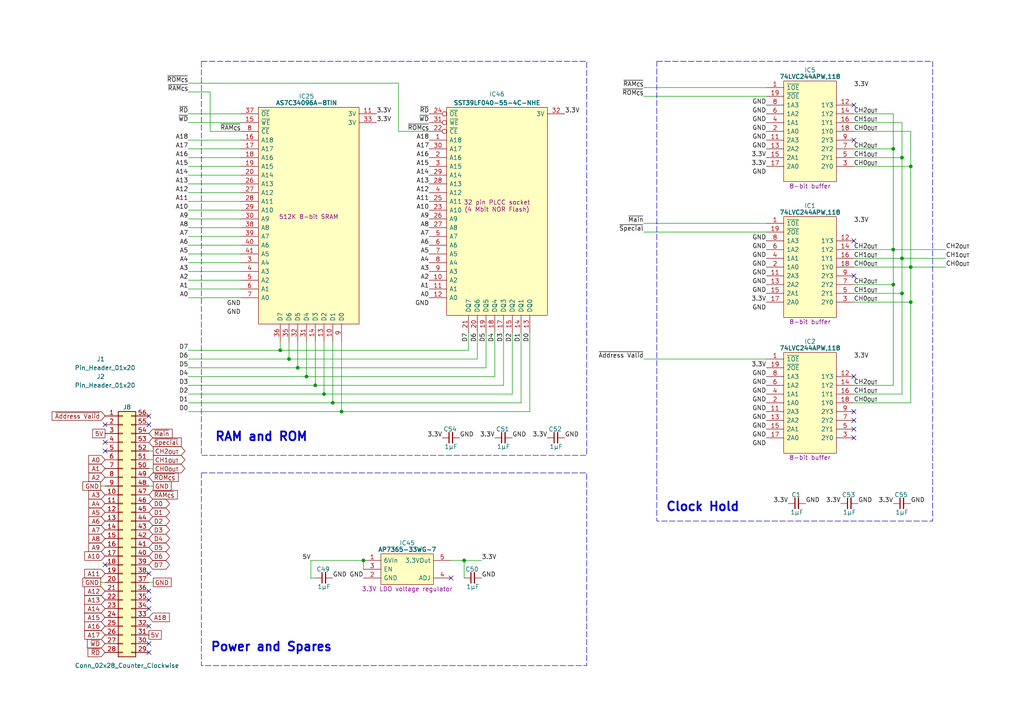
<source format=kicad_sch>
(kicad_sch
	(version 20231120)
	(generator "eeschema")
	(generator_version "8.0")
	(uuid "5ce90b85-49a2-4937-86c7-662b0d6f8431")
	(paper "A4")
	(title_block
		(title "MPU Memory")
		(date "2024-02-15")
		(rev "V0")
	)
	(lib_symbols
		(symbol "Alliance:AS7C34096A-8TIN"
			(pin_names
				(offset 0.762)
			)
			(exclude_from_sim no)
			(in_bom yes)
			(on_board yes)
			(property "Reference" "IC"
				(at 19.05 5.08 0)
				(effects
					(font
						(size 1.27 1.27)
					)
				)
			)
			(property "Value" "AS7C34096A-8TIN"
				(at 19.05 3.175 0)
				(effects
					(font
						(size 1.27 1.27)
						(bold yes)
					)
				)
			)
			(property "Footprint" "SamacSys_Parts:SOP80P1176X120-44N"
				(at 86.36 -43.815 0)
				(effects
					(font
						(size 1.27 1.27)
					)
					(justify left)
					(hide yes)
				)
			)
			(property "Datasheet" "https://www.alliancememory.com/wp-content/uploads/pdf/sram/fa/AS7C34096A-8TINrev1.3.pdf"
				(at 86.36 -46.355 0)
				(effects
					(font
						(size 1.27 1.27)
					)
					(justify left)
					(hide yes)
				)
			)
			(property "Description" "512K 8-bit SRAM"
				(at 19.685 -29.845 0)
				(effects
					(font
						(size 1.27 1.27)
					)
				)
			)
			(property "Height" "1.2"
				(at 86.36 -49.53 0)
				(effects
					(font
						(size 1.27 1.27)
					)
					(justify left)
					(hide yes)
				)
			)
			(property "Manufacturer_Name" "Alliance Memory"
				(at 86.36 -53.975 0)
				(effects
					(font
						(size 1.27 1.27)
					)
					(justify left)
					(hide yes)
				)
			)
			(property "Manufacturer_Part_Number" "AS7C34096A-8TIN"
				(at 86.36 -56.515 0)
				(effects
					(font
						(size 1.27 1.27)
					)
					(justify left)
					(hide yes)
				)
			)
			(property "Mouser Part Number" "913-AS7C34096A-8TIN"
				(at 86.36 -59.055 0)
				(effects
					(font
						(size 1.27 1.27)
					)
					(justify left)
					(hide yes)
				)
			)
			(property "Mouser Price/Stock" "https://www.mouser.co.uk/ProductDetail/Alliance-Memory/AS7C34096A-8TIN?qs=iyLo5FA4poBS8QHXJOzn5g%3D%3D"
				(at 86.36 -61.595 0)
				(effects
					(font
						(size 1.27 1.27)
					)
					(justify left)
					(hide yes)
				)
			)
			(property "Arrow Part Number" ""
				(at 26.67 -17.78 0)
				(effects
					(font
						(size 1.27 1.27)
					)
					(justify left)
					(hide yes)
				)
			)
			(property "Arrow Price/Stock" ""
				(at 26.67 -20.32 0)
				(effects
					(font
						(size 1.27 1.27)
					)
					(justify left)
					(hide yes)
				)
			)
			(property "Garbage" "SRAM 4M, 3.3V, FAST 512K x 8 Asynch SRAM"
				(at 0 0 0)
				(effects
					(font
						(size 1.27 1.27)
					)
					(hide yes)
				)
			)
			(symbol "AS7C34096A-8TIN_0_0"
				(pin no_connect line
					(at 39.37 -20.32 180)
					(length 5.08) hide
					(name "N.C."
						(effects
							(font
								(size 1.27 1.27)
							)
						)
					)
					(number "1"
						(effects
							(font
								(size 1.27 1.27)
							)
						)
					)
				)
				(pin passive line
					(at 0 -55.88 0)
					(length 5.08) hide
					(name "GND"
						(effects
							(font
								(size 1.27 1.27)
							)
						)
					)
					(number "12"
						(effects
							(font
								(size 1.27 1.27)
							)
						)
					)
				)
				(pin input line
					(at 0 -2.54 0)
					(length 5.08)
					(name "~{WE}"
						(effects
							(font
								(size 1.27 1.27)
							)
						)
					)
					(number "15"
						(effects
							(font
								(size 1.27 1.27)
							)
						)
					)
				)
				(pin input line
					(at 0 -7.62 0)
					(length 5.08)
					(name "A18"
						(effects
							(font
								(size 1.27 1.27)
							)
						)
					)
					(number "16"
						(effects
							(font
								(size 1.27 1.27)
							)
						)
					)
				)
				(pin input line
					(at 0 -10.16 0)
					(length 5.08)
					(name "A17"
						(effects
							(font
								(size 1.27 1.27)
							)
						)
					)
					(number "17"
						(effects
							(font
								(size 1.27 1.27)
							)
						)
					)
				)
				(pin input line
					(at 0 -12.7 0)
					(length 5.08)
					(name "A16"
						(effects
							(font
								(size 1.27 1.27)
							)
						)
					)
					(number "18"
						(effects
							(font
								(size 1.27 1.27)
							)
						)
					)
				)
				(pin input line
					(at 0 -15.24 0)
					(length 5.08)
					(name "A15"
						(effects
							(font
								(size 1.27 1.27)
							)
						)
					)
					(number "19"
						(effects
							(font
								(size 1.27 1.27)
							)
						)
					)
				)
				(pin no_connect line
					(at 39.37 -22.86 180)
					(length 5.08) hide
					(name "N.C."
						(effects
							(font
								(size 1.27 1.27)
							)
						)
					)
					(number "2"
						(effects
							(font
								(size 1.27 1.27)
							)
						)
					)
				)
				(pin input line
					(at 0 -17.78 0)
					(length 5.08)
					(name "A14"
						(effects
							(font
								(size 1.27 1.27)
							)
						)
					)
					(number "20"
						(effects
							(font
								(size 1.27 1.27)
							)
						)
					)
				)
				(pin no_connect line
					(at 39.37 -25.4 180)
					(length 5.08) hide
					(name "N.C."
						(effects
							(font
								(size 1.27 1.27)
							)
						)
					)
					(number "21"
						(effects
							(font
								(size 1.27 1.27)
							)
						)
					)
				)
				(pin no_connect line
					(at 39.37 -27.94 180)
					(length 5.08) hide
					(name "N.C."
						(effects
							(font
								(size 1.27 1.27)
							)
						)
					)
					(number "22"
						(effects
							(font
								(size 1.27 1.27)
							)
						)
					)
				)
				(pin no_connect line
					(at 39.37 -30.48 180)
					(length 5.08) hide
					(name "N.C."
						(effects
							(font
								(size 1.27 1.27)
							)
						)
					)
					(number "23"
						(effects
							(font
								(size 1.27 1.27)
							)
						)
					)
				)
				(pin no_connect line
					(at 39.37 -33.02 180)
					(length 5.08) hide
					(name "N.C."
						(effects
							(font
								(size 1.27 1.27)
							)
						)
					)
					(number "24"
						(effects
							(font
								(size 1.27 1.27)
							)
						)
					)
				)
				(pin no_connect line
					(at 39.37 -35.56 180)
					(length 5.08) hide
					(name "N.C."
						(effects
							(font
								(size 1.27 1.27)
							)
						)
					)
					(number "25"
						(effects
							(font
								(size 1.27 1.27)
							)
						)
					)
				)
				(pin input line
					(at 0 -20.32 0)
					(length 5.08)
					(name "A13"
						(effects
							(font
								(size 1.27 1.27)
							)
						)
					)
					(number "26"
						(effects
							(font
								(size 1.27 1.27)
							)
						)
					)
				)
				(pin input line
					(at 0 -22.86 0)
					(length 5.08)
					(name "A12"
						(effects
							(font
								(size 1.27 1.27)
							)
						)
					)
					(number "27"
						(effects
							(font
								(size 1.27 1.27)
							)
						)
					)
				)
				(pin input line
					(at 0 -25.4 0)
					(length 5.08)
					(name "A11"
						(effects
							(font
								(size 1.27 1.27)
							)
						)
					)
					(number "28"
						(effects
							(font
								(size 1.27 1.27)
							)
						)
					)
				)
				(pin input line
					(at 0 -27.94 0)
					(length 5.08)
					(name "A10"
						(effects
							(font
								(size 1.27 1.27)
							)
						)
					)
					(number "29"
						(effects
							(font
								(size 1.27 1.27)
							)
						)
					)
				)
				(pin input line
					(at 0 -43.18 0)
					(length 5.08)
					(name "A4"
						(effects
							(font
								(size 1.27 1.27)
							)
						)
					)
					(number "3"
						(effects
							(font
								(size 1.27 1.27)
							)
						)
					)
				)
				(pin input line
					(at 0 -30.48 0)
					(length 5.08)
					(name "A9"
						(effects
							(font
								(size 1.27 1.27)
							)
						)
					)
					(number "30"
						(effects
							(font
								(size 1.27 1.27)
							)
						)
					)
				)
				(pin passive line
					(at 0 -58.42 0)
					(length 5.08) hide
					(name "GND"
						(effects
							(font
								(size 1.27 1.27)
							)
						)
					)
					(number "34"
						(effects
							(font
								(size 1.27 1.27)
							)
						)
					)
				)
				(pin input line
					(at 0 0 0)
					(length 5.08)
					(name "~{OE}"
						(effects
							(font
								(size 1.27 1.27)
							)
						)
					)
					(number "37"
						(effects
							(font
								(size 1.27 1.27)
							)
						)
					)
				)
				(pin input line
					(at 0 -33.02 0)
					(length 5.08)
					(name "A8"
						(effects
							(font
								(size 1.27 1.27)
							)
						)
					)
					(number "38"
						(effects
							(font
								(size 1.27 1.27)
							)
						)
					)
				)
				(pin input line
					(at 0 -35.56 0)
					(length 5.08)
					(name "A7"
						(effects
							(font
								(size 1.27 1.27)
							)
						)
					)
					(number "39"
						(effects
							(font
								(size 1.27 1.27)
							)
						)
					)
				)
				(pin input line
					(at 0 -45.72 0)
					(length 5.08)
					(name "A3"
						(effects
							(font
								(size 1.27 1.27)
							)
						)
					)
					(number "4"
						(effects
							(font
								(size 1.27 1.27)
							)
						)
					)
				)
				(pin input line
					(at 0 -38.1 0)
					(length 5.08)
					(name "A6"
						(effects
							(font
								(size 1.27 1.27)
							)
						)
					)
					(number "40"
						(effects
							(font
								(size 1.27 1.27)
							)
						)
					)
				)
				(pin input line
					(at 0 -40.64 0)
					(length 5.08)
					(name "A5"
						(effects
							(font
								(size 1.27 1.27)
							)
						)
					)
					(number "41"
						(effects
							(font
								(size 1.27 1.27)
							)
						)
					)
				)
				(pin no_connect line
					(at 39.37 -38.1 180)
					(length 5.08) hide
					(name "N.C."
						(effects
							(font
								(size 1.27 1.27)
							)
						)
					)
					(number "42"
						(effects
							(font
								(size 1.27 1.27)
							)
						)
					)
				)
				(pin no_connect line
					(at 39.37 -40.64 180)
					(length 5.08) hide
					(name "N.C."
						(effects
							(font
								(size 1.27 1.27)
							)
						)
					)
					(number "43"
						(effects
							(font
								(size 1.27 1.27)
							)
						)
					)
				)
				(pin no_connect line
					(at 39.37 -43.18 180)
					(length 5.08) hide
					(name "N.C."
						(effects
							(font
								(size 1.27 1.27)
							)
						)
					)
					(number "44"
						(effects
							(font
								(size 1.27 1.27)
							)
						)
					)
				)
				(pin input line
					(at 0 -48.26 0)
					(length 5.08)
					(name "A2"
						(effects
							(font
								(size 1.27 1.27)
							)
						)
					)
					(number "5"
						(effects
							(font
								(size 1.27 1.27)
							)
						)
					)
				)
				(pin input line
					(at 0 -50.8 0)
					(length 5.08)
					(name "A1"
						(effects
							(font
								(size 1.27 1.27)
							)
						)
					)
					(number "6"
						(effects
							(font
								(size 1.27 1.27)
							)
						)
					)
				)
				(pin input line
					(at 0 -53.34 0)
					(length 5.08)
					(name "A0"
						(effects
							(font
								(size 1.27 1.27)
							)
						)
					)
					(number "7"
						(effects
							(font
								(size 1.27 1.27)
							)
						)
					)
				)
				(pin input line
					(at 0 -5.08 0)
					(length 5.08)
					(name "~{CE}"
						(effects
							(font
								(size 1.27 1.27)
							)
						)
					)
					(number "8"
						(effects
							(font
								(size 1.27 1.27)
							)
						)
					)
				)
			)
			(symbol "AS7C34096A-8TIN_0_1"
				(polyline
					(pts
						(xy 5.08 1.905) (xy 34.29 1.905) (xy 34.29 -60.96) (xy 5.08 -60.96) (xy 5.08 1.905)
					)
					(stroke
						(width 0.1524)
						(type default)
					)
					(fill
						(type background)
					)
				)
			)
			(symbol "AS7C34096A-8TIN_1_0"
				(pin tri_state line
					(at 26.67 -66.04 90)
					(length 5.08)
					(name "D1"
						(effects
							(font
								(size 1.27 1.27)
							)
						)
					)
					(number "10"
						(effects
							(font
								(size 1.27 1.27)
							)
						)
					)
				)
				(pin tri_state line
					(at 24.13 -66.04 90)
					(length 5.08)
					(name "D2"
						(effects
							(font
								(size 1.27 1.27)
							)
						)
					)
					(number "13"
						(effects
							(font
								(size 1.27 1.27)
							)
						)
					)
				)
				(pin tri_state line
					(at 21.59 -66.04 90)
					(length 5.08)
					(name "D3"
						(effects
							(font
								(size 1.27 1.27)
							)
						)
					)
					(number "14"
						(effects
							(font
								(size 1.27 1.27)
							)
						)
					)
				)
				(pin tri_state line
					(at 19.05 -66.04 90)
					(length 5.08)
					(name "D4"
						(effects
							(font
								(size 1.27 1.27)
							)
						)
					)
					(number "31"
						(effects
							(font
								(size 1.27 1.27)
							)
						)
					)
				)
				(pin tri_state line
					(at 16.51 -66.04 90)
					(length 5.08)
					(name "D5"
						(effects
							(font
								(size 1.27 1.27)
							)
						)
					)
					(number "32"
						(effects
							(font
								(size 1.27 1.27)
							)
						)
					)
				)
				(pin tri_state line
					(at 13.97 -66.04 90)
					(length 5.08)
					(name "D6"
						(effects
							(font
								(size 1.27 1.27)
							)
						)
					)
					(number "35"
						(effects
							(font
								(size 1.27 1.27)
							)
						)
					)
				)
				(pin tri_state line
					(at 11.43 -66.04 90)
					(length 5.08)
					(name "D7"
						(effects
							(font
								(size 1.27 1.27)
							)
						)
					)
					(number "36"
						(effects
							(font
								(size 1.27 1.27)
							)
						)
					)
				)
				(pin tri_state line
					(at 29.21 -66.04 90)
					(length 5.08)
					(name "D0"
						(effects
							(font
								(size 1.27 1.27)
							)
						)
					)
					(number "9"
						(effects
							(font
								(size 1.27 1.27)
							)
						)
					)
				)
			)
			(symbol "AS7C34096A-8TIN_1_1"
				(pin passive line
					(at 39.37 0 180)
					(length 5.08)
					(name "3V"
						(effects
							(font
								(size 1.27 1.27)
							)
						)
					)
					(number "11"
						(effects
							(font
								(size 1.27 1.27)
							)
						)
					)
				)
				(pin passive line
					(at 39.37 -2.54 180)
					(length 5.08)
					(name "3V"
						(effects
							(font
								(size 1.27 1.27)
							)
						)
					)
					(number "33"
						(effects
							(font
								(size 1.27 1.27)
							)
						)
					)
				)
			)
		)
		(symbol "Connector_Generic:Conn_02x28_Counter_Clockwise"
			(pin_names
				(offset 1.016) hide)
			(exclude_from_sim no)
			(in_bom yes)
			(on_board yes)
			(property "Reference" "J"
				(at 1.27 35.56 0)
				(effects
					(font
						(size 1.27 1.27)
					)
				)
			)
			(property "Value" "Conn_02x28_Counter_Clockwise"
				(at 1.27 -38.1 0)
				(effects
					(font
						(size 1.27 1.27)
					)
				)
			)
			(property "Footprint" ""
				(at 0 0 0)
				(effects
					(font
						(size 1.27 1.27)
					)
					(hide yes)
				)
			)
			(property "Datasheet" "~"
				(at 0 0 0)
				(effects
					(font
						(size 1.27 1.27)
					)
					(hide yes)
				)
			)
			(property "Description" "Generic connector, double row, 02x28, counter clockwise pin numbering scheme (similar to DIP package numbering), script generated (kicad-library-utils/schlib/autogen/connector/)"
				(at 0 0 0)
				(effects
					(font
						(size 1.27 1.27)
					)
					(hide yes)
				)
			)
			(property "ki_keywords" "connector"
				(at 0 0 0)
				(effects
					(font
						(size 1.27 1.27)
					)
					(hide yes)
				)
			)
			(property "ki_fp_filters" "Connector*:*_2x??_*"
				(at 0 0 0)
				(effects
					(font
						(size 1.27 1.27)
					)
					(hide yes)
				)
			)
			(symbol "Conn_02x28_Counter_Clockwise_1_1"
				(rectangle
					(start -1.27 -35.433)
					(end 0 -35.687)
					(stroke
						(width 0.1524)
						(type default)
					)
					(fill
						(type none)
					)
				)
				(rectangle
					(start -1.27 -32.893)
					(end 0 -33.147)
					(stroke
						(width 0.1524)
						(type default)
					)
					(fill
						(type none)
					)
				)
				(rectangle
					(start -1.27 -30.353)
					(end 0 -30.607)
					(stroke
						(width 0.1524)
						(type default)
					)
					(fill
						(type none)
					)
				)
				(rectangle
					(start -1.27 -27.813)
					(end 0 -28.067)
					(stroke
						(width 0.1524)
						(type default)
					)
					(fill
						(type none)
					)
				)
				(rectangle
					(start -1.27 -25.273)
					(end 0 -25.527)
					(stroke
						(width 0.1524)
						(type default)
					)
					(fill
						(type none)
					)
				)
				(rectangle
					(start -1.27 -22.733)
					(end 0 -22.987)
					(stroke
						(width 0.1524)
						(type default)
					)
					(fill
						(type none)
					)
				)
				(rectangle
					(start -1.27 -20.193)
					(end 0 -20.447)
					(stroke
						(width 0.1524)
						(type default)
					)
					(fill
						(type none)
					)
				)
				(rectangle
					(start -1.27 -17.653)
					(end 0 -17.907)
					(stroke
						(width 0.1524)
						(type default)
					)
					(fill
						(type none)
					)
				)
				(rectangle
					(start -1.27 -15.113)
					(end 0 -15.367)
					(stroke
						(width 0.1524)
						(type default)
					)
					(fill
						(type none)
					)
				)
				(rectangle
					(start -1.27 -12.573)
					(end 0 -12.827)
					(stroke
						(width 0.1524)
						(type default)
					)
					(fill
						(type none)
					)
				)
				(rectangle
					(start -1.27 -10.033)
					(end 0 -10.287)
					(stroke
						(width 0.1524)
						(type default)
					)
					(fill
						(type none)
					)
				)
				(rectangle
					(start -1.27 -7.493)
					(end 0 -7.747)
					(stroke
						(width 0.1524)
						(type default)
					)
					(fill
						(type none)
					)
				)
				(rectangle
					(start -1.27 -4.953)
					(end 0 -5.207)
					(stroke
						(width 0.1524)
						(type default)
					)
					(fill
						(type none)
					)
				)
				(rectangle
					(start -1.27 -2.413)
					(end 0 -2.667)
					(stroke
						(width 0.1524)
						(type default)
					)
					(fill
						(type none)
					)
				)
				(rectangle
					(start -1.27 0.127)
					(end 0 -0.127)
					(stroke
						(width 0.1524)
						(type default)
					)
					(fill
						(type none)
					)
				)
				(rectangle
					(start -1.27 2.667)
					(end 0 2.413)
					(stroke
						(width 0.1524)
						(type default)
					)
					(fill
						(type none)
					)
				)
				(rectangle
					(start -1.27 5.207)
					(end 0 4.953)
					(stroke
						(width 0.1524)
						(type default)
					)
					(fill
						(type none)
					)
				)
				(rectangle
					(start -1.27 7.747)
					(end 0 7.493)
					(stroke
						(width 0.1524)
						(type default)
					)
					(fill
						(type none)
					)
				)
				(rectangle
					(start -1.27 10.287)
					(end 0 10.033)
					(stroke
						(width 0.1524)
						(type default)
					)
					(fill
						(type none)
					)
				)
				(rectangle
					(start -1.27 12.827)
					(end 0 12.573)
					(stroke
						(width 0.1524)
						(type default)
					)
					(fill
						(type none)
					)
				)
				(rectangle
					(start -1.27 15.367)
					(end 0 15.113)
					(stroke
						(width 0.1524)
						(type default)
					)
					(fill
						(type none)
					)
				)
				(rectangle
					(start -1.27 17.907)
					(end 0 17.653)
					(stroke
						(width 0.1524)
						(type default)
					)
					(fill
						(type none)
					)
				)
				(rectangle
					(start -1.27 20.447)
					(end 0 20.193)
					(stroke
						(width 0.1524)
						(type default)
					)
					(fill
						(type none)
					)
				)
				(rectangle
					(start -1.27 22.987)
					(end 0 22.733)
					(stroke
						(width 0.1524)
						(type default)
					)
					(fill
						(type none)
					)
				)
				(rectangle
					(start -1.27 25.527)
					(end 0 25.273)
					(stroke
						(width 0.1524)
						(type default)
					)
					(fill
						(type none)
					)
				)
				(rectangle
					(start -1.27 28.067)
					(end 0 27.813)
					(stroke
						(width 0.1524)
						(type default)
					)
					(fill
						(type none)
					)
				)
				(rectangle
					(start -1.27 30.607)
					(end 0 30.353)
					(stroke
						(width 0.1524)
						(type default)
					)
					(fill
						(type none)
					)
				)
				(rectangle
					(start -1.27 33.147)
					(end 0 32.893)
					(stroke
						(width 0.1524)
						(type default)
					)
					(fill
						(type none)
					)
				)
				(rectangle
					(start -1.27 34.29)
					(end 3.81 -36.83)
					(stroke
						(width 0.254)
						(type default)
					)
					(fill
						(type background)
					)
				)
				(rectangle
					(start 3.81 -35.433)
					(end 2.54 -35.687)
					(stroke
						(width 0.1524)
						(type default)
					)
					(fill
						(type none)
					)
				)
				(rectangle
					(start 3.81 -32.893)
					(end 2.54 -33.147)
					(stroke
						(width 0.1524)
						(type default)
					)
					(fill
						(type none)
					)
				)
				(rectangle
					(start 3.81 -30.353)
					(end 2.54 -30.607)
					(stroke
						(width 0.1524)
						(type default)
					)
					(fill
						(type none)
					)
				)
				(rectangle
					(start 3.81 -27.813)
					(end 2.54 -28.067)
					(stroke
						(width 0.1524)
						(type default)
					)
					(fill
						(type none)
					)
				)
				(rectangle
					(start 3.81 -25.273)
					(end 2.54 -25.527)
					(stroke
						(width 0.1524)
						(type default)
					)
					(fill
						(type none)
					)
				)
				(rectangle
					(start 3.81 -22.733)
					(end 2.54 -22.987)
					(stroke
						(width 0.1524)
						(type default)
					)
					(fill
						(type none)
					)
				)
				(rectangle
					(start 3.81 -20.193)
					(end 2.54 -20.447)
					(stroke
						(width 0.1524)
						(type default)
					)
					(fill
						(type none)
					)
				)
				(rectangle
					(start 3.81 -17.653)
					(end 2.54 -17.907)
					(stroke
						(width 0.1524)
						(type default)
					)
					(fill
						(type none)
					)
				)
				(rectangle
					(start 3.81 -15.113)
					(end 2.54 -15.367)
					(stroke
						(width 0.1524)
						(type default)
					)
					(fill
						(type none)
					)
				)
				(rectangle
					(start 3.81 -12.573)
					(end 2.54 -12.827)
					(stroke
						(width 0.1524)
						(type default)
					)
					(fill
						(type none)
					)
				)
				(rectangle
					(start 3.81 -10.033)
					(end 2.54 -10.287)
					(stroke
						(width 0.1524)
						(type default)
					)
					(fill
						(type none)
					)
				)
				(rectangle
					(start 3.81 -7.493)
					(end 2.54 -7.747)
					(stroke
						(width 0.1524)
						(type default)
					)
					(fill
						(type none)
					)
				)
				(rectangle
					(start 3.81 -4.953)
					(end 2.54 -5.207)
					(stroke
						(width 0.1524)
						(type default)
					)
					(fill
						(type none)
					)
				)
				(rectangle
					(start 3.81 -2.413)
					(end 2.54 -2.667)
					(stroke
						(width 0.1524)
						(type default)
					)
					(fill
						(type none)
					)
				)
				(rectangle
					(start 3.81 0.127)
					(end 2.54 -0.127)
					(stroke
						(width 0.1524)
						(type default)
					)
					(fill
						(type none)
					)
				)
				(rectangle
					(start 3.81 2.667)
					(end 2.54 2.413)
					(stroke
						(width 0.1524)
						(type default)
					)
					(fill
						(type none)
					)
				)
				(rectangle
					(start 3.81 5.207)
					(end 2.54 4.953)
					(stroke
						(width 0.1524)
						(type default)
					)
					(fill
						(type none)
					)
				)
				(rectangle
					(start 3.81 7.747)
					(end 2.54 7.493)
					(stroke
						(width 0.1524)
						(type default)
					)
					(fill
						(type none)
					)
				)
				(rectangle
					(start 3.81 10.287)
					(end 2.54 10.033)
					(stroke
						(width 0.1524)
						(type default)
					)
					(fill
						(type none)
					)
				)
				(rectangle
					(start 3.81 12.827)
					(end 2.54 12.573)
					(stroke
						(width 0.1524)
						(type default)
					)
					(fill
						(type none)
					)
				)
				(rectangle
					(start 3.81 15.367)
					(end 2.54 15.113)
					(stroke
						(width 0.1524)
						(type default)
					)
					(fill
						(type none)
					)
				)
				(rectangle
					(start 3.81 17.907)
					(end 2.54 17.653)
					(stroke
						(width 0.1524)
						(type default)
					)
					(fill
						(type none)
					)
				)
				(rectangle
					(start 3.81 20.447)
					(end 2.54 20.193)
					(stroke
						(width 0.1524)
						(type default)
					)
					(fill
						(type none)
					)
				)
				(rectangle
					(start 3.81 22.987)
					(end 2.54 22.733)
					(stroke
						(width 0.1524)
						(type default)
					)
					(fill
						(type none)
					)
				)
				(rectangle
					(start 3.81 25.527)
					(end 2.54 25.273)
					(stroke
						(width 0.1524)
						(type default)
					)
					(fill
						(type none)
					)
				)
				(rectangle
					(start 3.81 28.067)
					(end 2.54 27.813)
					(stroke
						(width 0.1524)
						(type default)
					)
					(fill
						(type none)
					)
				)
				(rectangle
					(start 3.81 30.607)
					(end 2.54 30.353)
					(stroke
						(width 0.1524)
						(type default)
					)
					(fill
						(type none)
					)
				)
				(rectangle
					(start 3.81 33.147)
					(end 2.54 32.893)
					(stroke
						(width 0.1524)
						(type default)
					)
					(fill
						(type none)
					)
				)
				(pin passive line
					(at -5.08 33.02 0)
					(length 3.81)
					(name "Pin_1"
						(effects
							(font
								(size 1.27 1.27)
							)
						)
					)
					(number "1"
						(effects
							(font
								(size 1.27 1.27)
							)
						)
					)
				)
				(pin passive line
					(at -5.08 10.16 0)
					(length 3.81)
					(name "Pin_10"
						(effects
							(font
								(size 1.27 1.27)
							)
						)
					)
					(number "10"
						(effects
							(font
								(size 1.27 1.27)
							)
						)
					)
				)
				(pin passive line
					(at -5.08 7.62 0)
					(length 3.81)
					(name "Pin_11"
						(effects
							(font
								(size 1.27 1.27)
							)
						)
					)
					(number "11"
						(effects
							(font
								(size 1.27 1.27)
							)
						)
					)
				)
				(pin passive line
					(at -5.08 5.08 0)
					(length 3.81)
					(name "Pin_12"
						(effects
							(font
								(size 1.27 1.27)
							)
						)
					)
					(number "12"
						(effects
							(font
								(size 1.27 1.27)
							)
						)
					)
				)
				(pin passive line
					(at -5.08 2.54 0)
					(length 3.81)
					(name "Pin_13"
						(effects
							(font
								(size 1.27 1.27)
							)
						)
					)
					(number "13"
						(effects
							(font
								(size 1.27 1.27)
							)
						)
					)
				)
				(pin passive line
					(at -5.08 0 0)
					(length 3.81)
					(name "Pin_14"
						(effects
							(font
								(size 1.27 1.27)
							)
						)
					)
					(number "14"
						(effects
							(font
								(size 1.27 1.27)
							)
						)
					)
				)
				(pin passive line
					(at -5.08 -2.54 0)
					(length 3.81)
					(name "Pin_15"
						(effects
							(font
								(size 1.27 1.27)
							)
						)
					)
					(number "15"
						(effects
							(font
								(size 1.27 1.27)
							)
						)
					)
				)
				(pin passive line
					(at -5.08 -5.08 0)
					(length 3.81)
					(name "Pin_16"
						(effects
							(font
								(size 1.27 1.27)
							)
						)
					)
					(number "16"
						(effects
							(font
								(size 1.27 1.27)
							)
						)
					)
				)
				(pin passive line
					(at -5.08 -7.62 0)
					(length 3.81)
					(name "Pin_17"
						(effects
							(font
								(size 1.27 1.27)
							)
						)
					)
					(number "17"
						(effects
							(font
								(size 1.27 1.27)
							)
						)
					)
				)
				(pin passive line
					(at -5.08 -10.16 0)
					(length 3.81)
					(name "Pin_18"
						(effects
							(font
								(size 1.27 1.27)
							)
						)
					)
					(number "18"
						(effects
							(font
								(size 1.27 1.27)
							)
						)
					)
				)
				(pin passive line
					(at -5.08 -12.7 0)
					(length 3.81)
					(name "Pin_19"
						(effects
							(font
								(size 1.27 1.27)
							)
						)
					)
					(number "19"
						(effects
							(font
								(size 1.27 1.27)
							)
						)
					)
				)
				(pin passive line
					(at -5.08 30.48 0)
					(length 3.81)
					(name "Pin_2"
						(effects
							(font
								(size 1.27 1.27)
							)
						)
					)
					(number "2"
						(effects
							(font
								(size 1.27 1.27)
							)
						)
					)
				)
				(pin passive line
					(at -5.08 -15.24 0)
					(length 3.81)
					(name "Pin_20"
						(effects
							(font
								(size 1.27 1.27)
							)
						)
					)
					(number "20"
						(effects
							(font
								(size 1.27 1.27)
							)
						)
					)
				)
				(pin passive line
					(at -5.08 -17.78 0)
					(length 3.81)
					(name "Pin_21"
						(effects
							(font
								(size 1.27 1.27)
							)
						)
					)
					(number "21"
						(effects
							(font
								(size 1.27 1.27)
							)
						)
					)
				)
				(pin passive line
					(at -5.08 -20.32 0)
					(length 3.81)
					(name "Pin_22"
						(effects
							(font
								(size 1.27 1.27)
							)
						)
					)
					(number "22"
						(effects
							(font
								(size 1.27 1.27)
							)
						)
					)
				)
				(pin passive line
					(at -5.08 -22.86 0)
					(length 3.81)
					(name "Pin_23"
						(effects
							(font
								(size 1.27 1.27)
							)
						)
					)
					(number "23"
						(effects
							(font
								(size 1.27 1.27)
							)
						)
					)
				)
				(pin passive line
					(at -5.08 -25.4 0)
					(length 3.81)
					(name "Pin_24"
						(effects
							(font
								(size 1.27 1.27)
							)
						)
					)
					(number "24"
						(effects
							(font
								(size 1.27 1.27)
							)
						)
					)
				)
				(pin passive line
					(at -5.08 -27.94 0)
					(length 3.81)
					(name "Pin_25"
						(effects
							(font
								(size 1.27 1.27)
							)
						)
					)
					(number "25"
						(effects
							(font
								(size 1.27 1.27)
							)
						)
					)
				)
				(pin passive line
					(at -5.08 -30.48 0)
					(length 3.81)
					(name "Pin_26"
						(effects
							(font
								(size 1.27 1.27)
							)
						)
					)
					(number "26"
						(effects
							(font
								(size 1.27 1.27)
							)
						)
					)
				)
				(pin passive line
					(at -5.08 -33.02 0)
					(length 3.81)
					(name "Pin_27"
						(effects
							(font
								(size 1.27 1.27)
							)
						)
					)
					(number "27"
						(effects
							(font
								(size 1.27 1.27)
							)
						)
					)
				)
				(pin passive line
					(at -5.08 -35.56 0)
					(length 3.81)
					(name "Pin_28"
						(effects
							(font
								(size 1.27 1.27)
							)
						)
					)
					(number "28"
						(effects
							(font
								(size 1.27 1.27)
							)
						)
					)
				)
				(pin passive line
					(at 7.62 -35.56 180)
					(length 3.81)
					(name "Pin_29"
						(effects
							(font
								(size 1.27 1.27)
							)
						)
					)
					(number "29"
						(effects
							(font
								(size 1.27 1.27)
							)
						)
					)
				)
				(pin passive line
					(at -5.08 27.94 0)
					(length 3.81)
					(name "Pin_3"
						(effects
							(font
								(size 1.27 1.27)
							)
						)
					)
					(number "3"
						(effects
							(font
								(size 1.27 1.27)
							)
						)
					)
				)
				(pin passive line
					(at 7.62 -33.02 180)
					(length 3.81)
					(name "Pin_30"
						(effects
							(font
								(size 1.27 1.27)
							)
						)
					)
					(number "30"
						(effects
							(font
								(size 1.27 1.27)
							)
						)
					)
				)
				(pin passive line
					(at 7.62 -30.48 180)
					(length 3.81)
					(name "Pin_31"
						(effects
							(font
								(size 1.27 1.27)
							)
						)
					)
					(number "31"
						(effects
							(font
								(size 1.27 1.27)
							)
						)
					)
				)
				(pin passive line
					(at 7.62 -27.94 180)
					(length 3.81)
					(name "Pin_32"
						(effects
							(font
								(size 1.27 1.27)
							)
						)
					)
					(number "32"
						(effects
							(font
								(size 1.27 1.27)
							)
						)
					)
				)
				(pin passive line
					(at 7.62 -25.4 180)
					(length 3.81)
					(name "Pin_33"
						(effects
							(font
								(size 1.27 1.27)
							)
						)
					)
					(number "33"
						(effects
							(font
								(size 1.27 1.27)
							)
						)
					)
				)
				(pin passive line
					(at 7.62 -22.86 180)
					(length 3.81)
					(name "Pin_34"
						(effects
							(font
								(size 1.27 1.27)
							)
						)
					)
					(number "34"
						(effects
							(font
								(size 1.27 1.27)
							)
						)
					)
				)
				(pin passive line
					(at 7.62 -20.32 180)
					(length 3.81)
					(name "Pin_35"
						(effects
							(font
								(size 1.27 1.27)
							)
						)
					)
					(number "35"
						(effects
							(font
								(size 1.27 1.27)
							)
						)
					)
				)
				(pin passive line
					(at 7.62 -17.78 180)
					(length 3.81)
					(name "Pin_36"
						(effects
							(font
								(size 1.27 1.27)
							)
						)
					)
					(number "36"
						(effects
							(font
								(size 1.27 1.27)
							)
						)
					)
				)
				(pin passive line
					(at 7.62 -15.24 180)
					(length 3.81)
					(name "Pin_37"
						(effects
							(font
								(size 1.27 1.27)
							)
						)
					)
					(number "37"
						(effects
							(font
								(size 1.27 1.27)
							)
						)
					)
				)
				(pin passive line
					(at 7.62 -12.7 180)
					(length 3.81)
					(name "Pin_38"
						(effects
							(font
								(size 1.27 1.27)
							)
						)
					)
					(number "38"
						(effects
							(font
								(size 1.27 1.27)
							)
						)
					)
				)
				(pin passive line
					(at 7.62 -10.16 180)
					(length 3.81)
					(name "Pin_39"
						(effects
							(font
								(size 1.27 1.27)
							)
						)
					)
					(number "39"
						(effects
							(font
								(size 1.27 1.27)
							)
						)
					)
				)
				(pin passive line
					(at -5.08 25.4 0)
					(length 3.81)
					(name "Pin_4"
						(effects
							(font
								(size 1.27 1.27)
							)
						)
					)
					(number "4"
						(effects
							(font
								(size 1.27 1.27)
							)
						)
					)
				)
				(pin passive line
					(at 7.62 -7.62 180)
					(length 3.81)
					(name "Pin_40"
						(effects
							(font
								(size 1.27 1.27)
							)
						)
					)
					(number "40"
						(effects
							(font
								(size 1.27 1.27)
							)
						)
					)
				)
				(pin passive line
					(at 7.62 -5.08 180)
					(length 3.81)
					(name "Pin_41"
						(effects
							(font
								(size 1.27 1.27)
							)
						)
					)
					(number "41"
						(effects
							(font
								(size 1.27 1.27)
							)
						)
					)
				)
				(pin passive line
					(at 7.62 -2.54 180)
					(length 3.81)
					(name "Pin_42"
						(effects
							(font
								(size 1.27 1.27)
							)
						)
					)
					(number "42"
						(effects
							(font
								(size 1.27 1.27)
							)
						)
					)
				)
				(pin passive line
					(at 7.62 0 180)
					(length 3.81)
					(name "Pin_43"
						(effects
							(font
								(size 1.27 1.27)
							)
						)
					)
					(number "43"
						(effects
							(font
								(size 1.27 1.27)
							)
						)
					)
				)
				(pin passive line
					(at 7.62 2.54 180)
					(length 3.81)
					(name "Pin_44"
						(effects
							(font
								(size 1.27 1.27)
							)
						)
					)
					(number "44"
						(effects
							(font
								(size 1.27 1.27)
							)
						)
					)
				)
				(pin passive line
					(at 7.62 5.08 180)
					(length 3.81)
					(name "Pin_45"
						(effects
							(font
								(size 1.27 1.27)
							)
						)
					)
					(number "45"
						(effects
							(font
								(size 1.27 1.27)
							)
						)
					)
				)
				(pin passive line
					(at 7.62 7.62 180)
					(length 3.81)
					(name "Pin_46"
						(effects
							(font
								(size 1.27 1.27)
							)
						)
					)
					(number "46"
						(effects
							(font
								(size 1.27 1.27)
							)
						)
					)
				)
				(pin passive line
					(at 7.62 10.16 180)
					(length 3.81)
					(name "Pin_47"
						(effects
							(font
								(size 1.27 1.27)
							)
						)
					)
					(number "47"
						(effects
							(font
								(size 1.27 1.27)
							)
						)
					)
				)
				(pin passive line
					(at 7.62 12.7 180)
					(length 3.81)
					(name "Pin_48"
						(effects
							(font
								(size 1.27 1.27)
							)
						)
					)
					(number "48"
						(effects
							(font
								(size 1.27 1.27)
							)
						)
					)
				)
				(pin passive line
					(at 7.62 15.24 180)
					(length 3.81)
					(name "Pin_49"
						(effects
							(font
								(size 1.27 1.27)
							)
						)
					)
					(number "49"
						(effects
							(font
								(size 1.27 1.27)
							)
						)
					)
				)
				(pin passive line
					(at -5.08 22.86 0)
					(length 3.81)
					(name "Pin_5"
						(effects
							(font
								(size 1.27 1.27)
							)
						)
					)
					(number "5"
						(effects
							(font
								(size 1.27 1.27)
							)
						)
					)
				)
				(pin passive line
					(at 7.62 17.78 180)
					(length 3.81)
					(name "Pin_50"
						(effects
							(font
								(size 1.27 1.27)
							)
						)
					)
					(number "50"
						(effects
							(font
								(size 1.27 1.27)
							)
						)
					)
				)
				(pin passive line
					(at 7.62 20.32 180)
					(length 3.81)
					(name "Pin_51"
						(effects
							(font
								(size 1.27 1.27)
							)
						)
					)
					(number "51"
						(effects
							(font
								(size 1.27 1.27)
							)
						)
					)
				)
				(pin passive line
					(at 7.62 22.86 180)
					(length 3.81)
					(name "Pin_52"
						(effects
							(font
								(size 1.27 1.27)
							)
						)
					)
					(number "52"
						(effects
							(font
								(size 1.27 1.27)
							)
						)
					)
				)
				(pin passive line
					(at 7.62 25.4 180)
					(length 3.81)
					(name "Pin_53"
						(effects
							(font
								(size 1.27 1.27)
							)
						)
					)
					(number "53"
						(effects
							(font
								(size 1.27 1.27)
							)
						)
					)
				)
				(pin passive line
					(at 7.62 27.94 180)
					(length 3.81)
					(name "Pin_54"
						(effects
							(font
								(size 1.27 1.27)
							)
						)
					)
					(number "54"
						(effects
							(font
								(size 1.27 1.27)
							)
						)
					)
				)
				(pin passive line
					(at 7.62 30.48 180)
					(length 3.81)
					(name "Pin_55"
						(effects
							(font
								(size 1.27 1.27)
							)
						)
					)
					(number "55"
						(effects
							(font
								(size 1.27 1.27)
							)
						)
					)
				)
				(pin passive line
					(at 7.62 33.02 180)
					(length 3.81)
					(name "Pin_56"
						(effects
							(font
								(size 1.27 1.27)
							)
						)
					)
					(number "56"
						(effects
							(font
								(size 1.27 1.27)
							)
						)
					)
				)
				(pin passive line
					(at -5.08 20.32 0)
					(length 3.81)
					(name "Pin_6"
						(effects
							(font
								(size 1.27 1.27)
							)
						)
					)
					(number "6"
						(effects
							(font
								(size 1.27 1.27)
							)
						)
					)
				)
				(pin passive line
					(at -5.08 17.78 0)
					(length 3.81)
					(name "Pin_7"
						(effects
							(font
								(size 1.27 1.27)
							)
						)
					)
					(number "7"
						(effects
							(font
								(size 1.27 1.27)
							)
						)
					)
				)
				(pin passive line
					(at -5.08 15.24 0)
					(length 3.81)
					(name "Pin_8"
						(effects
							(font
								(size 1.27 1.27)
							)
						)
					)
					(number "8"
						(effects
							(font
								(size 1.27 1.27)
							)
						)
					)
				)
				(pin passive line
					(at -5.08 12.7 0)
					(length 3.81)
					(name "Pin_9"
						(effects
							(font
								(size 1.27 1.27)
							)
						)
					)
					(number "9"
						(effects
							(font
								(size 1.27 1.27)
							)
						)
					)
				)
			)
		)
		(symbol "Diodes_Inc:AP7365-33WG-7"
			(pin_names
				(offset 0.762)
			)
			(exclude_from_sim no)
			(in_bom yes)
			(on_board yes)
			(property "Reference" "IC"
				(at 12.7 5.08 0)
				(effects
					(font
						(size 1.27 1.27)
					)
				)
			)
			(property "Value" "AP7365-33WG-7"
				(at 12.7 3.175 0)
				(effects
					(font
						(size 1.27 1.27)
						(bold yes)
					)
				)
			)
			(property "Footprint" "SamacSys_Parts:SOT95P285X130-5N"
				(at 21.59 -14.605 0)
				(effects
					(font
						(size 1.27 1.27)
					)
					(justify left)
					(hide yes)
				)
			)
			(property "Datasheet" "https://componentsearchengine.com/Datasheets/1/AP7365-33WG-7.pdf"
				(at 21.59 -17.145 0)
				(effects
					(font
						(size 1.27 1.27)
					)
					(justify left)
					(hide yes)
				)
			)
			(property "Description" "3.3V LDO voltage regulator"
				(at 12.7 -8.255 0)
				(effects
					(font
						(size 1.27 1.27)
					)
				)
			)
			(property "Height" "1.3"
				(at 21.59 -19.685 0)
				(effects
					(font
						(size 1.27 1.27)
					)
					(justify left)
					(hide yes)
				)
			)
			(property "Manufacturer_Name" "Diodes Inc."
				(at 21.59 -22.225 0)
				(effects
					(font
						(size 1.27 1.27)
					)
					(justify left)
					(hide yes)
				)
			)
			(property "Manufacturer_Part_Number" "AP7365-33WG-7"
				(at 21.59 -24.765 0)
				(effects
					(font
						(size 1.27 1.27)
					)
					(justify left)
					(hide yes)
				)
			)
			(property "Mouser Part Number" "621-AP7365-33WG-7"
				(at 21.59 -27.305 0)
				(effects
					(font
						(size 1.27 1.27)
					)
					(justify left)
					(hide yes)
				)
			)
			(property "Mouser Price/Stock" "https://www.mouser.co.uk/ProductDetail/Diodes-Incorporated/AP7365-33WG-7?qs=abZ1nkZpTuOZFvxvoFPL0w%3D%3D"
				(at 21.59 -29.845 0)
				(effects
					(font
						(size 1.27 1.27)
					)
					(justify left)
					(hide yes)
				)
			)
			(property "Arrow Part Number" "AP7365-33WG-7"
				(at 21.59 -32.385 0)
				(effects
					(font
						(size 1.27 1.27)
					)
					(justify left)
					(hide yes)
				)
			)
			(property "Arrow Price/Stock" "https://www.arrow.com/en/products/ap7365-33wg-7/diodes-incorporated?region=nac"
				(at 21.59 -34.925 0)
				(effects
					(font
						(size 1.27 1.27)
					)
					(justify left)
					(hide yes)
				)
			)
			(property "Silkscreen" "AP7365"
				(at 21.59 -12.065 0)
				(effects
					(font
						(size 1.27 1.27)
					)
					(justify left)
					(hide yes)
				)
			)
			(symbol "AP7365-33WG-7_0_0"
				(pin passive line
					(at 0 -5.08 0)
					(length 5.08)
					(name "GND"
						(effects
							(font
								(size 1.27 1.27)
							)
						)
					)
					(number "2"
						(effects
							(font
								(size 1.27 1.27)
							)
						)
					)
				)
				(pin input line
					(at 0 -2.54 0)
					(length 5.08)
					(name "EN"
						(effects
							(font
								(size 1.27 1.27)
							)
						)
					)
					(number "3"
						(effects
							(font
								(size 1.27 1.27)
							)
						)
					)
				)
				(pin passive line
					(at 25.4 -5.08 180)
					(length 5.08)
					(name "ADJ"
						(effects
							(font
								(size 1.27 1.27)
							)
						)
					)
					(number "4"
						(effects
							(font
								(size 1.27 1.27)
							)
						)
					)
				)
			)
			(symbol "AP7365-33WG-7_0_1"
				(polyline
					(pts
						(xy 5.08 1.905) (xy 20.32 1.905) (xy 20.32 -6.985) (xy 5.08 -6.985) (xy 5.08 1.905)
					)
					(stroke
						(width 0)
						(type default)
					)
					(fill
						(type background)
					)
				)
			)
			(symbol "AP7365-33WG-7_1_0"
				(pin passive line
					(at 0 0 0)
					(length 5.08)
					(name "6VIn"
						(effects
							(font
								(size 1.27 1.27)
							)
						)
					)
					(number "1"
						(effects
							(font
								(size 1.27 1.27)
							)
						)
					)
				)
				(pin passive line
					(at 25.4 0 180)
					(length 5.08)
					(name "3.3VOut"
						(effects
							(font
								(size 1.27 1.27)
							)
						)
					)
					(number "5"
						(effects
							(font
								(size 1.27 1.27)
							)
						)
					)
				)
			)
		)
		(symbol "HCP65:C_0805"
			(pin_numbers hide)
			(pin_names
				(offset 0.254) hide)
			(exclude_from_sim no)
			(in_bom yes)
			(on_board yes)
			(property "Reference" "C"
				(at 2.286 2.54 0)
				(effects
					(font
						(size 1.27 1.27)
					)
				)
			)
			(property "Value" "?μF"
				(at 2.54 -2.54 0)
				(effects
					(font
						(size 1.27 1.27)
					)
				)
			)
			(property "Footprint" "SamacSys_Parts:C_0805"
				(at 16.764 -7.62 0)
				(effects
					(font
						(size 1.27 1.27)
					)
					(hide yes)
				)
			)
			(property "Datasheet" ""
				(at 2.2225 0.3175 90)
				(effects
					(font
						(size 1.27 1.27)
					)
					(hide yes)
				)
			)
			(property "Description" ""
				(at 0 0 0)
				(effects
					(font
						(size 1.27 1.27)
					)
					(hide yes)
				)
			)
			(property "ki_keywords" "capacitor cap"
				(at 0 0 0)
				(effects
					(font
						(size 1.27 1.27)
					)
					(hide yes)
				)
			)
			(property "ki_fp_filters" "C_*"
				(at 0 0 0)
				(effects
					(font
						(size 1.27 1.27)
					)
					(hide yes)
				)
			)
			(symbol "C_0805_0_1"
				(polyline
					(pts
						(xy 1.9685 -1.4605) (xy 1.9685 1.5875)
					)
					(stroke
						(width 0.3048)
						(type default)
					)
					(fill
						(type none)
					)
				)
				(polyline
					(pts
						(xy 2.9845 -1.4605) (xy 2.9845 1.5875)
					)
					(stroke
						(width 0.3302)
						(type default)
					)
					(fill
						(type none)
					)
				)
			)
			(symbol "C_0805_1_1"
				(pin passive line
					(at 0 0 0)
					(length 2.032)
					(name "~"
						(effects
							(font
								(size 1.27 1.27)
							)
						)
					)
					(number "1"
						(effects
							(font
								(size 1.27 1.27)
							)
						)
					)
				)
				(pin passive line
					(at 5.08 0 180)
					(length 2.032)
					(name "~"
						(effects
							(font
								(size 1.27 1.27)
							)
						)
					)
					(number "2"
						(effects
							(font
								(size 1.27 1.27)
							)
						)
					)
				)
			)
		)
		(symbol "HCP65:Pin_Header_01x20"
			(pin_names
				(offset 1.016) hide)
			(exclude_from_sim no)
			(in_bom yes)
			(on_board yes)
			(property "Reference" "J"
				(at 0 1.27 0)
				(effects
					(font
						(size 1.27 1.27)
					)
				)
			)
			(property "Value" "Pin_Header_01x20"
				(at 0 -1.27 0)
				(effects
					(font
						(size 1.27 1.27)
					)
				)
			)
			(property "Footprint" "SamacSys_Parts:PinHeader_1x20_P2.54mm_Vertical"
				(at 0 -3.81 0)
				(effects
					(font
						(size 1.27 1.27)
					)
					(hide yes)
				)
			)
			(property "Datasheet" "~"
				(at -5.08 0 0)
				(effects
					(font
						(size 1.27 1.27)
					)
					(hide yes)
				)
			)
			(property "Description" ""
				(at 0 0 0)
				(effects
					(font
						(size 1.27 1.27)
					)
					(hide yes)
				)
			)
			(property "ki_fp_filters" "Connector*:*_1x??_*"
				(at 0 0 0)
				(effects
					(font
						(size 1.27 1.27)
					)
					(hide yes)
				)
			)
		)
		(symbol "Microchip:SST39LF040-55-4C-NHE"
			(pin_names
				(offset 0.762)
			)
			(exclude_from_sim no)
			(in_bom yes)
			(on_board yes)
			(property "Reference" "IC"
				(at 19.685 5.715 0)
				(effects
					(font
						(size 1.27 1.27)
					)
				)
			)
			(property "Value" "SST39LF040-55-4C-NHE"
				(at 19.685 3.175 0)
				(effects
					(font
						(size 1.27 1.27)
						(bold yes)
					)
				)
			)
			(property "Footprint" "SamacSys_Parts:5408803224008"
				(at 41.275 -64.135 0)
				(effects
					(font
						(size 1.27 1.27)
					)
					(justify left)
					(hide yes)
				)
			)
			(property "Datasheet" ""
				(at 41.275 -66.675 0)
				(effects
					(font
						(size 1.27 1.27)
					)
					(justify left)
					(hide yes)
				)
			)
			(property "Description" "32 pin PLCC socket\n(4 Mbit NOR Flash)"
				(at 19.685 -26.67 0)
				(effects
					(font
						(size 1.27 1.27)
					)
				)
			)
			(property "Height" "8.2"
				(at 41.275 -71.755 0)
				(effects
					(font
						(size 1.27 1.27)
					)
					(justify left)
					(hide yes)
				)
			)
			(property "Manufacturer_Name" "Microchip"
				(at 41.275 -74.295 0)
				(effects
					(font
						(size 1.27 1.27)
					)
					(justify left)
					(hide yes)
				)
			)
			(property "Manufacturer_Part_Number" "SST39LF040-55-4C-NHE"
				(at 41.275 -76.835 0)
				(effects
					(font
						(size 1.27 1.27)
					)
					(justify left)
					(hide yes)
				)
			)
			(property "Mouser Part Number" ""
				(at 19.05 -12.7 0)
				(effects
					(font
						(size 1.27 1.27)
					)
					(justify left)
					(hide yes)
				)
			)
			(property "Mouser Price/Stock" ""
				(at 19.05 -15.24 0)
				(effects
					(font
						(size 1.27 1.27)
					)
					(justify left)
					(hide yes)
				)
			)
			(property "Silkscreen" "SST39LF040-55"
				(at 20.32 -73.66 0)
				(effects
					(font
						(size 1.27 1.27)
					)
					(hide yes)
				)
			)
			(property "Garbage" "Preci-Dip 1.27mm Pitch Female PLCC Socket, 32 Way, Through Hole, Tin Plated Contacts 1A"
				(at 0 0 0)
				(effects
					(font
						(size 1.27 1.27)
					)
					(hide yes)
				)
			)
			(symbol "SST39LF040-55-4C-NHE_0_1"
				(polyline
					(pts
						(xy 5.08 1.905) (xy 34.29 1.905) (xy 34.29 -58.42) (xy 5.08 -58.42) (xy 5.08 1.905)
					)
					(stroke
						(width 0.1524)
						(type default)
					)
					(fill
						(type background)
					)
				)
			)
			(symbol "SST39LF040-55-4C-NHE_1_0"
				(pin passive line
					(at 0 -55.88 0)
					(length 5.08) hide
					(name "GND"
						(effects
							(font
								(size 1.27 1.27)
							)
						)
					)
					(number "16"
						(effects
							(font
								(size 1.27 1.27)
							)
						)
					)
				)
			)
			(symbol "SST39LF040-55-4C-NHE_1_1"
				(pin input line
					(at 0 -7.62 0)
					(length 5.08)
					(name "A18"
						(effects
							(font
								(size 1.27 1.27)
							)
						)
					)
					(number "1"
						(effects
							(font
								(size 1.27 1.27)
							)
						)
					)
				)
				(pin input line
					(at 0 -48.26 0)
					(length 5.08)
					(name "A2"
						(effects
							(font
								(size 1.27 1.27)
							)
						)
					)
					(number "10"
						(effects
							(font
								(size 1.27 1.27)
							)
						)
					)
				)
				(pin input line
					(at 0 -50.8 0)
					(length 5.08)
					(name "A1"
						(effects
							(font
								(size 1.27 1.27)
							)
						)
					)
					(number "11"
						(effects
							(font
								(size 1.27 1.27)
							)
						)
					)
				)
				(pin input line
					(at 0 -53.34 0)
					(length 5.08)
					(name "A0"
						(effects
							(font
								(size 1.27 1.27)
							)
						)
					)
					(number "12"
						(effects
							(font
								(size 1.27 1.27)
							)
						)
					)
				)
				(pin tri_state line
					(at 29.21 -63.5 90)
					(length 5.08)
					(name "DQ0"
						(effects
							(font
								(size 1.27 1.27)
							)
						)
					)
					(number "13"
						(effects
							(font
								(size 1.27 1.27)
							)
						)
					)
				)
				(pin tri_state line
					(at 26.67 -63.5 90)
					(length 5.08)
					(name "DQ1"
						(effects
							(font
								(size 1.27 1.27)
							)
						)
					)
					(number "14"
						(effects
							(font
								(size 1.27 1.27)
							)
						)
					)
				)
				(pin tri_state line
					(at 24.13 -63.5 90)
					(length 5.08)
					(name "DQ2"
						(effects
							(font
								(size 1.27 1.27)
							)
						)
					)
					(number "15"
						(effects
							(font
								(size 1.27 1.27)
							)
						)
					)
				)
				(pin tri_state line
					(at 21.59 -63.5 90)
					(length 5.08)
					(name "DQ3"
						(effects
							(font
								(size 1.27 1.27)
							)
						)
					)
					(number "17"
						(effects
							(font
								(size 1.27 1.27)
							)
						)
					)
				)
				(pin tri_state line
					(at 19.05 -63.5 90)
					(length 5.08)
					(name "DQ4"
						(effects
							(font
								(size 1.27 1.27)
							)
						)
					)
					(number "18"
						(effects
							(font
								(size 1.27 1.27)
							)
						)
					)
				)
				(pin tri_state line
					(at 16.51 -63.5 90)
					(length 5.08)
					(name "DQ5"
						(effects
							(font
								(size 1.27 1.27)
							)
						)
					)
					(number "19"
						(effects
							(font
								(size 1.27 1.27)
							)
						)
					)
				)
				(pin input line
					(at 0 -12.7 0)
					(length 5.08)
					(name "A16"
						(effects
							(font
								(size 1.27 1.27)
							)
						)
					)
					(number "2"
						(effects
							(font
								(size 1.27 1.27)
							)
						)
					)
				)
				(pin tri_state line
					(at 13.97 -63.5 90)
					(length 5.08)
					(name "DQ6"
						(effects
							(font
								(size 1.27 1.27)
							)
						)
					)
					(number "20"
						(effects
							(font
								(size 1.27 1.27)
							)
						)
					)
				)
				(pin tri_state line
					(at 11.43 -63.5 90)
					(length 5.08)
					(name "DQ7"
						(effects
							(font
								(size 1.27 1.27)
							)
						)
					)
					(number "21"
						(effects
							(font
								(size 1.27 1.27)
							)
						)
					)
				)
				(pin input inverted
					(at 0 -5.08 0)
					(length 5.08)
					(name "~{CE}"
						(effects
							(font
								(size 1.27 1.27)
							)
						)
					)
					(number "22"
						(effects
							(font
								(size 1.27 1.27)
							)
						)
					)
				)
				(pin input line
					(at 0 -27.94 0)
					(length 5.08)
					(name "A10"
						(effects
							(font
								(size 1.27 1.27)
							)
						)
					)
					(number "23"
						(effects
							(font
								(size 1.27 1.27)
							)
						)
					)
				)
				(pin input inverted
					(at 0 0 0)
					(length 5.08)
					(name "~{OE}"
						(effects
							(font
								(size 1.27 1.27)
							)
						)
					)
					(number "24"
						(effects
							(font
								(size 1.27 1.27)
							)
						)
					)
				)
				(pin input line
					(at 0 -25.4 0)
					(length 5.08)
					(name "A11"
						(effects
							(font
								(size 1.27 1.27)
							)
						)
					)
					(number "25"
						(effects
							(font
								(size 1.27 1.27)
							)
						)
					)
				)
				(pin input line
					(at 0 -30.48 0)
					(length 5.08)
					(name "A9"
						(effects
							(font
								(size 1.27 1.27)
							)
						)
					)
					(number "26"
						(effects
							(font
								(size 1.27 1.27)
							)
						)
					)
				)
				(pin input line
					(at 0 -33.02 0)
					(length 5.08)
					(name "A8"
						(effects
							(font
								(size 1.27 1.27)
							)
						)
					)
					(number "27"
						(effects
							(font
								(size 1.27 1.27)
							)
						)
					)
				)
				(pin input line
					(at 0 -20.32 0)
					(length 5.08)
					(name "A13"
						(effects
							(font
								(size 1.27 1.27)
							)
						)
					)
					(number "28"
						(effects
							(font
								(size 1.27 1.27)
							)
						)
					)
				)
				(pin input line
					(at 0 -17.78 0)
					(length 5.08)
					(name "A14"
						(effects
							(font
								(size 1.27 1.27)
							)
						)
					)
					(number "29"
						(effects
							(font
								(size 1.27 1.27)
							)
						)
					)
				)
				(pin input line
					(at 0 -15.24 0)
					(length 5.08)
					(name "A15"
						(effects
							(font
								(size 1.27 1.27)
							)
						)
					)
					(number "3"
						(effects
							(font
								(size 1.27 1.27)
							)
						)
					)
				)
				(pin input line
					(at 0 -10.16 0)
					(length 5.08)
					(name "A17"
						(effects
							(font
								(size 1.27 1.27)
							)
						)
					)
					(number "30"
						(effects
							(font
								(size 1.27 1.27)
							)
						)
					)
				)
				(pin input inverted
					(at 0 -2.54 0)
					(length 5.08)
					(name "~{WE}"
						(effects
							(font
								(size 1.27 1.27)
							)
						)
					)
					(number "31"
						(effects
							(font
								(size 1.27 1.27)
							)
						)
					)
				)
				(pin passive line
					(at 39.37 0 180)
					(length 5.08)
					(name "3V"
						(effects
							(font
								(size 1.27 1.27)
							)
						)
					)
					(number "32"
						(effects
							(font
								(size 1.27 1.27)
							)
						)
					)
				)
				(pin input line
					(at 0 -22.86 0)
					(length 5.08)
					(name "A12"
						(effects
							(font
								(size 1.27 1.27)
							)
						)
					)
					(number "4"
						(effects
							(font
								(size 1.27 1.27)
							)
						)
					)
				)
				(pin input line
					(at 0 -35.56 0)
					(length 5.08)
					(name "A7"
						(effects
							(font
								(size 1.27 1.27)
							)
						)
					)
					(number "5"
						(effects
							(font
								(size 1.27 1.27)
							)
						)
					)
				)
				(pin input line
					(at 0 -38.1 0)
					(length 5.08)
					(name "A6"
						(effects
							(font
								(size 1.27 1.27)
							)
						)
					)
					(number "6"
						(effects
							(font
								(size 1.27 1.27)
							)
						)
					)
				)
				(pin input line
					(at 0 -40.64 0)
					(length 5.08)
					(name "A5"
						(effects
							(font
								(size 1.27 1.27)
							)
						)
					)
					(number "7"
						(effects
							(font
								(size 1.27 1.27)
							)
						)
					)
				)
				(pin input line
					(at 0 -43.18 0)
					(length 5.08)
					(name "A4"
						(effects
							(font
								(size 1.27 1.27)
							)
						)
					)
					(number "8"
						(effects
							(font
								(size 1.27 1.27)
							)
						)
					)
				)
				(pin input line
					(at 0 -45.72 0)
					(length 5.08)
					(name "A3"
						(effects
							(font
								(size 1.27 1.27)
							)
						)
					)
					(number "9"
						(effects
							(font
								(size 1.27 1.27)
							)
						)
					)
				)
			)
		)
		(symbol "Nexperia:74LVC244APW,118"
			(pin_names
				(offset 0.762)
			)
			(exclude_from_sim no)
			(in_bom yes)
			(on_board yes)
			(property "Reference" "IC"
				(at 12.7 5.08 0)
				(effects
					(font
						(size 1.27 1.27)
					)
				)
			)
			(property "Value" "74LVC244APW,118"
				(at 12.7 3.175 0)
				(effects
					(font
						(size 1.27 1.27)
						(bold yes)
					)
				)
			)
			(property "Footprint" "SamacSys_Parts:SOP65P640X110-20N"
				(at 22.86 -29.21 0)
				(effects
					(font
						(size 1.27 1.27)
					)
					(justify left)
					(hide yes)
				)
			)
			(property "Datasheet" "https://assets.nexperia.com/documents/data-sheet/74LVC_LVCH244A.pdf"
				(at 22.86 -31.75 0)
				(effects
					(font
						(size 1.27 1.27)
					)
					(justify left)
					(hide yes)
				)
			)
			(property "Description" "8-bit buffer"
				(at 12.7 -28.575 0)
				(effects
					(font
						(size 1.27 1.27)
					)
				)
			)
			(property "Height" "1.1"
				(at 22.86 -34.29 0)
				(effects
					(font
						(size 1.27 1.27)
					)
					(justify left)
					(hide yes)
				)
			)
			(property "Manufacturer_Name" "Nexperia"
				(at 22.86 -36.83 0)
				(effects
					(font
						(size 1.27 1.27)
					)
					(justify left)
					(hide yes)
				)
			)
			(property "Manufacturer_Part_Number" "74LVC244APW,118"
				(at 22.86 -39.37 0)
				(effects
					(font
						(size 1.27 1.27)
					)
					(justify left)
					(hide yes)
				)
			)
			(property "Mouser Part Number" "771-74LVC244APW-T"
				(at 22.86 -41.91 0)
				(effects
					(font
						(size 1.27 1.27)
					)
					(justify left)
					(hide yes)
				)
			)
			(property "Mouser Price/Stock" "https://www.mouser.co.uk/ProductDetail/Nexperia/74LVC244APW118?qs=me8TqzrmIYXA4kTVlk0VcA%3D%3D"
				(at 22.86 -44.45 0)
				(effects
					(font
						(size 1.27 1.27)
					)
					(justify left)
					(hide yes)
				)
			)
			(property "Silkscreen" "74LVC244"
				(at 22.86 -46.99 0)
				(effects
					(font
						(size 1.27 1.27)
					)
					(justify left)
					(hide yes)
				)
			)
			(symbol "74LVC244APW,118_0_0"
				(pin input line
					(at 0 0 0)
					(length 5.08)
					(name "~{1OE}"
						(effects
							(font
								(size 1.27 1.27)
							)
						)
					)
					(number "1"
						(effects
							(font
								(size 1.27 1.27)
							)
						)
					)
				)
				(pin input line
					(at 0 -15.24 0)
					(length 5.08)
					(name "2A3"
						(effects
							(font
								(size 1.27 1.27)
							)
						)
					)
					(number "11"
						(effects
							(font
								(size 1.27 1.27)
							)
						)
					)
				)
				(pin tri_state line
					(at 25.4 -5.08 180)
					(length 5.08)
					(name "1Y3"
						(effects
							(font
								(size 1.27 1.27)
							)
						)
					)
					(number "12"
						(effects
							(font
								(size 1.27 1.27)
							)
						)
					)
				)
				(pin input line
					(at 0 -17.78 0)
					(length 5.08)
					(name "2A2"
						(effects
							(font
								(size 1.27 1.27)
							)
						)
					)
					(number "13"
						(effects
							(font
								(size 1.27 1.27)
							)
						)
					)
				)
				(pin tri_state line
					(at 25.4 -7.62 180)
					(length 5.08)
					(name "1Y2"
						(effects
							(font
								(size 1.27 1.27)
							)
						)
					)
					(number "14"
						(effects
							(font
								(size 1.27 1.27)
							)
						)
					)
				)
				(pin input line
					(at 0 -20.32 0)
					(length 5.08)
					(name "2A1"
						(effects
							(font
								(size 1.27 1.27)
							)
						)
					)
					(number "15"
						(effects
							(font
								(size 1.27 1.27)
							)
						)
					)
				)
				(pin tri_state line
					(at 25.4 -10.16 180)
					(length 5.08)
					(name "1Y1"
						(effects
							(font
								(size 1.27 1.27)
							)
						)
					)
					(number "16"
						(effects
							(font
								(size 1.27 1.27)
							)
						)
					)
				)
				(pin input line
					(at 0 -22.86 0)
					(length 5.08)
					(name "2A0"
						(effects
							(font
								(size 1.27 1.27)
							)
						)
					)
					(number "17"
						(effects
							(font
								(size 1.27 1.27)
							)
						)
					)
				)
				(pin tri_state line
					(at 25.4 -12.7 180)
					(length 5.08)
					(name "1Y0"
						(effects
							(font
								(size 1.27 1.27)
							)
						)
					)
					(number "18"
						(effects
							(font
								(size 1.27 1.27)
							)
						)
					)
				)
				(pin input line
					(at 0 -2.54 0)
					(length 5.08)
					(name "~{2OE}"
						(effects
							(font
								(size 1.27 1.27)
							)
						)
					)
					(number "19"
						(effects
							(font
								(size 1.27 1.27)
							)
						)
					)
				)
				(pin input line
					(at 0 -12.7 0)
					(length 5.08)
					(name "1A0"
						(effects
							(font
								(size 1.27 1.27)
							)
						)
					)
					(number "2"
						(effects
							(font
								(size 1.27 1.27)
							)
						)
					)
				)
				(pin tri_state line
					(at 25.4 -22.86 180)
					(length 5.08)
					(name "2Y0"
						(effects
							(font
								(size 1.27 1.27)
							)
						)
					)
					(number "3"
						(effects
							(font
								(size 1.27 1.27)
							)
						)
					)
				)
				(pin input line
					(at 0 -10.16 0)
					(length 5.08)
					(name "1A1"
						(effects
							(font
								(size 1.27 1.27)
							)
						)
					)
					(number "4"
						(effects
							(font
								(size 1.27 1.27)
							)
						)
					)
				)
				(pin tri_state line
					(at 25.4 -20.32 180)
					(length 5.08)
					(name "2Y1"
						(effects
							(font
								(size 1.27 1.27)
							)
						)
					)
					(number "5"
						(effects
							(font
								(size 1.27 1.27)
							)
						)
					)
				)
				(pin input line
					(at 0 -7.62 0)
					(length 5.08)
					(name "1A2"
						(effects
							(font
								(size 1.27 1.27)
							)
						)
					)
					(number "6"
						(effects
							(font
								(size 1.27 1.27)
							)
						)
					)
				)
				(pin tri_state line
					(at 25.4 -17.78 180)
					(length 5.08)
					(name "2Y2"
						(effects
							(font
								(size 1.27 1.27)
							)
						)
					)
					(number "7"
						(effects
							(font
								(size 1.27 1.27)
							)
						)
					)
				)
				(pin input line
					(at 0 -5.08 0)
					(length 5.08)
					(name "1A3"
						(effects
							(font
								(size 1.27 1.27)
							)
						)
					)
					(number "8"
						(effects
							(font
								(size 1.27 1.27)
							)
						)
					)
				)
				(pin tri_state line
					(at 25.4 -15.24 180)
					(length 5.08)
					(name "2Y3"
						(effects
							(font
								(size 1.27 1.27)
							)
						)
					)
					(number "9"
						(effects
							(font
								(size 1.27 1.27)
							)
						)
					)
				)
			)
			(symbol "74LVC244APW,118_0_1"
				(polyline
					(pts
						(xy 5.08 1.905) (xy 20.32 1.905) (xy 20.32 -27.305) (xy 5.08 -27.305) (xy 5.08 1.905)
					)
					(stroke
						(width 0.1524)
						(type default)
					)
					(fill
						(type background)
					)
				)
			)
			(symbol "74LVC244APW,118_1_0"
				(pin passive line
					(at 0 -25.4 0)
					(length 5.08) hide
					(name "GND"
						(effects
							(font
								(size 1.27 1.27)
							)
						)
					)
					(number "10"
						(effects
							(font
								(size 1.27 1.27)
							)
						)
					)
				)
				(pin passive line
					(at 25.4 0 180)
					(length 5.08) hide
					(name "3V"
						(effects
							(font
								(size 1.27 1.27)
							)
						)
					)
					(number "20"
						(effects
							(font
								(size 1.27 1.27)
							)
						)
					)
				)
			)
		)
	)
	(junction
		(at 259.08 43.18)
		(diameter 0)
		(color 0 0 0 0)
		(uuid "0083be63-6aba-4090-8ba8-93f7f6a36d18")
	)
	(junction
		(at 86.36 106.68)
		(diameter 0)
		(color 0 0 0 0)
		(uuid "00fc48fc-292e-4216-a8a5-895fcc2c26fd")
	)
	(junction
		(at 264.16 48.26)
		(diameter 0)
		(color 0 0 0 0)
		(uuid "027e75c1-41ce-421f-8778-cc26ef1536e6")
	)
	(junction
		(at 134.62 162.56)
		(diameter 0)
		(color 0 0 0 0)
		(uuid "09c7dfea-aa83-42bf-9679-c78365d9234f")
	)
	(junction
		(at 259.08 72.39)
		(diameter 0)
		(color 0 0 0 0)
		(uuid "16965d4c-d959-4237-8251-00812549a866")
	)
	(junction
		(at 96.52 116.84)
		(diameter 0)
		(color 0 0 0 0)
		(uuid "2d6b691e-a832-4047-9e8e-e642784f184e")
	)
	(junction
		(at 88.9 109.22)
		(diameter 0)
		(color 0 0 0 0)
		(uuid "3159e60c-bca3-4b79-9208-2ae2def689c6")
	)
	(junction
		(at 264.16 77.47)
		(diameter 0)
		(color 0 0 0 0)
		(uuid "3e9e7e53-5019-4c83-8329-8ac1f880862f")
	)
	(junction
		(at 264.16 87.63)
		(diameter 0)
		(color 0 0 0 0)
		(uuid "5fe9030a-fa8f-44a0-9013-fd5c1447f128")
	)
	(junction
		(at 261.62 74.93)
		(diameter 0)
		(color 0 0 0 0)
		(uuid "69f5677b-3690-4996-bb61-eb5d0388f4c1")
	)
	(junction
		(at 93.98 114.3)
		(diameter 0)
		(color 0 0 0 0)
		(uuid "6ef05f66-732c-44ce-b069-e979a3ad8ead")
	)
	(junction
		(at 259.08 82.55)
		(diameter 0)
		(color 0 0 0 0)
		(uuid "731261ec-faee-4e8f-a370-05585d456053")
	)
	(junction
		(at 99.06 119.38)
		(diameter 0)
		(color 0 0 0 0)
		(uuid "ac0ac5f6-fd1b-47e0-a552-39c9f3c6130e")
	)
	(junction
		(at 105.41 162.56)
		(diameter 0)
		(color 0 0 0 0)
		(uuid "bfbf4286-65b8-4c91-b2e2-469ed1647005")
	)
	(junction
		(at 91.44 111.76)
		(diameter 0)
		(color 0 0 0 0)
		(uuid "c22e6b2b-38f4-4cdf-b4aa-3fe74cf74e86")
	)
	(junction
		(at 261.62 85.09)
		(diameter 0)
		(color 0 0 0 0)
		(uuid "c92ce5a2-331f-434a-b9ab-b2782030c174")
	)
	(junction
		(at 261.62 45.72)
		(diameter 0)
		(color 0 0 0 0)
		(uuid "ccb272b8-f619-49ee-b79d-9dfa0b37930f")
	)
	(junction
		(at 83.82 104.14)
		(diameter 0)
		(color 0 0 0 0)
		(uuid "e2fba85c-3284-40c0-be5d-37dbcfc7cc6b")
	)
	(junction
		(at 81.28 101.6)
		(diameter 0)
		(color 0 0 0 0)
		(uuid "f0ac9dd3-c0a7-4fe2-87dc-36f09041cd0b")
	)
	(no_connect
		(at 43.18 171.45)
		(uuid "05c1450e-f100-4a50-bd7b-8f8f7a44b435")
	)
	(no_connect
		(at 247.65 127)
		(uuid "0b1ed0de-2389-4999-932a-ae80da88b0bc")
	)
	(no_connect
		(at 247.65 69.85)
		(uuid "17658de7-60d1-4d80-8a7c-c335b28d8652")
	)
	(no_connect
		(at 43.18 186.69)
		(uuid "3949ccd8-6a7f-4336-97c4-4956268e0dba")
	)
	(no_connect
		(at 43.18 173.99)
		(uuid "4e60f69d-aea3-45a5-97b8-8cfd73a01138")
	)
	(no_connect
		(at 247.65 124.46)
		(uuid "5500fd7d-874d-4d36-8a03-fa7070766723")
	)
	(no_connect
		(at 43.18 181.61)
		(uuid "58bcfec6-a2b4-4f58-9418-0481d93b6454")
	)
	(no_connect
		(at 247.65 30.48)
		(uuid "63876b0d-e062-4f93-9a91-7621a79b3c23")
	)
	(no_connect
		(at 247.65 121.92)
		(uuid "6af2515d-157f-4568-8a0d-60424d5489d7")
	)
	(no_connect
		(at 247.65 80.01)
		(uuid "71de3bb5-745d-436c-8ced-517633d9ec53")
	)
	(no_connect
		(at 130.81 167.64)
		(uuid "780edc52-6acc-4745-b7fd-f6f55f7a4f65")
	)
	(no_connect
		(at 247.65 109.22)
		(uuid "83dc5ceb-48e3-47e5-b589-f5ab4e924151")
	)
	(no_connect
		(at 247.65 119.38)
		(uuid "8402bf35-a6ad-40e3-b848-fc6085a9a643")
	)
	(no_connect
		(at 43.18 120.65)
		(uuid "86d311e9-bf01-4dff-a902-1c4358249ccd")
	)
	(no_connect
		(at 43.18 166.37)
		(uuid "88b0d705-4885-4f11-ae48-7565c4bb96b2")
	)
	(no_connect
		(at 43.18 189.23)
		(uuid "91470aaf-fb99-4bed-968c-f38d5385c0a1")
	)
	(no_connect
		(at 43.18 123.19)
		(uuid "adfd31cb-a50c-4451-912e-f84d8cdc8b58")
	)
	(no_connect
		(at 30.48 128.27)
		(uuid "c07f4ee3-3474-4e64-9aba-20596db24b3b")
	)
	(no_connect
		(at 43.18 176.53)
		(uuid "c0ea48d3-1b19-4171-9f78-7ef50eed0603")
	)
	(no_connect
		(at 247.65 40.64)
		(uuid "e36fbe11-583d-47fa-841c-4cb751397500")
	)
	(no_connect
		(at 30.48 123.19)
		(uuid "e65e6732-3b8a-4511-8305-e950d9452536")
	)
	(no_connect
		(at 30.48 130.81)
		(uuid "f40f8c60-37fe-4a1c-9da1-cfe66dd49b3b")
	)
	(no_connect
		(at 30.48 163.83)
		(uuid "fd316391-b67c-4a52-a496-ef5b0f6e503b")
	)
	(wire
		(pts
			(xy 186.69 27.94) (xy 222.25 27.94)
		)
		(stroke
			(width 0)
			(type default)
		)
		(uuid "02b49002-5124-4875-ba1a-4abbf3adee68")
	)
	(wire
		(pts
			(xy 83.82 104.14) (xy 83.82 99.06)
		)
		(stroke
			(width 0)
			(type default)
		)
		(uuid "0606754e-0999-4ab2-9c64-9f1d14a26fbe")
	)
	(wire
		(pts
			(xy 153.67 119.38) (xy 153.67 96.52)
		)
		(stroke
			(width 0)
			(type default)
		)
		(uuid "067ebe62-5c90-4bd4-a588-c6a8eb3fc59c")
	)
	(wire
		(pts
			(xy 259.08 82.55) (xy 259.08 72.39)
		)
		(stroke
			(width 0)
			(type default)
		)
		(uuid "07f88476-4944-44d8-a109-2a4230a25b7c")
	)
	(wire
		(pts
			(xy 96.52 99.06) (xy 96.52 116.84)
		)
		(stroke
			(width 0)
			(type default)
		)
		(uuid "0b01a74e-44df-447e-9524-3cd38e67d523")
	)
	(wire
		(pts
			(xy 43.18 133.35) (xy 44.45 133.35)
		)
		(stroke
			(width 0)
			(type default)
		)
		(uuid "0bbd0c41-5892-4437-9caf-7dbca3b30c90")
	)
	(wire
		(pts
			(xy 54.61 101.6) (xy 81.28 101.6)
		)
		(stroke
			(width 0)
			(type default)
		)
		(uuid "108e57ef-2af2-412a-a16b-c853eefae834")
	)
	(wire
		(pts
			(xy 86.36 106.68) (xy 140.97 106.68)
		)
		(stroke
			(width 0)
			(type default)
		)
		(uuid "1262938b-565d-432e-a896-9f610bf9f7c0")
	)
	(wire
		(pts
			(xy 143.51 109.22) (xy 143.51 96.52)
		)
		(stroke
			(width 0)
			(type default)
		)
		(uuid "15a29a32-3d7e-4b0f-b54b-8b68b1198e72")
	)
	(wire
		(pts
			(xy 261.62 45.72) (xy 261.62 74.93)
		)
		(stroke
			(width 0)
			(type default)
		)
		(uuid "15d77ae5-78fe-4f1f-a50c-ded4205d0e56")
	)
	(wire
		(pts
			(xy 43.18 135.89) (xy 44.45 135.89)
		)
		(stroke
			(width 0)
			(type default)
		)
		(uuid "169a8a0f-6c31-4672-b8c3-62e2a13dc952")
	)
	(wire
		(pts
			(xy 54.61 86.36) (xy 69.85 86.36)
		)
		(stroke
			(width 0)
			(type default)
		)
		(uuid "1ae814ab-3301-4f51-b6ff-f25db1812224")
	)
	(wire
		(pts
			(xy 54.61 83.82) (xy 69.85 83.82)
		)
		(stroke
			(width 0)
			(type default)
		)
		(uuid "1b4cabc9-1a0b-401e-b56e-6350fb27de13")
	)
	(wire
		(pts
			(xy 259.08 33.02) (xy 259.08 43.18)
		)
		(stroke
			(width 0)
			(type default)
		)
		(uuid "1d019e68-2ac9-4101-bc2a-9cd278eaa74e")
	)
	(wire
		(pts
			(xy 247.65 82.55) (xy 259.08 82.55)
		)
		(stroke
			(width 0)
			(type default)
		)
		(uuid "21120356-f863-46f4-9899-a8b3a1e86391")
	)
	(wire
		(pts
			(xy 247.65 85.09) (xy 261.62 85.09)
		)
		(stroke
			(width 0)
			(type default)
		)
		(uuid "2fd72981-dce0-45bc-9de9-19dcc427aaf9")
	)
	(wire
		(pts
			(xy 54.61 58.42) (xy 69.85 58.42)
		)
		(stroke
			(width 0)
			(type default)
		)
		(uuid "315377bc-863d-4dae-9920-3f5d479d5e20")
	)
	(wire
		(pts
			(xy 140.97 106.68) (xy 140.97 96.52)
		)
		(stroke
			(width 0)
			(type default)
		)
		(uuid "35acc70e-a127-4769-8cbc-defee4d0e45e")
	)
	(wire
		(pts
			(xy 247.65 38.1) (xy 264.16 38.1)
		)
		(stroke
			(width 0)
			(type default)
		)
		(uuid "3682045d-9316-45c6-8ed3-ea159d604415")
	)
	(wire
		(pts
			(xy 247.65 77.47) (xy 264.16 77.47)
		)
		(stroke
			(width 0)
			(type default)
		)
		(uuid "39e6bd63-e274-4749-a15b-2715d5a9c9a6")
	)
	(wire
		(pts
			(xy 259.08 72.39) (xy 274.32 72.39)
		)
		(stroke
			(width 0)
			(type default)
		)
		(uuid "4184b60c-658c-4001-a45a-41ad0bb11ef4")
	)
	(wire
		(pts
			(xy 54.61 35.56) (xy 69.85 35.56)
		)
		(stroke
			(width 0)
			(type default)
		)
		(uuid "44fed345-882c-4f3e-919b-fa61bd513706")
	)
	(wire
		(pts
			(xy 99.06 119.38) (xy 99.06 99.06)
		)
		(stroke
			(width 0)
			(type default)
		)
		(uuid "4758d91d-d052-42ce-a340-1316a371f899")
	)
	(wire
		(pts
			(xy 186.69 64.77) (xy 222.25 64.77)
		)
		(stroke
			(width 0)
			(type default)
		)
		(uuid "4a47dd71-1975-4361-8423-7d68a5170879")
	)
	(wire
		(pts
			(xy 54.61 55.88) (xy 69.85 55.88)
		)
		(stroke
			(width 0)
			(type default)
		)
		(uuid "4d049387-bc34-4696-a09f-b4076db1def2")
	)
	(wire
		(pts
			(xy 135.89 101.6) (xy 135.89 96.52)
		)
		(stroke
			(width 0)
			(type default)
		)
		(uuid "4e1bcfc6-559d-4afe-bbae-0fd0883e3085")
	)
	(wire
		(pts
			(xy 54.61 43.18) (xy 69.85 43.18)
		)
		(stroke
			(width 0)
			(type default)
		)
		(uuid "4eab6fd0-72b0-44a2-9254-313d597c0ed3")
	)
	(wire
		(pts
			(xy 130.81 162.56) (xy 134.62 162.56)
		)
		(stroke
			(width 0)
			(type default)
		)
		(uuid "5b977500-e739-4147-8ad1-d1e36625b511")
	)
	(wire
		(pts
			(xy 54.61 60.96) (xy 69.85 60.96)
		)
		(stroke
			(width 0)
			(type default)
		)
		(uuid "5dad48a9-c62d-4484-94f2-fbc48770bd40")
	)
	(wire
		(pts
			(xy 90.17 162.56) (xy 90.17 167.64)
		)
		(stroke
			(width 0)
			(type default)
		)
		(uuid "5e9afa4a-1617-4088-b6e5-8cd09d0f6d6a")
	)
	(wire
		(pts
			(xy 151.13 116.84) (xy 151.13 96.52)
		)
		(stroke
			(width 0)
			(type default)
		)
		(uuid "63b150a4-c496-4fa5-9618-b18a7039a25d")
	)
	(wire
		(pts
			(xy 134.62 167.64) (xy 134.62 162.56)
		)
		(stroke
			(width 0)
			(type default)
		)
		(uuid "678b7f4d-7dff-433a-a7dd-3425a3c077f0")
	)
	(wire
		(pts
			(xy 44.45 168.91) (xy 43.18 168.91)
		)
		(stroke
			(width 0)
			(type default)
		)
		(uuid "695bb378-1a5f-4ed0-82e2-1a19fe01b484")
	)
	(wire
		(pts
			(xy 93.98 114.3) (xy 148.59 114.3)
		)
		(stroke
			(width 0)
			(type default)
		)
		(uuid "6bb72d5c-4c12-4a05-97a7-1e684ae4590f")
	)
	(wire
		(pts
			(xy 261.62 74.93) (xy 274.32 74.93)
		)
		(stroke
			(width 0)
			(type default)
		)
		(uuid "75f7fc8c-9465-4dd6-a746-102531d929ef")
	)
	(wire
		(pts
			(xy 54.61 119.38) (xy 99.06 119.38)
		)
		(stroke
			(width 0)
			(type default)
		)
		(uuid "78276aa1-64ff-458e-81fd-7ea8e786a107")
	)
	(wire
		(pts
			(xy 54.61 40.64) (xy 69.85 40.64)
		)
		(stroke
			(width 0)
			(type default)
		)
		(uuid "7a517e3a-1b17-4810-954d-a7be19f55463")
	)
	(wire
		(pts
			(xy 29.21 140.97) (xy 30.48 140.97)
		)
		(stroke
			(width 0)
			(type default)
		)
		(uuid "7ad2c8b6-dbd7-445a-9225-9d2b35e548fe")
	)
	(wire
		(pts
			(xy 43.18 130.81) (xy 44.45 130.81)
		)
		(stroke
			(width 0)
			(type default)
		)
		(uuid "7c6ae22c-0a67-4329-93db-dc95ddc87aa8")
	)
	(wire
		(pts
			(xy 264.16 87.63) (xy 264.16 116.84)
		)
		(stroke
			(width 0)
			(type default)
		)
		(uuid "7ea34598-b0a8-4057-a270-7d700c2c86f2")
	)
	(wire
		(pts
			(xy 54.61 33.02) (xy 69.85 33.02)
		)
		(stroke
			(width 0)
			(type default)
		)
		(uuid "7f6742c8-5e19-4de5-b8c2-d7abbdc73532")
	)
	(wire
		(pts
			(xy 54.61 78.74) (xy 69.85 78.74)
		)
		(stroke
			(width 0)
			(type default)
		)
		(uuid "827fa5c8-8516-4c26-8f80-13244bfb3f42")
	)
	(wire
		(pts
			(xy 86.36 106.68) (xy 54.61 106.68)
		)
		(stroke
			(width 0)
			(type default)
		)
		(uuid "89a5464a-f5cb-4d7c-aeae-e14dfb66913e")
	)
	(wire
		(pts
			(xy 54.61 45.72) (xy 69.85 45.72)
		)
		(stroke
			(width 0)
			(type default)
		)
		(uuid "8a9cb7b7-f70f-4c38-8773-8773d01858fa")
	)
	(wire
		(pts
			(xy 60.96 38.1) (xy 60.96 26.67)
		)
		(stroke
			(width 0)
			(type default)
		)
		(uuid "8cf9e3ef-2a93-4df0-a7b3-b9ab1128a217")
	)
	(wire
		(pts
			(xy 88.9 109.22) (xy 143.51 109.22)
		)
		(stroke
			(width 0)
			(type default)
		)
		(uuid "8e3b8d26-e09a-4fd8-8895-7140c99b3b9d")
	)
	(wire
		(pts
			(xy 54.61 53.34) (xy 69.85 53.34)
		)
		(stroke
			(width 0)
			(type default)
		)
		(uuid "90ae25a3-9091-46b9-b2d1-0731373c55c7")
	)
	(wire
		(pts
			(xy 96.52 116.84) (xy 54.61 116.84)
		)
		(stroke
			(width 0)
			(type default)
		)
		(uuid "92ed71c4-8b17-447a-9e61-c12034ef4be5")
	)
	(wire
		(pts
			(xy 115.57 24.13) (xy 115.57 38.1)
		)
		(stroke
			(width 0)
			(type default)
		)
		(uuid "94a4659e-b453-4108-a662-17ac3def9fa0")
	)
	(wire
		(pts
			(xy 90.17 167.64) (xy 91.44 167.64)
		)
		(stroke
			(width 0)
			(type default)
		)
		(uuid "97216354-9655-4915-bae9-2dbaa4769e7d")
	)
	(wire
		(pts
			(xy 247.65 35.56) (xy 261.62 35.56)
		)
		(stroke
			(width 0)
			(type default)
		)
		(uuid "975a8c52-fd61-4d2e-b4a6-055d4049e1cb")
	)
	(wire
		(pts
			(xy 115.57 38.1) (xy 124.46 38.1)
		)
		(stroke
			(width 0)
			(type default)
		)
		(uuid "97676c73-dfd6-46c0-9788-d59190900db5")
	)
	(wire
		(pts
			(xy 54.61 71.12) (xy 69.85 71.12)
		)
		(stroke
			(width 0)
			(type default)
		)
		(uuid "97db60a1-64ce-4055-b8fd-b018e9127acf")
	)
	(wire
		(pts
			(xy 54.61 104.14) (xy 83.82 104.14)
		)
		(stroke
			(width 0)
			(type default)
		)
		(uuid "99460f82-9651-40d0-95ad-30b1d18e21d3")
	)
	(wire
		(pts
			(xy 54.61 73.66) (xy 69.85 73.66)
		)
		(stroke
			(width 0)
			(type default)
		)
		(uuid "9aefcc3f-aab4-4da6-81cf-285910d36522")
	)
	(wire
		(pts
			(xy 186.69 104.14) (xy 222.25 104.14)
		)
		(stroke
			(width 0)
			(type default)
		)
		(uuid "9cc26b31-7ce1-4982-bd71-18340c47fd09")
	)
	(wire
		(pts
			(xy 247.65 87.63) (xy 264.16 87.63)
		)
		(stroke
			(width 0)
			(type default)
		)
		(uuid "9df62722-b859-472b-8b99-52c747f41b93")
	)
	(wire
		(pts
			(xy 186.69 25.4) (xy 222.25 25.4)
		)
		(stroke
			(width 0)
			(type default)
		)
		(uuid "9eab07c0-b66c-4b85-8f8a-9e45bcdf1cfd")
	)
	(wire
		(pts
			(xy 261.62 85.09) (xy 261.62 114.3)
		)
		(stroke
			(width 0)
			(type default)
		)
		(uuid "a1d55a4c-c5db-4357-8219-80f404718242")
	)
	(wire
		(pts
			(xy 54.61 50.8) (xy 69.85 50.8)
		)
		(stroke
			(width 0)
			(type default)
		)
		(uuid "a3903c96-122a-46d8-ae3f-2a50a4396a17")
	)
	(wire
		(pts
			(xy 81.28 101.6) (xy 81.28 99.06)
		)
		(stroke
			(width 0)
			(type default)
		)
		(uuid "a54b6b4b-84b2-48c7-a3f4-45919dd23dce")
	)
	(wire
		(pts
			(xy 90.17 162.56) (xy 105.41 162.56)
		)
		(stroke
			(width 0)
			(type default)
		)
		(uuid "a56daca3-a77d-4220-b896-d5480b7faccf")
	)
	(wire
		(pts
			(xy 247.65 116.84) (xy 264.16 116.84)
		)
		(stroke
			(width 0)
			(type default)
		)
		(uuid "a79857d4-4238-4f25-873f-4e0acb8364ae")
	)
	(wire
		(pts
			(xy 247.65 33.02) (xy 259.08 33.02)
		)
		(stroke
			(width 0)
			(type default)
		)
		(uuid "a9bc7b1a-8451-4c9d-bd71-6f3d4cb5dc01")
	)
	(wire
		(pts
			(xy 247.65 74.93) (xy 261.62 74.93)
		)
		(stroke
			(width 0)
			(type default)
		)
		(uuid "ab55a6ef-d0bb-4cc8-80e1-1ddcea093019")
	)
	(wire
		(pts
			(xy 54.61 24.13) (xy 115.57 24.13)
		)
		(stroke
			(width 0)
			(type default)
		)
		(uuid "add0b25b-0f83-4b42-851a-10bf3275aad2")
	)
	(wire
		(pts
			(xy 138.43 104.14) (xy 138.43 96.52)
		)
		(stroke
			(width 0)
			(type default)
		)
		(uuid "adefae5c-6bc4-4dbd-b93c-dc11ca0db707")
	)
	(wire
		(pts
			(xy 54.61 68.58) (xy 69.85 68.58)
		)
		(stroke
			(width 0)
			(type default)
		)
		(uuid "ae4336f3-5892-468b-b41d-1cd255d87178")
	)
	(wire
		(pts
			(xy 93.98 114.3) (xy 93.98 99.06)
		)
		(stroke
			(width 0)
			(type default)
		)
		(uuid "af2863e6-a8d7-4993-b314-0a16709443b5")
	)
	(wire
		(pts
			(xy 69.85 38.1) (xy 60.96 38.1)
		)
		(stroke
			(width 0)
			(type default)
		)
		(uuid "afc4928c-aba3-4c83-b615-7c3353f1047a")
	)
	(wire
		(pts
			(xy 88.9 109.22) (xy 54.61 109.22)
		)
		(stroke
			(width 0)
			(type default)
		)
		(uuid "b140a402-a97a-4a4d-bc15-754fb2bccc06")
	)
	(wire
		(pts
			(xy 264.16 48.26) (xy 264.16 77.47)
		)
		(stroke
			(width 0)
			(type default)
		)
		(uuid "b1e0adc9-8319-4ae0-9f1e-7f60910a1921")
	)
	(wire
		(pts
			(xy 247.65 48.26) (xy 264.16 48.26)
		)
		(stroke
			(width 0)
			(type default)
		)
		(uuid "b258dfce-99ef-47fe-9ecd-17c1509047c5")
	)
	(wire
		(pts
			(xy 259.08 43.18) (xy 259.08 72.39)
		)
		(stroke
			(width 0)
			(type default)
		)
		(uuid "b74a13dd-d995-4aa6-8235-10557e792a4a")
	)
	(wire
		(pts
			(xy 81.28 101.6) (xy 135.89 101.6)
		)
		(stroke
			(width 0)
			(type default)
		)
		(uuid "b78ae6f5-a022-447d-b5ff-763ad86183d1")
	)
	(wire
		(pts
			(xy 264.16 38.1) (xy 264.16 48.26)
		)
		(stroke
			(width 0)
			(type default)
		)
		(uuid "b830ff4c-8bf6-4680-ae94-555e771d2403")
	)
	(wire
		(pts
			(xy 261.62 35.56) (xy 261.62 45.72)
		)
		(stroke
			(width 0)
			(type default)
		)
		(uuid "bb95c017-dd8c-45f0-8f72-f3c2b4542c03")
	)
	(wire
		(pts
			(xy 29.21 168.91) (xy 30.48 168.91)
		)
		(stroke
			(width 0)
			(type default)
		)
		(uuid "bf0c70d1-f3e8-4190-bc8d-ec31951b2a3a")
	)
	(wire
		(pts
			(xy 247.65 111.76) (xy 259.08 111.76)
		)
		(stroke
			(width 0)
			(type default)
		)
		(uuid "c10fb0f0-5cc3-4d08-9daa-544ed2c5d1d0")
	)
	(wire
		(pts
			(xy 86.36 99.06) (xy 86.36 106.68)
		)
		(stroke
			(width 0)
			(type default)
		)
		(uuid "ca2718f1-ff8c-46b3-bcb4-478501f56920")
	)
	(wire
		(pts
			(xy 54.61 76.2) (xy 69.85 76.2)
		)
		(stroke
			(width 0)
			(type default)
		)
		(uuid "cac1f089-08a5-4051-91ff-509e5b1096af")
	)
	(wire
		(pts
			(xy 259.08 82.55) (xy 259.08 111.76)
		)
		(stroke
			(width 0)
			(type default)
		)
		(uuid "cc4db2be-0451-4861-9224-82e4ed6c6bc7")
	)
	(wire
		(pts
			(xy 91.44 99.06) (xy 91.44 111.76)
		)
		(stroke
			(width 0)
			(type default)
		)
		(uuid "ce1ca9a1-f801-4386-9098-9abf576d1ae3")
	)
	(wire
		(pts
			(xy 54.61 114.3) (xy 93.98 114.3)
		)
		(stroke
			(width 0)
			(type default)
		)
		(uuid "cf629d61-e05a-40c8-9058-a7de74774890")
	)
	(wire
		(pts
			(xy 261.62 85.09) (xy 261.62 74.93)
		)
		(stroke
			(width 0)
			(type default)
		)
		(uuid "d0e3a25b-2c6a-41a1-a1bd-8ee5a417695e")
	)
	(wire
		(pts
			(xy 247.65 72.39) (xy 259.08 72.39)
		)
		(stroke
			(width 0)
			(type default)
		)
		(uuid "d43de644-eaac-4201-ab0c-ab74062844c6")
	)
	(wire
		(pts
			(xy 105.41 162.56) (xy 105.41 165.1)
		)
		(stroke
			(width 0)
			(type default)
		)
		(uuid "d6dfbe78-126b-401e-9912-30283f322e9c")
	)
	(wire
		(pts
			(xy 54.61 81.28) (xy 69.85 81.28)
		)
		(stroke
			(width 0)
			(type default)
		)
		(uuid "d79eb38e-94bd-4a56-830f-88720fff2b2f")
	)
	(wire
		(pts
			(xy 83.82 104.14) (xy 138.43 104.14)
		)
		(stroke
			(width 0)
			(type default)
		)
		(uuid "d9332f8b-7c52-4122-9537-955d6d1b1370")
	)
	(wire
		(pts
			(xy 186.69 67.31) (xy 222.25 67.31)
		)
		(stroke
			(width 0)
			(type default)
		)
		(uuid "da853050-35cf-483d-a3e4-223bf9f89097")
	)
	(wire
		(pts
			(xy 247.65 114.3) (xy 261.62 114.3)
		)
		(stroke
			(width 0)
			(type default)
		)
		(uuid "dc0614e6-14fe-4597-9d70-ac66e51c6453")
	)
	(wire
		(pts
			(xy 91.44 111.76) (xy 54.61 111.76)
		)
		(stroke
			(width 0)
			(type default)
		)
		(uuid "dddb83f9-1ba9-42b3-9d6a-4e622de4d55f")
	)
	(wire
		(pts
			(xy 44.45 140.97) (xy 43.18 140.97)
		)
		(stroke
			(width 0)
			(type default)
		)
		(uuid "df7777e4-4541-4cef-a402-01b2f5d9723a")
	)
	(wire
		(pts
			(xy 264.16 77.47) (xy 274.32 77.47)
		)
		(stroke
			(width 0)
			(type default)
		)
		(uuid "e148bd9b-1de3-41c3-843b-1b16d856ada7")
	)
	(wire
		(pts
			(xy 96.52 116.84) (xy 151.13 116.84)
		)
		(stroke
			(width 0)
			(type default)
		)
		(uuid "e19b6bb2-88f8-447b-a075-1f80f0888a39")
	)
	(wire
		(pts
			(xy 91.44 111.76) (xy 146.05 111.76)
		)
		(stroke
			(width 0)
			(type default)
		)
		(uuid "e3c45c9e-36c5-4294-ac93-e4d1fcb8c95f")
	)
	(wire
		(pts
			(xy 54.61 63.5) (xy 69.85 63.5)
		)
		(stroke
			(width 0)
			(type default)
		)
		(uuid "e4e45043-a2a1-46bd-9742-6cbb13aa34ad")
	)
	(wire
		(pts
			(xy 88.9 99.06) (xy 88.9 109.22)
		)
		(stroke
			(width 0)
			(type default)
		)
		(uuid "e792c3b9-ad23-421e-b88a-d4d486fe67dd")
	)
	(wire
		(pts
			(xy 247.65 45.72) (xy 261.62 45.72)
		)
		(stroke
			(width 0)
			(type default)
		)
		(uuid "e98c5dc0-fa36-4d9c-a373-b6d3575622b5")
	)
	(wire
		(pts
			(xy 54.61 66.04) (xy 69.85 66.04)
		)
		(stroke
			(width 0)
			(type default)
		)
		(uuid "eb7867c7-d7b6-4e98-a8f0-0bb9b98b3d31")
	)
	(wire
		(pts
			(xy 54.61 48.26) (xy 69.85 48.26)
		)
		(stroke
			(width 0)
			(type default)
		)
		(uuid "ecb95578-8765-4310-a726-2e231536dcac")
	)
	(wire
		(pts
			(xy 148.59 114.3) (xy 148.59 96.52)
		)
		(stroke
			(width 0)
			(type default)
		)
		(uuid "ed5c2b51-b342-4f7e-a31d-0b5f39d6f731")
	)
	(wire
		(pts
			(xy 99.06 119.38) (xy 153.67 119.38)
		)
		(stroke
			(width 0)
			(type default)
		)
		(uuid "ed75e359-37de-4f15-a1e5-0c1566d10e0e")
	)
	(wire
		(pts
			(xy 54.61 26.67) (xy 60.96 26.67)
		)
		(stroke
			(width 0)
			(type default)
		)
		(uuid "f15d8a49-c396-4962-8354-0e06ea535c8e")
	)
	(wire
		(pts
			(xy 146.05 111.76) (xy 146.05 96.52)
		)
		(stroke
			(width 0)
			(type default)
		)
		(uuid "f7142e62-cfe8-4652-a6aa-bbd7809b8ee2")
	)
	(wire
		(pts
			(xy 264.16 87.63) (xy 264.16 77.47)
		)
		(stroke
			(width 0)
			(type default)
		)
		(uuid "f79f47fd-eb77-483d-b6b8-f06bbf640d16")
	)
	(wire
		(pts
			(xy 247.65 43.18) (xy 259.08 43.18)
		)
		(stroke
			(width 0)
			(type default)
		)
		(uuid "fbbabb38-f798-4262-9b89-28958982fc54")
	)
	(wire
		(pts
			(xy 134.62 162.56) (xy 139.7 162.56)
		)
		(stroke
			(width 0)
			(type default)
		)
		(uuid "fd7d1a4b-65a9-4172-b81c-754f840bbed8")
	)
	(rectangle
		(start 58.42 137.16)
		(end 170.18 193.04)
		(stroke
			(width 0)
			(type dash)
		)
		(fill
			(type none)
		)
		(uuid 0cf5dff1-e25b-48b5-a0ab-a153e8cb71bd)
	)
	(rectangle
		(start 190.5 17.78)
		(end 270.51 151.13)
		(stroke
			(width 0)
			(type dash)
		)
		(fill
			(type none)
		)
		(uuid 9be11cb8-7a62-4f6e-8d0f-601d51b56ac6)
	)
	(rectangle
		(start 58.42 17.78)
		(end 170.18 132.08)
		(stroke
			(width 0)
			(type dash)
		)
		(fill
			(type none)
		)
		(uuid a2b357f1-a824-4547-9a5a-571ec3baeb82)
	)
	(text "Power and Spares"
		(exclude_from_sim no)
		(at 60.96 189.23 0)
		(effects
			(font
				(size 2.54 2.54)
				(thickness 0.508)
				(bold yes)
			)
			(justify left bottom)
		)
		(uuid "08db6a3f-0666-4c9a-9706-e72fc8d2156e")
	)
	(text "Clock Hold"
		(exclude_from_sim no)
		(at 193.04 148.59 0)
		(effects
			(font
				(size 2.54 2.54)
				(thickness 0.508)
				(bold yes)
			)
			(justify left bottom)
		)
		(uuid "1b170b83-f2ab-4791-8790-5bbdc63a80ec")
	)
	(text "RAM and ROM"
		(exclude_from_sim no)
		(at 62.23 128.27 0)
		(effects
			(font
				(size 2.54 2.54)
				(thickness 0.508)
				(bold yes)
			)
			(justify left bottom)
		)
		(uuid "ee2892bf-7733-46a9-bb67-df238585fd47")
	)
	(label "A15"
		(at 54.61 48.26 180)
		(fields_autoplaced yes)
		(effects
			(font
				(size 1.27 1.27)
			)
			(justify right bottom)
		)
		(uuid "01211d7e-18dc-44d6-a904-7f9efeb1ea1d")
	)
	(label "A10"
		(at 54.61 60.96 180)
		(fields_autoplaced yes)
		(effects
			(font
				(size 1.27 1.27)
			)
			(justify right bottom)
		)
		(uuid "01a0814d-77af-4e31-bbb3-05be973ef16d")
	)
	(label "GND"
		(at 222.25 30.48 180)
		(fields_autoplaced yes)
		(effects
			(font
				(size 1.27 1.27)
			)
			(justify right bottom)
		)
		(uuid "054b42c0-050d-4d00-b8e0-ede1f2185d46")
	)
	(label "A13"
		(at 54.61 53.34 180)
		(fields_autoplaced yes)
		(effects
			(font
				(size 1.27 1.27)
			)
			(justify right bottom)
		)
		(uuid "057a1230-f144-443a-89ec-fc1070ef6289")
	)
	(label "3.3V"
		(at 163.83 33.02 0)
		(fields_autoplaced yes)
		(effects
			(font
				(size 1.27 1.27)
			)
			(justify left bottom)
		)
		(uuid "06cff690-dd40-4728-94bd-376bb2e91134")
	)
	(label "CH1_{OUT}"
		(at 247.65 35.56 0)
		(fields_autoplaced yes)
		(effects
			(font
				(size 1.27 1.27)
			)
			(justify left bottom)
		)
		(uuid "08ca526d-6b45-4b48-967a-a4a6f66fc827")
	)
	(label "A5"
		(at 54.61 73.66 180)
		(fields_autoplaced yes)
		(effects
			(font
				(size 1.27 1.27)
			)
			(justify right bottom)
		)
		(uuid "096e821c-9a40-4086-9915-5d0dd2845a7a")
	)
	(label "GND"
		(at 222.25 50.8 180)
		(fields_autoplaced yes)
		(effects
			(font
				(size 1.27 1.27)
			)
			(justify right bottom)
		)
		(uuid "0dcc8ca9-53ea-4509-b717-627453958690")
	)
	(label "CH1_{OUT}"
		(at 247.65 85.09 0)
		(fields_autoplaced yes)
		(effects
			(font
				(size 1.27 1.27)
			)
			(justify left bottom)
		)
		(uuid "0dd98827-3286-474b-9468-ecae891c4217")
	)
	(label "D2"
		(at 54.61 114.3 180)
		(fields_autoplaced yes)
		(effects
			(font
				(size 1.27 1.27)
			)
			(justify right bottom)
		)
		(uuid "11f082e0-4272-426a-8f15-25c8bfb786cf")
	)
	(label "A7"
		(at 54.61 68.58 180)
		(fields_autoplaced yes)
		(effects
			(font
				(size 1.27 1.27)
			)
			(justify right bottom)
		)
		(uuid "12c87cf0-d6cc-4d21-980b-40d73e190258")
	)
	(label "GND"
		(at 222.25 82.55 180)
		(fields_autoplaced yes)
		(effects
			(font
				(size 1.27 1.27)
			)
			(justify right bottom)
		)
		(uuid "140a839a-bf28-49d2-8057-d2ac1f2d1e9c")
	)
	(label "3.3V"
		(at 109.22 33.02 0)
		(fields_autoplaced yes)
		(effects
			(font
				(size 1.27 1.27)
			)
			(justify left bottom)
		)
		(uuid "141c68bc-4d3a-4d08-bf07-6d7cb6f131ab")
	)
	(label "D4"
		(at 54.61 109.22 180)
		(fields_autoplaced yes)
		(effects
			(font
				(size 1.27 1.27)
			)
			(justify right bottom)
		)
		(uuid "15e4de8d-4c7b-4098-8360-f04f0fa31bdd")
	)
	(label "A3"
		(at 124.46 78.74 180)
		(fields_autoplaced yes)
		(effects
			(font
				(size 1.27 1.27)
			)
			(justify right bottom)
		)
		(uuid "1723a974-51ec-4da6-ab07-ea8ffb90d1dd")
	)
	(label "D7"
		(at 54.61 101.6 180)
		(fields_autoplaced yes)
		(effects
			(font
				(size 1.27 1.27)
			)
			(justify right bottom)
		)
		(uuid "1852e2d9-a033-44d6-b1a6-7fdacda9732b")
	)
	(label "GND"
		(at 133.35 127 0)
		(fields_autoplaced yes)
		(effects
			(font
				(size 1.27 1.27)
			)
			(justify left bottom)
		)
		(uuid "18bff478-acd5-425c-ade4-34e57a659c7e")
	)
	(label "A16"
		(at 54.61 45.72 180)
		(fields_autoplaced yes)
		(effects
			(font
				(size 1.27 1.27)
			)
			(justify right bottom)
		)
		(uuid "1957d58b-882c-496d-893b-2c7527689669")
	)
	(label "A6"
		(at 124.46 71.12 180)
		(fields_autoplaced yes)
		(effects
			(font
				(size 1.27 1.27)
			)
			(justify right bottom)
		)
		(uuid "1c488481-e755-4ce4-b597-6ab34451092b")
	)
	(label "A17"
		(at 124.46 43.18 180)
		(fields_autoplaced yes)
		(effects
			(font
				(size 1.27 1.27)
			)
			(justify right bottom)
		)
		(uuid "1d57fcfe-cf3d-46e5-882c-9b2b4daa112a")
	)
	(label "GND"
		(at 222.25 116.84 180)
		(fields_autoplaced yes)
		(effects
			(font
				(size 1.27 1.27)
			)
			(justify right bottom)
		)
		(uuid "1e8a8aa3-e709-454b-9a3c-f62981546090")
	)
	(label "GND"
		(at 69.85 91.44 180)
		(fields_autoplaced yes)
		(effects
			(font
				(size 1.27 1.27)
			)
			(justify right bottom)
		)
		(uuid "1f3b1998-af19-4048-bfba-59e380c0963c")
	)
	(label "CH2_{OUT}"
		(at 247.65 111.76 0)
		(fields_autoplaced yes)
		(effects
			(font
				(size 1.27 1.27)
			)
			(justify left bottom)
		)
		(uuid "2062f09f-bf45-42bc-b1a4-76e1f729c0fb")
	)
	(label "A18"
		(at 124.46 40.64 180)
		(fields_autoplaced yes)
		(effects
			(font
				(size 1.27 1.27)
			)
			(justify right bottom)
		)
		(uuid "25d45ab9-b5f7-438c-b02c-94bbfb29ce44")
	)
	(label "GND"
		(at 139.7 167.64 0)
		(fields_autoplaced yes)
		(effects
			(font
				(size 1.27 1.27)
			)
			(justify left bottom)
		)
		(uuid "26828f96-32eb-459d-b10f-e65f9cfc1a6c")
	)
	(label "~{Address Valid}"
		(at 186.69 104.14 180)
		(fields_autoplaced yes)
		(effects
			(font
				(size 1.27 1.27)
			)
			(justify right bottom)
		)
		(uuid "272729e9-b432-40bd-abc8-4aa47866372a")
	)
	(label "3.3V"
		(at 222.25 106.68 180)
		(fields_autoplaced yes)
		(effects
			(font
				(size 1.27 1.27)
			)
			(justify right bottom)
		)
		(uuid "287b5f99-b70f-4b56-9fb1-751830dc7c41")
	)
	(label "A14"
		(at 124.46 50.8 180)
		(fields_autoplaced yes)
		(effects
			(font
				(size 1.27 1.27)
			)
			(justify right bottom)
		)
		(uuid "2983d296-0db7-4ecb-b52e-5929423acc5f")
	)
	(label "3.3V"
		(at 259.08 146.05 180)
		(fields_autoplaced yes)
		(effects
			(font
				(size 1.27 1.27)
			)
			(justify right bottom)
		)
		(uuid "2c3462ac-5c45-49ff-9044-5cc2723b80b8")
	)
	(label "GND"
		(at 222.25 114.3 180)
		(fields_autoplaced yes)
		(effects
			(font
				(size 1.27 1.27)
			)
			(justify right bottom)
		)
		(uuid "325c3b77-51bb-4c44-8158-bb9a9c79b85e")
	)
	(label "GND"
		(at 222.25 109.22 180)
		(fields_autoplaced yes)
		(effects
			(font
				(size 1.27 1.27)
			)
			(justify right bottom)
		)
		(uuid "38c617ed-877d-43e9-98f8-ac7cc500908a")
	)
	(label "~{ROM_{CS}}"
		(at 124.46 38.1 180)
		(fields_autoplaced yes)
		(effects
			(font
				(size 1.27 1.27)
			)
			(justify right bottom)
		)
		(uuid "3bcb7c65-0162-4093-9da5-7c38b2e1f6b5")
	)
	(label "A12"
		(at 124.46 55.88 180)
		(fields_autoplaced yes)
		(effects
			(font
				(size 1.27 1.27)
			)
			(justify right bottom)
		)
		(uuid "3dba656c-aaeb-461d-802b-3b64b96e2fe8")
	)
	(label "A8"
		(at 124.46 66.04 180)
		(fields_autoplaced yes)
		(effects
			(font
				(size 1.27 1.27)
			)
			(justify right bottom)
		)
		(uuid "3f07b861-7f43-4adb-a933-ff62e3c6fc51")
	)
	(label "~{RAM_{CS}}"
		(at 54.61 26.67 180)
		(fields_autoplaced yes)
		(effects
			(font
				(size 1.27 1.27)
			)
			(justify right bottom)
		)
		(uuid "41a8b2fd-d977-412d-9993-12c47d1e57ca")
	)
	(label "CH2_{OUT}"
		(at 247.65 43.18 0)
		(fields_autoplaced yes)
		(effects
			(font
				(size 1.27 1.27)
			)
			(justify left bottom)
		)
		(uuid "44394e16-828f-40fa-857a-657d50ed3443")
	)
	(label "3.3V"
		(at 143.51 127 180)
		(fields_autoplaced yes)
		(effects
			(font
				(size 1.27 1.27)
			)
			(justify right bottom)
		)
		(uuid "45b08b0d-a2ba-43de-9d3e-586b0f3f1906")
	)
	(label "GND"
		(at 148.59 127 0)
		(fields_autoplaced yes)
		(effects
			(font
				(size 1.27 1.27)
			)
			(justify left bottom)
		)
		(uuid "46a315c2-9ec5-4048-bda6-88b0f1be53e3")
	)
	(label "A17"
		(at 54.61 43.18 180)
		(fields_autoplaced yes)
		(effects
			(font
				(size 1.27 1.27)
			)
			(justify right bottom)
		)
		(uuid "4cba50a1-6c8d-4cc8-8e64-fb8da6f7d2f5")
	)
	(label "3.3V"
		(at 139.7 162.56 0)
		(fields_autoplaced yes)
		(effects
			(font
				(size 1.27 1.27)
			)
			(justify left bottom)
		)
		(uuid "4d684e3a-cab1-49d8-97d9-1354c5ec7e6f")
	)
	(label "GND"
		(at 222.25 77.47 180)
		(fields_autoplaced yes)
		(effects
			(font
				(size 1.27 1.27)
			)
			(justify right bottom)
		)
		(uuid "4dab7043-70fe-48cb-979e-ce84769fccc2")
	)
	(label "3.3V"
		(at 247.65 64.77 0)
		(fields_autoplaced yes)
		(effects
			(font
				(size 1.27 1.27)
			)
			(justify left bottom)
		)
		(uuid "4efa80e3-b1b6-465f-93ba-4c24df7e22d9")
	)
	(label "D2"
		(at 148.59 96.52 270)
		(fields_autoplaced yes)
		(effects
			(font
				(size 1.27 1.27)
			)
			(justify right bottom)
		)
		(uuid "4f043a7e-4cee-40cd-b5c7-88c9194c524b")
	)
	(label "~{ROM_{CS}}"
		(at 186.69 27.94 180)
		(fields_autoplaced yes)
		(effects
			(font
				(size 1.27 1.27)
			)
			(justify right bottom)
		)
		(uuid "50374648-b714-46ec-93c5-00c2baa117a0")
	)
	(label "D0"
		(at 54.61 119.38 180)
		(fields_autoplaced yes)
		(effects
			(font
				(size 1.27 1.27)
			)
			(justify right bottom)
		)
		(uuid "503a1456-f43f-4296-86fc-38205345f0a6")
	)
	(label "GND"
		(at 222.25 40.64 180)
		(fields_autoplaced yes)
		(effects
			(font
				(size 1.27 1.27)
			)
			(justify right bottom)
		)
		(uuid "519d5de2-f91e-404a-82fa-e04ede37ce03")
	)
	(label "3.3V"
		(at 158.75 127 180)
		(fields_autoplaced yes)
		(effects
			(font
				(size 1.27 1.27)
			)
			(justify right bottom)
		)
		(uuid "5218d305-5475-46ac-a2c5-28cfa9ae5ce0")
	)
	(label "A14"
		(at 54.61 50.8 180)
		(fields_autoplaced yes)
		(effects
			(font
				(size 1.27 1.27)
			)
			(justify right bottom)
		)
		(uuid "53459b00-d161-4f4d-a8e3-7eb4e43e6e1e")
	)
	(label "A0"
		(at 124.46 86.36 180)
		(fields_autoplaced yes)
		(effects
			(font
				(size 1.27 1.27)
			)
			(justify right bottom)
		)
		(uuid "53820433-f9d4-46fb-bad6-81fc591d55f8")
	)
	(label "3.3V"
		(at 247.65 25.4 0)
		(fields_autoplaced yes)
		(effects
			(font
				(size 1.27 1.27)
			)
			(justify left bottom)
		)
		(uuid "5a061af2-22f5-4941-8e43-d4837d4e00dc")
	)
	(label "3.3V"
		(at 109.22 35.56 0)
		(fields_autoplaced yes)
		(effects
			(font
				(size 1.27 1.27)
			)
			(justify left bottom)
		)
		(uuid "5aeb0d94-193c-4849-b284-8ae99f30094f")
	)
	(label "CH2_{OUT}"
		(at 247.65 33.02 0)
		(fields_autoplaced yes)
		(effects
			(font
				(size 1.27 1.27)
			)
			(justify left bottom)
		)
		(uuid "5b3c471e-ea17-4182-aa5c-0760efb95c17")
	)
	(label "GND"
		(at 264.16 146.05 0)
		(fields_autoplaced yes)
		(effects
			(font
				(size 1.27 1.27)
			)
			(justify left bottom)
		)
		(uuid "6170b837-5e93-4442-84d1-1d0063e22637")
	)
	(label "D6"
		(at 54.61 104.14 180)
		(fields_autoplaced yes)
		(effects
			(font
				(size 1.27 1.27)
			)
			(justify right bottom)
		)
		(uuid "61b18ae5-17f1-429e-b51b-135d2c055724")
	)
	(label "GND"
		(at 96.52 167.64 0)
		(fields_autoplaced yes)
		(effects
			(font
				(size 1.27 1.27)
			)
			(justify left bottom)
		)
		(uuid "65f22480-a3e7-4f22-bec3-f8b3aa6db401")
	)
	(label "A18"
		(at 54.61 40.64 180)
		(fields_autoplaced yes)
		(effects
			(font
				(size 1.27 1.27)
			)
			(justify right bottom)
		)
		(uuid "661a5363-2fbc-497e-9b21-e3cdc13c2a7f")
	)
	(label "3.3V"
		(at 222.25 45.72 180)
		(fields_autoplaced yes)
		(effects
			(font
				(size 1.27 1.27)
			)
			(justify right bottom)
		)
		(uuid "661adb0f-dc34-4fc3-a1d0-cfa3e44e1f1c")
	)
	(label "~{WD}"
		(at 54.61 35.56 180)
		(fields_autoplaced yes)
		(effects
			(font
				(size 1.27 1.27)
			)
			(justify right bottom)
		)
		(uuid "68ede8a4-9e0b-4bb2-84c2-c5f951bfe5d5")
	)
	(label "D4"
		(at 143.51 96.52 270)
		(fields_autoplaced yes)
		(effects
			(font
				(size 1.27 1.27)
			)
			(justify right bottom)
		)
		(uuid "69b12f0e-47e3-436c-a3e3-3e5b8e8678cc")
	)
	(label "A11"
		(at 54.61 58.42 180)
		(fields_autoplaced yes)
		(effects
			(font
				(size 1.27 1.27)
			)
			(justify right bottom)
		)
		(uuid "6d67b992-960b-44b7-b999-8590f742091b")
	)
	(label "GND"
		(at 222.25 69.85 180)
		(fields_autoplaced yes)
		(effects
			(font
				(size 1.27 1.27)
			)
			(justify right bottom)
		)
		(uuid "6dc22a3d-cdcc-4706-8d38-479d2cbec0f2")
	)
	(label "3.3V"
		(at 228.6 146.05 180)
		(fields_autoplaced yes)
		(effects
			(font
				(size 1.27 1.27)
			)
			(justify right bottom)
		)
		(uuid "72c71dc0-c1cd-43fa-bc2c-c9d12dc33095")
	)
	(label "GND"
		(at 222.25 72.39 180)
		(fields_autoplaced yes)
		(effects
			(font
				(size 1.27 1.27)
			)
			(justify right bottom)
		)
		(uuid "72e48de6-e012-4b8f-a171-294fb111dea1")
	)
	(label "A12"
		(at 54.61 55.88 180)
		(fields_autoplaced yes)
		(effects
			(font
				(size 1.27 1.27)
			)
			(justify right bottom)
		)
		(uuid "740c98c2-2969-461e-9164-e99e2a262e67")
	)
	(label "CH0_{OUT}"
		(at 274.32 77.47 0)
		(fields_autoplaced yes)
		(effects
			(font
				(size 1.27 1.27)
			)
			(justify left bottom)
		)
		(uuid "76cf8f3f-0b98-4f4a-8593-234cb93f22a9")
	)
	(label "CH0_{OUT}"
		(at 247.65 87.63 0)
		(fields_autoplaced yes)
		(effects
			(font
				(size 1.27 1.27)
			)
			(justify left bottom)
		)
		(uuid "779e95d9-2da2-4dc2-8e16-e3d3dc5ad5f3")
	)
	(label "~{Special}"
		(at 186.69 67.31 180)
		(fields_autoplaced yes)
		(effects
			(font
				(size 1.27 1.27)
			)
			(justify right bottom)
		)
		(uuid "78e78e5a-367d-4e10-af7f-4b325a4aab9a")
	)
	(label "A13"
		(at 124.46 53.34 180)
		(fields_autoplaced yes)
		(effects
			(font
				(size 1.27 1.27)
			)
			(justify right bottom)
		)
		(uuid "7afe77b0-df82-48e3-bd19-a51e62373606")
	)
	(label "~{RAM_{CS}}"
		(at 69.85 38.1 180)
		(fields_autoplaced yes)
		(effects
			(font
				(size 1.27 1.27)
			)
			(justify right bottom)
		)
		(uuid "7b04b2f8-0f37-41f4-b867-519cd8465cd5")
	)
	(label "D5"
		(at 140.97 96.52 270)
		(fields_autoplaced yes)
		(effects
			(font
				(size 1.27 1.27)
			)
			(justify right bottom)
		)
		(uuid "7c344296-c9bb-4241-925c-2da2a23ba296")
	)
	(label "CH0_{OUT}"
		(at 247.65 77.47 0)
		(fields_autoplaced yes)
		(effects
			(font
				(size 1.27 1.27)
			)
			(justify left bottom)
		)
		(uuid "7d36a3cf-5490-4323-80e2-535423d8024c")
	)
	(label "A2"
		(at 124.46 81.28 180)
		(fields_autoplaced yes)
		(effects
			(font
				(size 1.27 1.27)
			)
			(justify right bottom)
		)
		(uuid "7da76fb3-ccd6-4660-808d-d8c17f0c4658")
	)
	(label "GND"
		(at 163.83 127 0)
		(fields_autoplaced yes)
		(effects
			(font
				(size 1.27 1.27)
			)
			(justify left bottom)
		)
		(uuid "80f01268-e955-47fc-9781-e4d755d43c6d")
	)
	(label "A4"
		(at 124.46 76.2 180)
		(fields_autoplaced yes)
		(effects
			(font
				(size 1.27 1.27)
			)
			(justify right bottom)
		)
		(uuid "8143a7bc-0ad1-4777-a170-c19f0d40c654")
	)
	(label "GND"
		(at 222.25 38.1 180)
		(fields_autoplaced yes)
		(effects
			(font
				(size 1.27 1.27)
			)
			(justify right bottom)
		)
		(uuid "82b24318-2cb6-4d32-a607-6ba49fac50bb")
	)
	(label "GND"
		(at 222.25 90.17 180)
		(fields_autoplaced yes)
		(effects
			(font
				(size 1.27 1.27)
			)
			(justify right bottom)
		)
		(uuid "86647fb7-a026-431a-ba67-2249b907b0d7")
	)
	(label "GND"
		(at 222.25 33.02 180)
		(fields_autoplaced yes)
		(effects
			(font
				(size 1.27 1.27)
			)
			(justify right bottom)
		)
		(uuid "89c83087-5893-40d3-8e68-17335ef7bc68")
	)
	(label "~{RD}"
		(at 54.61 33.02 180)
		(fields_autoplaced yes)
		(effects
			(font
				(size 1.27 1.27)
			)
			(justify right bottom)
		)
		(uuid "89d4ee9e-fe6f-41e7-b78f-a1249384c019")
	)
	(label "A7"
		(at 124.46 68.58 180)
		(fields_autoplaced yes)
		(effects
			(font
				(size 1.27 1.27)
			)
			(justify right bottom)
		)
		(uuid "8cb74ce0-ccdc-4b2f-b6f7-3e4aa1718066")
	)
	(label "D1"
		(at 54.61 116.84 180)
		(fields_autoplaced yes)
		(effects
			(font
				(size 1.27 1.27)
			)
			(justify right bottom)
		)
		(uuid "8d40e1b9-d6df-4123-b1ae-5cdad237a32e")
	)
	(label "A6"
		(at 54.61 71.12 180)
		(fields_autoplaced yes)
		(effects
			(font
				(size 1.27 1.27)
			)
			(justify right bottom)
		)
		(uuid "90e7133c-fa1a-441b-b294-571c3fb424a5")
	)
	(label "A10"
		(at 124.46 60.96 180)
		(fields_autoplaced yes)
		(effects
			(font
				(size 1.27 1.27)
			)
			(justify right bottom)
		)
		(uuid "929ff847-406c-4c12-ae84-dd032048c738")
	)
	(label "GND"
		(at 222.25 80.01 180)
		(fields_autoplaced yes)
		(effects
			(font
				(size 1.27 1.27)
			)
			(justify right bottom)
		)
		(uuid "93ad7f6a-9727-4e3f-b542-e1a76a7a6742")
	)
	(label "GND"
		(at 248.92 146.05 0)
		(fields_autoplaced yes)
		(effects
			(font
				(size 1.27 1.27)
			)
			(justify left bottom)
		)
		(uuid "96485359-aac7-4214-bae1-1d99dfa250af")
	)
	(label "A3"
		(at 54.61 78.74 180)
		(fields_autoplaced yes)
		(effects
			(font
				(size 1.27 1.27)
			)
			(justify right bottom)
		)
		(uuid "97419394-b966-46cb-b30f-e4937450f1d1")
	)
	(label "CH2_{OUT}"
		(at 274.32 72.39 0)
		(fields_autoplaced yes)
		(effects
			(font
				(size 1.27 1.27)
			)
			(justify left bottom)
		)
		(uuid "9a14f57a-a6ce-4b3d-b784-30c5d2d9a45f")
	)
	(label "A15"
		(at 124.46 48.26 180)
		(fields_autoplaced yes)
		(effects
			(font
				(size 1.27 1.27)
			)
			(justify right bottom)
		)
		(uuid "9fa95e7f-2832-4cee-90c0-927dad952c03")
	)
	(label "~{WD}"
		(at 124.46 35.56 180)
		(fields_autoplaced yes)
		(effects
			(font
				(size 1.27 1.27)
			)
			(justify right bottom)
		)
		(uuid "a7f85ff2-671f-4b9d-b980-a7d718398069")
	)
	(label "GND"
		(at 222.25 121.92 180)
		(fields_autoplaced yes)
		(effects
			(font
				(size 1.27 1.27)
			)
			(justify right bottom)
		)
		(uuid "a8a11f73-8aef-4a1c-a9b3-92bdfbf0bea9")
	)
	(label "~{ROM_{CS}}"
		(at 54.61 24.13 180)
		(fields_autoplaced yes)
		(effects
			(font
				(size 1.27 1.27)
			)
			(justify right bottom)
		)
		(uuid "ab52a1ae-7710-4008-a0d0-ffc88252e942")
	)
	(label "A9"
		(at 124.46 63.5 180)
		(fields_autoplaced yes)
		(effects
			(font
				(size 1.27 1.27)
			)
			(justify right bottom)
		)
		(uuid "b069d47a-b3be-4dee-a42b-62c96d752a4e")
	)
	(label "CH2_{OUT}"
		(at 247.65 72.39 0)
		(fields_autoplaced yes)
		(effects
			(font
				(size 1.27 1.27)
			)
			(justify left bottom)
		)
		(uuid "b384843a-ef06-4ec4-9f6c-e1d78d53ed5f")
	)
	(label "GND"
		(at 222.25 119.38 180)
		(fields_autoplaced yes)
		(effects
			(font
				(size 1.27 1.27)
			)
			(justify right bottom)
		)
		(uuid "b3c8900c-00bd-4618-ab6e-ce823cdcc4f4")
	)
	(label "~{Main}"
		(at 186.69 64.77 180)
		(fields_autoplaced yes)
		(effects
			(font
				(size 1.27 1.27)
			)
			(justify right bottom)
		)
		(uuid "b6c3677d-2325-44e6-8277-4b5756133572")
	)
	(label "GND"
		(at 222.25 127 180)
		(fields_autoplaced yes)
		(effects
			(font
				(size 1.27 1.27)
			)
			(justify right bottom)
		)
		(uuid "b8204a2d-6c86-489c-8036-012d1cf9c124")
	)
	(label "A11"
		(at 124.46 58.42 180)
		(fields_autoplaced yes)
		(effects
			(font
				(size 1.27 1.27)
			)
			(justify right bottom)
		)
		(uuid "b91af85d-1ee2-40f8-a614-67be606016c4")
	)
	(label "D6"
		(at 138.43 96.52 270)
		(fields_autoplaced yes)
		(effects
			(font
				(size 1.27 1.27)
			)
			(justify right bottom)
		)
		(uuid "ba6d1419-094c-427d-bf0c-292c500d7a60")
	)
	(label "A9"
		(at 54.61 63.5 180)
		(fields_autoplaced yes)
		(effects
			(font
				(size 1.27 1.27)
			)
			(justify right bottom)
		)
		(uuid "c01bd9f2-1cc3-495a-a590-5bee8e40da71")
	)
	(label "CH0_{OUT}"
		(at 247.65 38.1 0)
		(fields_autoplaced yes)
		(effects
			(font
				(size 1.27 1.27)
			)
			(justify left bottom)
		)
		(uuid "c0da147d-ee3c-4299-ad07-c723efc54704")
	)
	(label "3.3V"
		(at 222.25 48.26 180)
		(fields_autoplaced yes)
		(effects
			(font
				(size 1.27 1.27)
			)
			(justify right bottom)
		)
		(uuid "c22ea875-3b6d-4513-9a71-7dc0c37aeb82")
	)
	(label "D3"
		(at 146.05 96.52 270)
		(fields_autoplaced yes)
		(effects
			(font
				(size 1.27 1.27)
			)
			(justify right bottom)
		)
		(uuid "c3075e8c-25ec-4502-89f9-c8481f9d223a")
	)
	(label "GND"
		(at 222.25 129.54 180)
		(fields_autoplaced yes)
		(effects
			(font
				(size 1.27 1.27)
			)
			(justify right bottom)
		)
		(uuid "c335bdbb-97b2-4ec8-8d7c-cef8e859109f")
	)
	(label "GND"
		(at 222.25 35.56 180)
		(fields_autoplaced yes)
		(effects
			(font
				(size 1.27 1.27)
			)
			(justify right bottom)
		)
		(uuid "c3a487f4-0f9e-4afc-8cac-f0d4261a126d")
	)
	(label "D1"
		(at 151.13 96.52 270)
		(fields_autoplaced yes)
		(effects
			(font
				(size 1.27 1.27)
			)
			(justify right bottom)
		)
		(uuid "c52fc198-a6a5-4e83-ac87-14c21611aa7e")
	)
	(label "A1"
		(at 124.46 83.82 180)
		(fields_autoplaced yes)
		(effects
			(font
				(size 1.27 1.27)
			)
			(justify right bottom)
		)
		(uuid "c52fea3c-408d-4dd1-9b35-ef3d2194de94")
	)
	(label "GND"
		(at 222.25 85.09 180)
		(fields_autoplaced yes)
		(effects
			(font
				(size 1.27 1.27)
			)
			(justify right bottom)
		)
		(uuid "c6bdfe90-57b3-48a6-b463-cc572d786117")
	)
	(label "D3"
		(at 54.61 111.76 180)
		(fields_autoplaced yes)
		(effects
			(font
				(size 1.27 1.27)
			)
			(justify right bottom)
		)
		(uuid "c6eaa38f-7780-45e7-ae25-2e384ff4b393")
	)
	(label "A5"
		(at 124.46 73.66 180)
		(fields_autoplaced yes)
		(effects
			(font
				(size 1.27 1.27)
			)
			(justify right bottom)
		)
		(uuid "c8b47db7-aa82-41cb-a9a2-1f3898a4df66")
	)
	(label "CH1_{OUT}"
		(at 247.65 45.72 0)
		(fields_autoplaced yes)
		(effects
			(font
				(size 1.27 1.27)
			)
			(justify left bottom)
		)
		(uuid "d0496cb1-b36d-4163-a63b-612bfc5ce269")
	)
	(label "A16"
		(at 124.46 45.72 180)
		(fields_autoplaced yes)
		(effects
			(font
				(size 1.27 1.27)
			)
			(justify right bottom)
		)
		(uuid "d1212b2c-59ec-4b69-b02e-abc91f197bb1")
	)
	(label "GND"
		(at 222.25 43.18 180)
		(fields_autoplaced yes)
		(effects
			(font
				(size 1.27 1.27)
			)
			(justify right bottom)
		)
		(uuid "d188eba9-3fb0-401b-a2c9-8d06e0c50613")
	)
	(label "CH1_{OUT}"
		(at 247.65 74.93 0)
		(fields_autoplaced yes)
		(effects
			(font
				(size 1.27 1.27)
			)
			(justify left bottom)
		)
		(uuid "d4ea96ea-a336-42e4-994f-5c5c9bc57df7")
	)
	(label "GND"
		(at 222.25 74.93 180)
		(fields_autoplaced yes)
		(effects
			(font
				(size 1.27 1.27)
			)
			(justify right bottom)
		)
		(uuid "d5fc3888-90a5-46a9-9123-30dc4ceb5b29")
	)
	(label "GND"
		(at 105.41 167.64 180)
		(fields_autoplaced yes)
		(effects
			(font
				(size 1.27 1.27)
			)
			(justify right bottom)
		)
		(uuid "d70f1c6e-435d-4b38-8c54-e8c80386ffba")
	)
	(label "A2"
		(at 54.61 81.28 180)
		(fields_autoplaced yes)
		(effects
			(font
				(size 1.27 1.27)
			)
			(justify right bottom)
		)
		(uuid "d7e507b9-eb4d-4380-9ef5-001fa4f95cce")
	)
	(label "3.3V"
		(at 128.27 127 180)
		(fields_autoplaced yes)
		(effects
			(font
				(size 1.27 1.27)
			)
			(justify right bottom)
		)
		(uuid "d8b8fd5d-9198-48b2-a0b1-1546fdc829bc")
	)
	(label "GND"
		(at 222.25 111.76 180)
		(fields_autoplaced yes)
		(effects
			(font
				(size 1.27 1.27)
			)
			(justify right bottom)
		)
		(uuid "d969d980-a47e-42a2-9ff5-f49bcbbc8e9b")
	)
	(label "A8"
		(at 54.61 66.04 180)
		(fields_autoplaced yes)
		(effects
			(font
				(size 1.27 1.27)
			)
			(justify right bottom)
		)
		(uuid "da4d29be-d266-48e6-8fcc-375b5cd40945")
	)
	(label "~{RD}"
		(at 124.46 33.02 180)
		(fields_autoplaced yes)
		(effects
			(font
				(size 1.27 1.27)
			)
			(justify right bottom)
		)
		(uuid "dbe194fb-eff0-417d-850f-5f0a1e9cc9b6")
	)
	(label "GND"
		(at 69.85 88.9 180)
		(fields_autoplaced yes)
		(effects
			(font
				(size 1.27 1.27)
			)
			(justify right bottom)
		)
		(uuid "dd6eb5f5-0afb-47fa-83bf-5eda7ff353b3")
	)
	(label "~{RAM_{CS}}"
		(at 186.69 25.4 180)
		(fields_autoplaced yes)
		(effects
			(font
				(size 1.27 1.27)
			)
			(justify right bottom)
		)
		(uuid "de9d67e7-1d63-4f13-943e-2f2abba47b52")
	)
	(label "A1"
		(at 54.61 83.82 180)
		(fields_autoplaced yes)
		(effects
			(font
				(size 1.27 1.27)
			)
			(justify right bottom)
		)
		(uuid "e2395159-6900-429c-8541-0c80222a0c3a")
	)
	(label "GND"
		(at 222.25 124.46 180)
		(fields_autoplaced yes)
		(effects
			(font
				(size 1.27 1.27)
			)
			(justify right bottom)
		)
		(uuid "e4163de1-36d1-41ce-affd-0e14fd061822")
	)
	(label "GND"
		(at 124.46 88.9 180)
		(fields_autoplaced yes)
		(effects
			(font
				(size 1.27 1.27)
			)
			(justify right bottom)
		)
		(uuid "e691e37b-6a20-405f-b06d-7be7f0723034")
	)
	(label "CH0_{OUT}"
		(at 247.65 48.26 0)
		(fields_autoplaced yes)
		(effects
			(font
				(size 1.27 1.27)
			)
			(justify left bottom)
		)
		(uuid "e77470e3-3aaa-4771-86a6-ef0b77ae52d7")
	)
	(label "CH1_{OUT}"
		(at 274.32 74.93 0)
		(fields_autoplaced yes)
		(effects
			(font
				(size 1.27 1.27)
			)
			(justify left bottom)
		)
		(uuid "e8eec876-c1c2-49f7-89d3-c0c6c379b2db")
	)
	(label "3.3V"
		(at 222.25 87.63 180)
		(fields_autoplaced yes)
		(effects
			(font
				(size 1.27 1.27)
			)
			(justify right bottom)
		)
		(uuid "e8f2f7c3-2d9c-4e7a-afd0-2497fdd099ed")
	)
	(label "D5"
		(at 54.61 106.68 180)
		(fields_autoplaced yes)
		(effects
			(font
				(size 1.27 1.27)
			)
			(justify right bottom)
		)
		(uuid "ea63c367-e21e-476c-9e93-06b1f581d2e6")
	)
	(label "A4"
		(at 54.61 76.2 180)
		(fields_autoplaced yes)
		(effects
			(font
				(size 1.27 1.27)
			)
			(justify right bottom)
		)
		(uuid "ecda1ddd-0c3e-47cc-bc45-57d25794c241")
	)
	(label "CH1_{OUT}"
		(at 247.65 114.3 0)
		(fields_autoplaced yes)
		(effects
			(font
				(size 1.27 1.27)
			)
			(justify left bottom)
		)
		(uuid "f015505f-8476-48c2-9773-f65478e28051")
	)
	(label "CH2_{OUT}"
		(at 247.65 82.55 0)
		(fields_autoplaced yes)
		(effects
			(font
				(size 1.27 1.27)
			)
			(justify left bottom)
		)
		(uuid "f1842c98-5b98-4a32-a05f-ae6ff383048b")
	)
	(label "D0"
		(at 153.67 96.52 270)
		(fields_autoplaced yes)
		(effects
			(font
				(size 1.27 1.27)
			)
			(justify right bottom)
		)
		(uuid "f21ba41c-69c2-4e4c-a478-78078203f82f")
	)
	(label "D7"
		(at 135.89 96.52 270)
		(fields_autoplaced yes)
		(effects
			(font
				(size 1.27 1.27)
			)
			(justify right bottom)
		)
		(uuid "f51d835c-91e4-4f11-8ab0-d4d0156aa252")
	)
	(label "A0"
		(at 54.61 86.36 180)
		(fields_autoplaced yes)
		(effects
			(font
				(size 1.27 1.27)
			)
			(justify right bottom)
		)
		(uuid "f7642070-793a-4106-a683-cd8a6937eb51")
	)
	(label "CH0_{OUT}"
		(at 247.65 116.84 0)
		(fields_autoplaced yes)
		(effects
			(font
				(size 1.27 1.27)
			)
			(justify left bottom)
		)
		(uuid "f7958910-1cd1-4ecc-a114-b69d189d8155")
	)
	(label "GND"
		(at 233.68 146.05 0)
		(fields_autoplaced yes)
		(effects
			(font
				(size 1.27 1.27)
			)
			(justify left bottom)
		)
		(uuid "f8188d85-730b-4123-8723-84be9e8bfd08")
	)
	(label "5V"
		(at 90.17 162.56 180)
		(fields_autoplaced yes)
		(effects
			(font
				(size 1.27 1.27)
			)
			(justify right bottom)
		)
		(uuid "fa22e543-cc48-4731-bad1-0475fce63a2b")
	)
	(label "3.3V"
		(at 247.65 104.14 0)
		(fields_autoplaced yes)
		(effects
			(font
				(size 1.27 1.27)
			)
			(justify left bottom)
		)
		(uuid "faddf13d-7f52-4c60-afe8-4b5da8e6212a")
	)
	(label "3.3V"
		(at 243.84 146.05 180)
		(fields_autoplaced yes)
		(effects
			(font
				(size 1.27 1.27)
			)
			(justify right bottom)
		)
		(uuid "fcb5d52f-f33c-415b-ad30-ab3a07d0c1b4")
	)
	(global_label "A16"
		(shape input)
		(at 30.48 181.61 180)
		(fields_autoplaced yes)
		(effects
			(font
				(size 1.27 1.27)
			)
			(justify right)
		)
		(uuid "0e3d464e-a92d-4511-a6ff-030f89cd5186")
		(property "Intersheetrefs" "${INTERSHEET_REFS}"
			(at 25.2761 181.61 0)
			(effects
				(font
					(size 1.27 1.27)
				)
				(justify right)
				(hide yes)
			)
		)
	)
	(global_label "~{RAM_{CS}}"
		(shape input)
		(at 43.18 143.51 0)
		(fields_autoplaced yes)
		(effects
			(font
				(size 1.27 1.27)
			)
			(justify left)
		)
		(uuid "123a7c46-cea5-4e52-ae6b-ac833343b644")
		(property "Intersheetrefs" "${INTERSHEET_REFS}"
			(at 51.9302 143.51 0)
			(effects
				(font
					(size 1.27 1.27)
				)
				(justify left)
				(hide yes)
			)
		)
	)
	(global_label "~{Main}"
		(shape input)
		(at 43.18 125.73 0)
		(fields_autoplaced yes)
		(effects
			(font
				(size 1.27 1.27)
			)
			(justify left)
		)
		(uuid "1366ac11-59dd-409c-8fde-fc9ed9bb30a8")
		(property "Intersheetrefs" "${INTERSHEET_REFS}"
			(at 50.5194 125.73 0)
			(effects
				(font
					(size 1.27 1.27)
				)
				(justify left)
				(hide yes)
			)
		)
	)
	(global_label "A18"
		(shape input)
		(at 43.18 179.07 0)
		(fields_autoplaced yes)
		(effects
			(font
				(size 1.27 1.27)
			)
			(justify left)
		)
		(uuid "14f93a4c-ff70-4581-be90-36a168af2054")
		(property "Intersheetrefs" "${INTERSHEET_REFS}"
			(at 48.3839 179.07 0)
			(effects
				(font
					(size 1.27 1.27)
				)
				(justify left)
				(hide yes)
			)
		)
	)
	(global_label "A0"
		(shape input)
		(at 30.48 133.35 180)
		(fields_autoplaced yes)
		(effects
			(font
				(size 1.27 1.27)
			)
			(justify right)
		)
		(uuid "15d08ed1-c90f-432c-bcba-803acdc6c166")
		(property "Intersheetrefs" "${INTERSHEET_REFS}"
			(at 25.2761 133.35 0)
			(effects
				(font
					(size 1.27 1.27)
				)
				(justify right)
				(hide yes)
			)
		)
	)
	(global_label "A13"
		(shape input)
		(at 30.48 173.99 180)
		(fields_autoplaced yes)
		(effects
			(font
				(size 1.27 1.27)
			)
			(justify right)
		)
		(uuid "17775a64-2604-4110-a36b-4dae16bfb8c2")
		(property "Intersheetrefs" "${INTERSHEET_REFS}"
			(at 25.2761 173.99 0)
			(effects
				(font
					(size 1.27 1.27)
				)
				(justify right)
				(hide yes)
			)
		)
	)
	(global_label "A5"
		(shape input)
		(at 30.48 148.59 180)
		(fields_autoplaced yes)
		(effects
			(font
				(size 1.27 1.27)
			)
			(justify right)
		)
		(uuid "1dc508c5-62aa-4e67-8c91-35748e0dde5d")
		(property "Intersheetrefs" "${INTERSHEET_REFS}"
			(at 25.2761 148.59 0)
			(effects
				(font
					(size 1.27 1.27)
				)
				(justify right)
				(hide yes)
			)
		)
	)
	(global_label "GND"
		(shape passive)
		(at 29.21 140.97 180)
		(fields_autoplaced yes)
		(effects
			(font
				(size 1.27 1.27)
			)
			(justify right)
		)
		(uuid "2b6fa044-2e6f-4bbc-8072-207d0cd17a52")
		(property "Intersheetrefs" "${INTERSHEET_REFS}"
			(at 23.545 140.97 0)
			(effects
				(font
					(size 1.27 1.27)
				)
				(justify right)
				(hide yes)
			)
		)
	)
	(global_label "A11"
		(shape input)
		(at 30.48 166.37 180)
		(fields_autoplaced yes)
		(effects
			(font
				(size 1.27 1.27)
			)
			(justify right)
		)
		(uuid "2e255d9a-364d-49a3-a251-b9dd72da4edf")
		(property "Intersheetrefs" "${INTERSHEET_REFS}"
			(at 25.2761 166.37 0)
			(effects
				(font
					(size 1.27 1.27)
				)
				(justify right)
				(hide yes)
			)
		)
	)
	(global_label "~{Special}"
		(shape input)
		(at 43.18 128.27 0)
		(fields_autoplaced yes)
		(effects
			(font
				(size 1.27 1.27)
			)
			(justify left)
		)
		(uuid "31043457-4812-4dcc-902b-052a7ec7e893")
		(property "Intersheetrefs" "${INTERSHEET_REFS}"
			(at 53.1199 128.27 0)
			(effects
				(font
					(size 1.27 1.27)
				)
				(justify left)
				(hide yes)
			)
		)
	)
	(global_label "D0"
		(shape tri_state)
		(at 43.18 146.05 0)
		(fields_autoplaced yes)
		(effects
			(font
				(size 1.27 1.27)
			)
			(justify left)
		)
		(uuid "36635769-3b78-4454-8058-fb4dd2607b25")
		(property "Intersheetrefs" "${INTERSHEET_REFS}"
			(at 49.6766 146.05 0)
			(effects
				(font
					(size 1.27 1.27)
				)
				(justify left)
				(hide yes)
			)
		)
	)
	(global_label "A3"
		(shape input)
		(at 30.48 143.51 180)
		(fields_autoplaced yes)
		(effects
			(font
				(size 1.27 1.27)
			)
			(justify right)
		)
		(uuid "447348be-b735-4346-9001-237d39e4928b")
		(property "Intersheetrefs" "${INTERSHEET_REFS}"
			(at 25.2761 143.51 0)
			(effects
				(font
					(size 1.27 1.27)
				)
				(justify right)
				(hide yes)
			)
		)
	)
	(global_label "A7"
		(shape input)
		(at 30.48 153.67 180)
		(fields_autoplaced yes)
		(effects
			(font
				(size 1.27 1.27)
			)
			(justify right)
		)
		(uuid "51303173-4cc8-46d1-9573-ea21515ed626")
		(property "Intersheetrefs" "${INTERSHEET_REFS}"
			(at 25.2761 153.67 0)
			(effects
				(font
					(size 1.27 1.27)
				)
				(justify right)
				(hide yes)
			)
		)
	)
	(global_label "D5"
		(shape tri_state)
		(at 43.18 158.75 0)
		(fields_autoplaced yes)
		(effects
			(font
				(size 1.27 1.27)
			)
			(justify left)
		)
		(uuid "51b28157-6a4d-4867-8e86-3618e0d747e4")
		(property "Intersheetrefs" "${INTERSHEET_REFS}"
			(at 49.6766 158.75 0)
			(effects
				(font
					(size 1.27 1.27)
				)
				(justify left)
				(hide yes)
			)
		)
	)
	(global_label "GND"
		(shape passive)
		(at 44.45 168.91 0)
		(fields_autoplaced yes)
		(effects
			(font
				(size 1.27 1.27)
			)
			(justify left)
		)
		(uuid "5615871e-83d7-40f9-ba27-86dd0a2adca2")
		(property "Intersheetrefs" "${INTERSHEET_REFS}"
			(at 50.115 168.91 0)
			(effects
				(font
					(size 1.27 1.27)
				)
				(justify left)
				(hide yes)
			)
		)
	)
	(global_label "D7"
		(shape tri_state)
		(at 43.18 163.83 0)
		(fields_autoplaced yes)
		(effects
			(font
				(size 1.27 1.27)
			)
			(justify left)
		)
		(uuid "5ca3a3a7-d253-4c5d-93aa-62c9b6402ca3")
		(property "Intersheetrefs" "${INTERSHEET_REFS}"
			(at 49.6766 163.83 0)
			(effects
				(font
					(size 1.27 1.27)
				)
				(justify left)
				(hide yes)
			)
		)
	)
	(global_label "GND"
		(shape passive)
		(at 44.45 140.97 0)
		(fields_autoplaced yes)
		(effects
			(font
				(size 1.27 1.27)
			)
			(justify left)
		)
		(uuid "675f5d91-3e52-411f-95a9-b36e8aaa26ba")
		(property "Intersheetrefs" "${INTERSHEET_REFS}"
			(at 50.115 140.97 0)
			(effects
				(font
					(size 1.27 1.27)
				)
				(justify left)
				(hide yes)
			)
		)
	)
	(global_label "~{WD}"
		(shape input)
		(at 30.48 186.69 180)
		(fields_autoplaced yes)
		(effects
			(font
				(size 1.27 1.27)
			)
			(justify right)
		)
		(uuid "68a36e99-aa0c-4528-b84b-25c0606832e5")
		(property "Intersheetrefs" "${INTERSHEET_REFS}"
			(at 24.8528 186.69 0)
			(effects
				(font
					(size 1.27 1.27)
				)
				(justify right)
				(hide yes)
			)
		)
	)
	(global_label "D4"
		(shape tri_state)
		(at 43.18 156.21 0)
		(fields_autoplaced yes)
		(effects
			(font
				(size 1.27 1.27)
			)
			(justify left)
		)
		(uuid "6eb84a97-99fb-4086-bd4d-c342e3c12411")
		(property "Intersheetrefs" "${INTERSHEET_REFS}"
			(at 49.6766 156.21 0)
			(effects
				(font
					(size 1.27 1.27)
				)
				(justify left)
				(hide yes)
			)
		)
	)
	(global_label "5V"
		(shape passive)
		(at 30.48 125.73 180)
		(fields_autoplaced yes)
		(effects
			(font
				(size 1.27 1.27)
			)
			(justify right)
		)
		(uuid "70a35b91-ea62-4e97-a55a-6823824c9a1c")
		(property "Intersheetrefs" "${INTERSHEET_REFS}"
			(at 26.3874 125.73 0)
			(effects
				(font
					(size 1.27 1.27)
				)
				(justify right)
				(hide yes)
			)
		)
	)
	(global_label "A12"
		(shape input)
		(at 30.48 171.45 180)
		(fields_autoplaced yes)
		(effects
			(font
				(size 1.27 1.27)
			)
			(justify right)
		)
		(uuid "7343889b-eb71-4efa-bbf4-b8572adca94f")
		(property "Intersheetrefs" "${INTERSHEET_REFS}"
			(at 25.2761 171.45 0)
			(effects
				(font
					(size 1.27 1.27)
				)
				(justify right)
				(hide yes)
			)
		)
	)
	(global_label "A2"
		(shape input)
		(at 30.48 138.43 180)
		(fields_autoplaced yes)
		(effects
			(font
				(size 1.27 1.27)
			)
			(justify right)
		)
		(uuid "73a2180e-f442-4ac4-a1e6-aab20970b9f7")
		(property "Intersheetrefs" "${INTERSHEET_REFS}"
			(at 25.2761 138.43 0)
			(effects
				(font
					(size 1.27 1.27)
				)
				(justify right)
				(hide yes)
			)
		)
	)
	(global_label "D6"
		(shape tri_state)
		(at 43.18 161.29 0)
		(fields_autoplaced yes)
		(effects
			(font
				(size 1.27 1.27)
			)
			(justify left)
		)
		(uuid "760c30fc-b874-47c7-b886-691659b16667")
		(property "Intersheetrefs" "${INTERSHEET_REFS}"
			(at 49.6766 161.29 0)
			(effects
				(font
					(size 1.27 1.27)
				)
				(justify left)
				(hide yes)
			)
		)
	)
	(global_label "A10"
		(shape input)
		(at 30.48 161.29 180)
		(fields_autoplaced yes)
		(effects
			(font
				(size 1.27 1.27)
			)
			(justify right)
		)
		(uuid "80f5528f-d8c3-4e54-99d4-9ad5249d6112")
		(property "Intersheetrefs" "${INTERSHEET_REFS}"
			(at 25.2761 161.29 0)
			(effects
				(font
					(size 1.27 1.27)
				)
				(justify right)
				(hide yes)
			)
		)
	)
	(global_label "A17"
		(shape input)
		(at 30.48 184.15 180)
		(fields_autoplaced yes)
		(effects
			(font
				(size 1.27 1.27)
			)
			(justify right)
		)
		(uuid "82a3d302-03a6-47fe-9437-8f73cd745457")
		(property "Intersheetrefs" "${INTERSHEET_REFS}"
			(at 25.2761 184.15 0)
			(effects
				(font
					(size 1.27 1.27)
				)
				(justify right)
				(hide yes)
			)
		)
	)
	(global_label "~{Address Valid}"
		(shape input)
		(at 30.48 120.65 180)
		(fields_autoplaced yes)
		(effects
			(font
				(size 1.27 1.27)
			)
			(justify right)
		)
		(uuid "86c9c46a-f0a1-4d2c-b806-309dc6ab15a4")
		(property "Intersheetrefs" "${INTERSHEET_REFS}"
			(at 14.553 120.65 0)
			(effects
				(font
					(size 1.27 1.27)
				)
				(justify right)
				(hide yes)
			)
		)
	)
	(global_label "A1"
		(shape input)
		(at 30.48 135.89 180)
		(fields_autoplaced yes)
		(effects
			(font
				(size 1.27 1.27)
			)
			(justify right)
		)
		(uuid "8d871d8a-f983-4509-b834-d0275e0fa689")
		(property "Intersheetrefs" "${INTERSHEET_REFS}"
			(at 25.2761 135.89 0)
			(effects
				(font
					(size 1.27 1.27)
				)
				(justify right)
				(hide yes)
			)
		)
	)
	(global_label "A14"
		(shape input)
		(at 30.48 176.53 180)
		(fields_autoplaced yes)
		(effects
			(font
				(size 1.27 1.27)
			)
			(justify right)
		)
		(uuid "8db44c14-08cb-4536-8a5e-1dd167124809")
		(property "Intersheetrefs" "${INTERSHEET_REFS}"
			(at 25.2761 176.53 0)
			(effects
				(font
					(size 1.27 1.27)
				)
				(justify right)
				(hide yes)
			)
		)
	)
	(global_label "A4"
		(shape input)
		(at 30.48 146.05 180)
		(fields_autoplaced yes)
		(effects
			(font
				(size 1.27 1.27)
			)
			(justify right)
		)
		(uuid "9178ffcb-c4ec-43d5-9373-9e81e292043e")
		(property "Intersheetrefs" "${INTERSHEET_REFS}"
			(at 25.2761 146.05 0)
			(effects
				(font
					(size 1.27 1.27)
				)
				(justify right)
				(hide yes)
			)
		)
	)
	(global_label "A8"
		(shape input)
		(at 30.48 156.21 180)
		(fields_autoplaced yes)
		(effects
			(font
				(size 1.27 1.27)
			)
			(justify right)
		)
		(uuid "937a8ef6-1704-49c0-b9de-2fd061a17559")
		(property "Intersheetrefs" "${INTERSHEET_REFS}"
			(at 25.2761 156.21 0)
			(effects
				(font
					(size 1.27 1.27)
				)
				(justify right)
				(hide yes)
			)
		)
	)
	(global_label "5V"
		(shape passive)
		(at 43.18 184.15 0)
		(fields_autoplaced yes)
		(effects
			(font
				(size 1.27 1.27)
			)
			(justify left)
		)
		(uuid "9c98b253-ed9b-4881-9426-67b5fae255f2")
		(property "Intersheetrefs" "${INTERSHEET_REFS}"
			(at 47.2726 184.15 0)
			(effects
				(font
					(size 1.27 1.27)
				)
				(justify left)
				(hide yes)
			)
		)
	)
	(global_label "D1"
		(shape tri_state)
		(at 43.18 148.59 0)
		(fields_autoplaced yes)
		(effects
			(font
				(size 1.27 1.27)
			)
			(justify left)
		)
		(uuid "9f6009dd-4b36-4252-9526-706c4165eeed")
		(property "Intersheetrefs" "${INTERSHEET_REFS}"
			(at 49.6766 148.59 0)
			(effects
				(font
					(size 1.27 1.27)
				)
				(justify left)
				(hide yes)
			)
		)
	)
	(global_label "A15"
		(shape input)
		(at 30.48 179.07 180)
		(fields_autoplaced yes)
		(effects
			(font
				(size 1.27 1.27)
			)
			(justify right)
		)
		(uuid "a5ea6d50-42e9-481a-908a-5d12a7a5288b")
		(property "Intersheetrefs" "${INTERSHEET_REFS}"
			(at 25.2761 179.07 0)
			(effects
				(font
					(size 1.27 1.27)
				)
				(justify right)
				(hide yes)
			)
		)
	)
	(global_label "GND"
		(shape passive)
		(at 29.21 168.91 180)
		(fields_autoplaced yes)
		(effects
			(font
				(size 1.27 1.27)
			)
			(justify right)
		)
		(uuid "a92920d3-34d2-4f32-94fb-31fd948e4b9c")
		(property "Intersheetrefs" "${INTERSHEET_REFS}"
			(at 23.545 168.91 0)
			(effects
				(font
					(size 1.27 1.27)
				)
				(justify right)
				(hide yes)
			)
		)
	)
	(global_label "D2"
		(shape tri_state)
		(at 43.18 151.13 0)
		(fields_autoplaced yes)
		(effects
			(font
				(size 1.27 1.27)
			)
			(justify left)
		)
		(uuid "b23f7fdc-6f21-4741-8794-80180544bd04")
		(property "Intersheetrefs" "${INTERSHEET_REFS}"
			(at 49.6766 151.13 0)
			(effects
				(font
					(size 1.27 1.27)
				)
				(justify left)
				(hide yes)
			)
		)
	)
	(global_label "~{RD}"
		(shape input)
		(at 30.48 189.23 180)
		(fields_autoplaced yes)
		(effects
			(font
				(size 1.27 1.27)
			)
			(justify right)
		)
		(uuid "b2f8378b-a615-4f24-a6fb-2bfb7400aa6d")
		(property "Intersheetrefs" "${INTERSHEET_REFS}"
			(at 25.0342 189.23 0)
			(effects
				(font
					(size 1.27 1.27)
				)
				(justify right)
				(hide yes)
			)
		)
	)
	(global_label "~{ROM_{CS}}"
		(shape input)
		(at 43.18 138.43 0)
		(fields_autoplaced yes)
		(effects
			(font
				(size 1.27 1.27)
			)
			(justify left)
		)
		(uuid "ba1ca65f-194e-4422-a275-7b2bff766bd0")
		(property "Intersheetrefs" "${INTERSHEET_REFS}"
			(at 52.1721 138.43 0)
			(effects
				(font
					(size 1.27 1.27)
				)
				(justify left)
				(hide yes)
			)
		)
	)
	(global_label "A9"
		(shape input)
		(at 30.48 158.75 180)
		(fields_autoplaced yes)
		(effects
			(font
				(size 1.27 1.27)
			)
			(justify right)
		)
		(uuid "bd6ecad5-9317-4728-bc88-ca612bc635bc")
		(property "Intersheetrefs" "${INTERSHEET_REFS}"
			(at 25.2761 158.75 0)
			(effects
				(font
					(size 1.27 1.27)
				)
				(justify right)
				(hide yes)
			)
		)
	)
	(global_label "CH2_{OUT}"
		(shape output)
		(at 44.45 130.81 0)
		(fields_autoplaced yes)
		(effects
			(font
				(size 1.27 1.27)
			)
			(justify left)
		)
		(uuid "cdbdc536-e4d5-4aa5-9f33-0605266c18ba")
		(property "Intersheetrefs" "${INTERSHEET_REFS}"
			(at 54.1195 130.81 0)
			(effects
				(font
					(size 1.27 1.27)
				)
				(justify left)
				(hide yes)
			)
		)
	)
	(global_label "CH0_{OUT}"
		(shape output)
		(at 44.45 135.89 0)
		(fields_autoplaced yes)
		(effects
			(font
				(size 1.27 1.27)
			)
			(justify left)
		)
		(uuid "d3191de5-ec84-479b-b923-69a189a0268a")
		(property "Intersheetrefs" "${INTERSHEET_REFS}"
			(at 54.1195 135.89 0)
			(effects
				(font
					(size 1.27 1.27)
				)
				(justify left)
				(hide yes)
			)
		)
	)
	(global_label "D3"
		(shape tri_state)
		(at 43.18 153.67 0)
		(fields_autoplaced yes)
		(effects
			(font
				(size 1.27 1.27)
			)
			(justify left)
		)
		(uuid "d4c43428-b681-435e-8f03-d5fccad55ee8")
		(property "Intersheetrefs" "${INTERSHEET_REFS}"
			(at 49.6766 153.67 0)
			(effects
				(font
					(size 1.27 1.27)
				)
				(justify left)
				(hide yes)
			)
		)
	)
	(global_label "CH1_{OUT}"
		(shape output)
		(at 44.45 133.35 0)
		(fields_autoplaced yes)
		(effects
			(font
				(size 1.27 1.27)
			)
			(justify left)
		)
		(uuid "d58fcad9-af1e-4088-a5f3-3678e4b464f3")
		(property "Intersheetrefs" "${INTERSHEET_REFS}"
			(at 54.1195 133.35 0)
			(effects
				(font
					(size 1.27 1.27)
				)
				(justify left)
				(hide yes)
			)
		)
	)
	(global_label "A6"
		(shape input)
		(at 30.48 151.13 180)
		(fields_autoplaced yes)
		(effects
			(font
				(size 1.27 1.27)
			)
			(justify right)
		)
		(uuid "e4832f17-9937-4ba2-8098-e03a5400f438")
		(property "Intersheetrefs" "${INTERSHEET_REFS}"
			(at 25.2761 151.13 0)
			(effects
				(font
					(size 1.27 1.27)
				)
				(justify right)
				(hide yes)
			)
		)
	)
	(symbol
		(lib_id "HCP65:C_0805")
		(at 228.6 146.05 0)
		(unit 1)
		(exclude_from_sim no)
		(in_bom yes)
		(on_board yes)
		(dnp no)
		(uuid "04b8dc45-c5c0-4180-b93e-24dffbef9187")
		(property "Reference" "C1"
			(at 230.886 143.51 0)
			(effects
				(font
					(size 1.27 1.27)
				)
			)
		)
		(property "Value" "1μF"
			(at 231.14 148.59 0)
			(effects
				(font
					(size 1.27 1.27)
				)
			)
		)
		(property "Footprint" "SamacSys_Parts:C_0805"
			(at 245.364 153.67 0)
			(effects
				(font
					(size 1.27 1.27)
				)
				(hide yes)
			)
		)
		(property "Datasheet" ""
			(at 230.8225 145.7325 90)
			(effects
				(font
					(size 1.27 1.27)
				)
				(hide yes)
			)
		)
		(property "Description" ""
			(at 228.6 146.05 0)
			(effects
				(font
					(size 1.27 1.27)
				)
				(hide yes)
			)
		)
		(pin "1"
			(uuid "45e4fedb-5ed8-4030-aa2b-d7a55b5d52f9")
		)
		(pin "2"
			(uuid "c4178f52-4b18-44f8-8145-a7b7f6c1ca01")
		)
		(instances
			(project "HCP65 MPU Memory"
				(path "/5ce90b85-49a2-4937-86c7-662b0d6f8431"
					(reference "C1")
					(unit 1)
				)
			)
		)
	)
	(symbol
		(lib_id "Alliance:AS7C34096A-8TIN")
		(at 69.85 33.02 0)
		(unit 1)
		(exclude_from_sim no)
		(in_bom yes)
		(on_board yes)
		(dnp no)
		(uuid "0e17640a-e365-4b14-aa83-7db46a29b1f7")
		(property "Reference" "IC25"
			(at 88.9 27.94 0)
			(effects
				(font
					(size 1.27 1.27)
				)
			)
		)
		(property "Value" "AS7C34096A-8TIN"
			(at 88.9 29.845 0)
			(effects
				(font
					(size 1.27 1.27)
					(bold yes)
				)
			)
		)
		(property "Footprint" "SamacSys_Parts:SOP80P1176X120-44N"
			(at 156.21 76.835 0)
			(effects
				(font
					(size 1.27 1.27)
				)
				(justify left)
				(hide yes)
			)
		)
		(property "Datasheet" "https://www.alliancememory.com/wp-content/uploads/pdf/sram/fa/AS7C34096A-8TINrev1.3.pdf"
			(at 156.21 79.375 0)
			(effects
				(font
					(size 1.27 1.27)
				)
				(justify left)
				(hide yes)
			)
		)
		(property "Description" "512K 8-bit SRAM"
			(at 89.535 62.865 0)
			(effects
				(font
					(size 1.27 1.27)
				)
			)
		)
		(property "Height" "1.2"
			(at 156.21 82.55 0)
			(effects
				(font
					(size 1.27 1.27)
				)
				(justify left)
				(hide yes)
			)
		)
		(property "Manufacturer_Name" "Alliance Memory"
			(at 156.21 86.995 0)
			(effects
				(font
					(size 1.27 1.27)
				)
				(justify left)
				(hide yes)
			)
		)
		(property "Manufacturer_Part_Number" "AS7C34096A-8TIN"
			(at 156.21 89.535 0)
			(effects
				(font
					(size 1.27 1.27)
				)
				(justify left)
				(hide yes)
			)
		)
		(property "Mouser Part Number" "913-AS7C34096A-8TIN"
			(at 156.21 92.075 0)
			(effects
				(font
					(size 1.27 1.27)
				)
				(justify left)
				(hide yes)
			)
		)
		(property "Mouser Price/Stock" "https://www.mouser.co.uk/ProductDetail/Alliance-Memory/AS7C34096A-8TIN?qs=iyLo5FA4poBS8QHXJOzn5g%3D%3D"
			(at 156.21 94.615 0)
			(effects
				(font
					(size 1.27 1.27)
				)
				(justify left)
				(hide yes)
			)
		)
		(property "Arrow Part Number" ""
			(at 96.52 50.8 0)
			(effects
				(font
					(size 1.27 1.27)
				)
				(justify left)
				(hide yes)
			)
		)
		(property "Arrow Price/Stock" ""
			(at 96.52 53.34 0)
			(effects
				(font
					(size 1.27 1.27)
				)
				(justify left)
				(hide yes)
			)
		)
		(property "Garbage" "SRAM 4M, 3.3V, FAST 512K x 8 Asynch SRAM"
			(at 69.85 33.02 0)
			(effects
				(font
					(size 1.27 1.27)
				)
				(hide yes)
			)
		)
		(pin "1"
			(uuid "cefc832c-6bef-460b-94cd-a616e630c02b")
		)
		(pin "10"
			(uuid "bac6cfc0-7b50-484f-beb7-298a94e28e4d")
		)
		(pin "12"
			(uuid "6278e6ae-30ca-443d-a8d5-ee9d84155ca2")
		)
		(pin "13"
			(uuid "342b6756-f87c-491c-b881-645908a258b5")
		)
		(pin "14"
			(uuid "8065d930-b911-4135-b196-f9b57ff0d944")
		)
		(pin "15"
			(uuid "3f46dcae-f758-4508-84bd-8177af8f618d")
		)
		(pin "16"
			(uuid "ba3707cd-9b50-410a-a1f7-d3784a24f150")
		)
		(pin "17"
			(uuid "45bd46f8-69bc-4c35-9218-5bfc39d72683")
		)
		(pin "18"
			(uuid "5c19a53f-e148-4677-b8c0-9f3c85817d84")
		)
		(pin "19"
			(uuid "559bb317-81bf-43d9-8658-2229326c5294")
		)
		(pin "2"
			(uuid "35310fbf-67fe-4988-8794-1aee816b4723")
		)
		(pin "20"
			(uuid "1ee6b2b0-36c0-4b46-b01b-092945e41ba9")
		)
		(pin "21"
			(uuid "ca86acea-a627-402d-a0c9-4c5d08db1873")
		)
		(pin "22"
			(uuid "37ce23ba-69f8-436f-8fd8-5f5cf8b1ea33")
		)
		(pin "23"
			(uuid "2aa4f2cb-df62-4b19-a6c6-b932264cdad2")
		)
		(pin "24"
			(uuid "787416cd-058b-4fc8-82a7-5768ab0b7e2e")
		)
		(pin "25"
			(uuid "ddb8c7dd-0e38-4400-99b9-c2ab81bdbabf")
		)
		(pin "26"
			(uuid "2df9fc6b-dadd-410f-b770-8e09e6451eb0")
		)
		(pin "27"
			(uuid "54d766be-e262-4556-ab33-7ce0af15b089")
		)
		(pin "28"
			(uuid "1ce0364d-62e1-433b-af98-a3c8673e69a8")
		)
		(pin "29"
			(uuid "d15bf9c6-909c-4b54-94d7-a505601edb92")
		)
		(pin "3"
			(uuid "7a74516b-f9dc-42d4-b19b-2b529f633322")
		)
		(pin "30"
			(uuid "6a861601-4a1c-41c1-bced-14adf167270a")
		)
		(pin "31"
			(uuid "7ff053ff-a400-463b-aeb6-72332b6597bd")
		)
		(pin "32"
			(uuid "a219de6f-6d42-4a76-be34-f92444cd9a8d")
		)
		(pin "34"
			(uuid "a641c2d4-cb55-46b6-9652-a94315dbed7a")
		)
		(pin "35"
			(uuid "9abbd1eb-f330-4ae5-b99c-0d0d43c34dd4")
		)
		(pin "36"
			(uuid "1f96cb2e-bcc6-4b7c-8c4d-b5baa9e8ecd9")
		)
		(pin "37"
			(uuid "bd7ff3cb-27d3-4161-859a-02669c1cad62")
		)
		(pin "38"
			(uuid "1dcc78a9-6b6d-4b45-90df-be06b7a78fc9")
		)
		(pin "39"
			(uuid "cd054bed-9251-488d-8325-1e26afa4bdc4")
		)
		(pin "4"
			(uuid "98cf921d-d2b6-4c46-921e-2be096e83170")
		)
		(pin "40"
			(uuid "506d97d7-c311-4f29-b352-fe1c60939774")
		)
		(pin "41"
			(uuid "e7b7b785-a9b6-4292-a735-ea44d6ed6564")
		)
		(pin "42"
			(uuid "5000f7ee-a279-4b66-b43e-0def557115f4")
		)
		(pin "43"
			(uuid "6bc7604c-9236-4cf8-a00a-126a5d1d1713")
		)
		(pin "44"
			(uuid "2247de48-af08-48d4-abcf-df5629c4755b")
		)
		(pin "5"
			(uuid "1b729fa6-505a-49c4-9cd7-bcb35f2a1dcd")
		)
		(pin "6"
			(uuid "036e4db0-0992-4189-b9b8-59fab343e617")
		)
		(pin "7"
			(uuid "e4d75d04-9f10-458f-9a9c-2d1a22d3bdff")
		)
		(pin "8"
			(uuid "e84dcfe5-1edb-46be-a8eb-d72f3fcefd31")
		)
		(pin "9"
			(uuid "5fc56365-d7b6-4513-9a16-cb54b00fc994")
		)
		(pin "11"
			(uuid "a813494f-d649-43df-988a-501418e46aff")
		)
		(pin "33"
			(uuid "3ab96993-c9ba-42b7-946b-ee9039263f3c")
		)
		(instances
			(project "HCP65 MPU Memory"
				(path "/5ce90b85-49a2-4937-86c7-662b0d6f8431"
					(reference "IC25")
					(unit 1)
				)
			)
		)
	)
	(symbol
		(lib_id "HCP65:C_0805")
		(at 91.44 167.64 0)
		(unit 1)
		(exclude_from_sim no)
		(in_bom yes)
		(on_board yes)
		(dnp no)
		(uuid "3247869f-fbea-43f3-b6a0-2e0bf0ef7dc3")
		(property "Reference" "C27"
			(at 93.726 165.1 0)
			(effects
				(font
					(size 1.27 1.27)
				)
			)
		)
		(property "Value" "1μF"
			(at 93.98 170.18 0)
			(effects
				(font
					(size 1.27 1.27)
				)
			)
		)
		(property "Footprint" "SamacSys_Parts:C_0805"
			(at 108.204 175.26 0)
			(effects
				(font
					(size 1.27 1.27)
				)
				(hide yes)
			)
		)
		(property "Datasheet" ""
			(at 93.6625 167.3225 90)
			(effects
				(font
					(size 1.27 1.27)
				)
				(hide yes)
			)
		)
		(property "Description" ""
			(at 91.44 167.64 0)
			(effects
				(font
					(size 1.27 1.27)
				)
				(hide yes)
			)
		)
		(pin "1"
			(uuid "11d169fc-d718-44eb-8b0f-fb8c08de3fb8")
		)
		(pin "2"
			(uuid "bb95f4a1-1b2d-481d-b62e-250961e09b05")
		)
		(instances
			(project "Pico Sound"
				(path "/36ae9fab-3bd5-422b-bccc-b7d474dd236c"
					(reference "C27")
					(unit 1)
				)
			)
			(project "HCP65 MPU Memory"
				(path "/5ce90b85-49a2-4937-86c7-662b0d6f8431"
					(reference "C49")
					(unit 1)
				)
			)
		)
	)
	(symbol
		(lib_id "HCP65:C_0805")
		(at 143.51 127 0)
		(unit 1)
		(exclude_from_sim no)
		(in_bom yes)
		(on_board yes)
		(dnp no)
		(uuid "3b023cc8-96f0-4b2b-bfdc-9c79a3f19cd9")
		(property "Reference" "C51"
			(at 145.796 124.46 0)
			(effects
				(font
					(size 1.27 1.27)
				)
			)
		)
		(property "Value" "1μF"
			(at 146.05 129.54 0)
			(effects
				(font
					(size 1.27 1.27)
				)
			)
		)
		(property "Footprint" "SamacSys_Parts:C_0805"
			(at 160.274 134.62 0)
			(effects
				(font
					(size 1.27 1.27)
				)
				(hide yes)
			)
		)
		(property "Datasheet" ""
			(at 145.7325 126.6825 90)
			(effects
				(font
					(size 1.27 1.27)
				)
				(hide yes)
			)
		)
		(property "Description" ""
			(at 143.51 127 0)
			(effects
				(font
					(size 1.27 1.27)
				)
				(hide yes)
			)
		)
		(pin "1"
			(uuid "806aea92-aec0-4d68-a01c-c7d39e1a7d22")
		)
		(pin "2"
			(uuid "0416b68b-d901-4f50-b4c8-50b3553968aa")
		)
		(instances
			(project "HCP65 MPU Memory"
				(path "/5ce90b85-49a2-4937-86c7-662b0d6f8431"
					(reference "C51")
					(unit 1)
				)
			)
		)
	)
	(symbol
		(lib_id "HCP65:C_0805")
		(at 259.08 146.05 0)
		(unit 1)
		(exclude_from_sim no)
		(in_bom yes)
		(on_board yes)
		(dnp no)
		(uuid "4361c3a2-eb9a-4e70-ab54-1a2ddff3b340")
		(property "Reference" "C55"
			(at 261.366 143.51 0)
			(effects
				(font
					(size 1.27 1.27)
				)
			)
		)
		(property "Value" "1μF"
			(at 261.62 148.59 0)
			(effects
				(font
					(size 1.27 1.27)
				)
			)
		)
		(property "Footprint" "SamacSys_Parts:C_0805"
			(at 275.844 153.67 0)
			(effects
				(font
					(size 1.27 1.27)
				)
				(hide yes)
			)
		)
		(property "Datasheet" ""
			(at 261.3025 145.7325 90)
			(effects
				(font
					(size 1.27 1.27)
				)
				(hide yes)
			)
		)
		(property "Description" ""
			(at 259.08 146.05 0)
			(effects
				(font
					(size 1.27 1.27)
				)
				(hide yes)
			)
		)
		(pin "1"
			(uuid "54035013-c080-42b4-a04e-19f1404bd014")
		)
		(pin "2"
			(uuid "fd5c2aee-4f07-44ce-8685-79abc49ba2ad")
		)
		(instances
			(project "HCP65 MPU Memory"
				(path "/5ce90b85-49a2-4937-86c7-662b0d6f8431"
					(reference "C55")
					(unit 1)
				)
			)
		)
	)
	(symbol
		(lib_id "HCP65:C_0805")
		(at 134.62 167.64 0)
		(unit 1)
		(exclude_from_sim no)
		(in_bom yes)
		(on_board yes)
		(dnp no)
		(uuid "538c8e54-f8a6-4132-b287-83fa2ba32cfa")
		(property "Reference" "C27"
			(at 136.906 165.1 0)
			(effects
				(font
					(size 1.27 1.27)
				)
			)
		)
		(property "Value" "1μF"
			(at 137.16 170.18 0)
			(effects
				(font
					(size 1.27 1.27)
				)
			)
		)
		(property "Footprint" "SamacSys_Parts:C_0805"
			(at 151.384 175.26 0)
			(effects
				(font
					(size 1.27 1.27)
				)
				(hide yes)
			)
		)
		(property "Datasheet" ""
			(at 136.8425 167.3225 90)
			(effects
				(font
					(size 1.27 1.27)
				)
				(hide yes)
			)
		)
		(property "Description" ""
			(at 134.62 167.64 0)
			(effects
				(font
					(size 1.27 1.27)
				)
				(hide yes)
			)
		)
		(pin "1"
			(uuid "dea2a622-3724-4b0a-86db-f2d3dc16e894")
		)
		(pin "2"
			(uuid "4e71e15a-c6bc-4c55-b809-84d69cc9853f")
		)
		(instances
			(project "Pico Sound"
				(path "/36ae9fab-3bd5-422b-bccc-b7d474dd236c"
					(reference "C27")
					(unit 1)
				)
			)
			(project "HCP65 MPU Memory"
				(path "/5ce90b85-49a2-4937-86c7-662b0d6f8431"
					(reference "C50")
					(unit 1)
				)
			)
		)
	)
	(symbol
		(lib_id "Nexperia:74LVC244APW,118")
		(at 222.25 64.77 0)
		(unit 1)
		(exclude_from_sim no)
		(in_bom yes)
		(on_board yes)
		(dnp no)
		(uuid "538fa114-5951-4813-a065-d9b4678134f7")
		(property "Reference" "IC1"
			(at 234.95 59.69 0)
			(effects
				(font
					(size 1.27 1.27)
				)
			)
		)
		(property "Value" "74LVC244APW,118"
			(at 234.95 61.595 0)
			(effects
				(font
					(size 1.27 1.27)
					(bold yes)
				)
			)
		)
		(property "Footprint" "SamacSys_Parts:SOP65P640X110-20N"
			(at 245.11 93.98 0)
			(effects
				(font
					(size 1.27 1.27)
				)
				(justify left)
				(hide yes)
			)
		)
		(property "Datasheet" "https://assets.nexperia.com/documents/data-sheet/74LVC_LVCH244A.pdf"
			(at 245.11 96.52 0)
			(effects
				(font
					(size 1.27 1.27)
				)
				(justify left)
				(hide yes)
			)
		)
		(property "Description" "8-bit buffer"
			(at 234.95 93.345 0)
			(effects
				(font
					(size 1.27 1.27)
				)
			)
		)
		(property "Height" "1.1"
			(at 245.11 99.06 0)
			(effects
				(font
					(size 1.27 1.27)
				)
				(justify left)
				(hide yes)
			)
		)
		(property "Manufacturer_Name" "Nexperia"
			(at 245.11 101.6 0)
			(effects
				(font
					(size 1.27 1.27)
				)
				(justify left)
				(hide yes)
			)
		)
		(property "Manufacturer_Part_Number" "74LVC244APW,118"
			(at 245.11 104.14 0)
			(effects
				(font
					(size 1.27 1.27)
				)
				(justify left)
				(hide yes)
			)
		)
		(property "Mouser Part Number" "771-74LVC244APW-T"
			(at 245.11 106.68 0)
			(effects
				(font
					(size 1.27 1.27)
				)
				(justify left)
				(hide yes)
			)
		)
		(property "Mouser Price/Stock" "https://www.mouser.co.uk/ProductDetail/Nexperia/74LVC244APW118?qs=me8TqzrmIYXA4kTVlk0VcA%3D%3D"
			(at 245.11 109.22 0)
			(effects
				(font
					(size 1.27 1.27)
				)
				(justify left)
				(hide yes)
			)
		)
		(property "Silkscreen" "74LVC244"
			(at 245.11 111.76 0)
			(effects
				(font
					(size 1.27 1.27)
				)
				(justify left)
				(hide yes)
			)
		)
		(pin "15"
			(uuid "3aa1ac95-f859-4147-ac5b-6a06d2ced3c0")
		)
		(pin "13"
			(uuid "49414957-1943-43fa-9de3-aeed410648aa")
		)
		(pin "19"
			(uuid "74a258a2-4fb5-44a5-9d35-8170bc68b230")
		)
		(pin "2"
			(uuid "d32ddaa3-7a3b-4326-a299-5a049e7367ad")
		)
		(pin "7"
			(uuid "56571e4e-f65a-48ed-850e-2b305231bf1a")
		)
		(pin "16"
			(uuid "290990a4-d8e0-4aaf-95b7-38896b4a6bc4")
		)
		(pin "20"
			(uuid "5e6bc467-2528-4521-9c25-1caff8e40011")
		)
		(pin "11"
			(uuid "b14e182b-7b45-4860-8078-58b6a139d1e3")
		)
		(pin "1"
			(uuid "a0bd602b-1818-47fd-b34a-02cd6f581cc1")
		)
		(pin "17"
			(uuid "e933ce56-b2ae-43f8-bb02-f4f949625287")
		)
		(pin "9"
			(uuid "66c48afc-8461-4297-8a26-d61420822ea7")
		)
		(pin "10"
			(uuid "4d873a35-a788-4d90-b7a9-e2e2b1597686")
		)
		(pin "18"
			(uuid "529d759b-87e0-43d5-9e01-7c2d8c7357a1")
		)
		(pin "4"
			(uuid "d4c9c0f4-7579-4b1e-8782-8d25bddece3c")
		)
		(pin "6"
			(uuid "17333ba5-e572-44f4-989d-1097c69d87b7")
		)
		(pin "12"
			(uuid "dae13973-263a-4603-8e8f-e570158f18f3")
		)
		(pin "14"
			(uuid "1651e0d0-e421-4739-bfe2-70428945582f")
		)
		(pin "3"
			(uuid "840a9c14-976f-4656-92e2-6f22e3eb2b91")
		)
		(pin "5"
			(uuid "9f02364c-35fa-4517-b56f-1ebd45472d22")
		)
		(pin "8"
			(uuid "708ab692-e390-4ecf-8a70-8b36dcef1092")
		)
		(instances
			(project "HCP65 MPU Memory"
				(path "/5ce90b85-49a2-4937-86c7-662b0d6f8431"
					(reference "IC1")
					(unit 1)
				)
			)
		)
	)
	(symbol
		(lib_id "HCP65:C_0805")
		(at 158.75 127 0)
		(unit 1)
		(exclude_from_sim no)
		(in_bom yes)
		(on_board yes)
		(dnp no)
		(uuid "5595169e-ac56-4d6d-9102-ddb1f4c43e11")
		(property "Reference" "C52"
			(at 161.036 124.46 0)
			(effects
				(font
					(size 1.27 1.27)
				)
			)
		)
		(property "Value" "1μF"
			(at 161.29 129.54 0)
			(effects
				(font
					(size 1.27 1.27)
				)
			)
		)
		(property "Footprint" "SamacSys_Parts:C_0805"
			(at 175.514 134.62 0)
			(effects
				(font
					(size 1.27 1.27)
				)
				(hide yes)
			)
		)
		(property "Datasheet" ""
			(at 160.9725 126.6825 90)
			(effects
				(font
					(size 1.27 1.27)
				)
				(hide yes)
			)
		)
		(property "Description" ""
			(at 158.75 127 0)
			(effects
				(font
					(size 1.27 1.27)
				)
				(hide yes)
			)
		)
		(pin "1"
			(uuid "844519e0-07c1-4fe8-a0e6-48137c438187")
		)
		(pin "2"
			(uuid "f2850524-75ac-437c-a6c3-e2413eb2c1b1")
		)
		(instances
			(project "HCP65 MPU Memory"
				(path "/5ce90b85-49a2-4937-86c7-662b0d6f8431"
					(reference "C52")
					(unit 1)
				)
			)
		)
	)
	(symbol
		(lib_id "HCP65:Pin_Header_01x20")
		(at 35.56 194.31 0)
		(unit 1)
		(exclude_from_sim no)
		(in_bom yes)
		(on_board yes)
		(dnp no)
		(uuid "74083972-dbd0-4e3a-8f81-82cc9e0fb218")
		(property "Reference" "J1"
			(at 29.21 104.14 0)
			(effects
				(font
					(size 1.27 1.27)
				)
			)
		)
		(property "Value" "Pin_Header_01x20"
			(at 30.48 106.68 0)
			(effects
				(font
					(size 1.27 1.27)
				)
			)
		)
		(property "Footprint" "SamacSys_Parts:PinHeader_1x28_P2.54mm_Vertical"
			(at 35.56 198.12 0)
			(effects
				(font
					(size 1.27 1.27)
				)
				(hide yes)
			)
		)
		(property "Datasheet" "~"
			(at 30.48 194.31 0)
			(effects
				(font
					(size 1.27 1.27)
				)
				(hide yes)
			)
		)
		(property "Description" ""
			(at 35.56 194.31 0)
			(effects
				(font
					(size 1.27 1.27)
				)
				(hide yes)
			)
		)
		(instances
			(project "HCP65 MPU Memory"
				(path "/5ce90b85-49a2-4937-86c7-662b0d6f8431"
					(reference "J1")
					(unit 1)
				)
			)
		)
	)
	(symbol
		(lib_id "Nexperia:74LVC244APW,118")
		(at 222.25 25.4 0)
		(unit 1)
		(exclude_from_sim no)
		(in_bom yes)
		(on_board yes)
		(dnp no)
		(uuid "74921a79-40f0-4c69-a51d-2aea51bb6783")
		(property "Reference" "IC5"
			(at 234.95 20.32 0)
			(effects
				(font
					(size 1.27 1.27)
				)
			)
		)
		(property "Value" "74LVC244APW,118"
			(at 234.95 22.225 0)
			(effects
				(font
					(size 1.27 1.27)
					(bold yes)
				)
			)
		)
		(property "Footprint" "SamacSys_Parts:SOP65P640X110-20N"
			(at 245.11 54.61 0)
			(effects
				(font
					(size 1.27 1.27)
				)
				(justify left)
				(hide yes)
			)
		)
		(property "Datasheet" "https://assets.nexperia.com/documents/data-sheet/74LVC_LVCH244A.pdf"
			(at 245.11 57.15 0)
			(effects
				(font
					(size 1.27 1.27)
				)
				(justify left)
				(hide yes)
			)
		)
		(property "Description" "8-bit buffer"
			(at 234.95 53.975 0)
			(effects
				(font
					(size 1.27 1.27)
				)
			)
		)
		(property "Height" "1.1"
			(at 245.11 59.69 0)
			(effects
				(font
					(size 1.27 1.27)
				)
				(justify left)
				(hide yes)
			)
		)
		(property "Manufacturer_Name" "Nexperia"
			(at 245.11 62.23 0)
			(effects
				(font
					(size 1.27 1.27)
				)
				(justify left)
				(hide yes)
			)
		)
		(property "Manufacturer_Part_Number" "74LVC244APW,118"
			(at 245.11 64.77 0)
			(effects
				(font
					(size 1.27 1.27)
				)
				(justify left)
				(hide yes)
			)
		)
		(property "Mouser Part Number" "771-74LVC244APW-T"
			(at 245.11 67.31 0)
			(effects
				(font
					(size 1.27 1.27)
				)
				(justify left)
				(hide yes)
			)
		)
		(property "Mouser Price/Stock" "https://www.mouser.co.uk/ProductDetail/Nexperia/74LVC244APW118?qs=me8TqzrmIYXA4kTVlk0VcA%3D%3D"
			(at 245.11 69.85 0)
			(effects
				(font
					(size 1.27 1.27)
				)
				(justify left)
				(hide yes)
			)
		)
		(property "Silkscreen" "74LVC244"
			(at 245.11 72.39 0)
			(effects
				(font
					(size 1.27 1.27)
				)
				(justify left)
				(hide yes)
			)
		)
		(pin "15"
			(uuid "0370472a-9404-4467-b66a-92dcbf957cdc")
		)
		(pin "13"
			(uuid "c25044ba-5406-4435-8bb3-fe3b53e67699")
		)
		(pin "19"
			(uuid "98deca93-5d56-4e72-9978-2708577486fc")
		)
		(pin "2"
			(uuid "6e0053e6-ad8a-4161-b743-d195d0677363")
		)
		(pin "7"
			(uuid "b89477d3-6973-4c49-9d34-ceed7e185759")
		)
		(pin "16"
			(uuid "4472faae-84c1-44ab-8eaf-4f133b5fe3bb")
		)
		(pin "20"
			(uuid "71d66300-622b-4766-aed5-3afc196481de")
		)
		(pin "11"
			(uuid "223ba089-ecea-4f2d-9673-388ae591cdeb")
		)
		(pin "1"
			(uuid "b73c5d04-a98b-478d-ae4e-7f7fd256b529")
		)
		(pin "17"
			(uuid "5add7982-83e6-4d5b-a0ce-b276264dc434")
		)
		(pin "9"
			(uuid "24c24923-9a52-4f5d-aeaf-13e5b4fc1779")
		)
		(pin "10"
			(uuid "dc05e93c-a1a3-4c96-aa1e-74539f8b38cd")
		)
		(pin "18"
			(uuid "451ff948-1d38-4d72-8b92-47f72f67f5d4")
		)
		(pin "4"
			(uuid "803ee9a2-fe7e-42b3-8289-4649749ed9a2")
		)
		(pin "6"
			(uuid "bfc84a5a-bb01-4a0d-b6fa-065f2625c130")
		)
		(pin "12"
			(uuid "53e63716-b03d-48ed-8dcf-55263de5722d")
		)
		(pin "14"
			(uuid "cb22c358-6112-471f-8b04-be425160166e")
		)
		(pin "3"
			(uuid "5c74fd9f-7df5-44ed-96b8-ce81befe283a")
		)
		(pin "5"
			(uuid "f1baa7f5-eda5-4e47-8d85-3400d36e716e")
		)
		(pin "8"
			(uuid "ac290db0-e092-4b57-a088-98bf4666f7e9")
		)
		(instances
			(project "HCP65 MPU Memory"
				(path "/5ce90b85-49a2-4937-86c7-662b0d6f8431"
					(reference "IC5")
					(unit 1)
				)
			)
		)
	)
	(symbol
		(lib_id "Connector_Generic:Conn_02x28_Counter_Clockwise")
		(at 35.56 153.67 0)
		(unit 1)
		(exclude_from_sim no)
		(in_bom yes)
		(on_board yes)
		(dnp no)
		(uuid "8f02d338-ef27-4327-a69a-8bfc22dfbfbf")
		(property "Reference" "J8"
			(at 36.83 118.11 0)
			(effects
				(font
					(size 1.27 1.27)
				)
			)
		)
		(property "Value" "Conn_02x28_Counter_Clockwise"
			(at 36.83 193.04 0)
			(effects
				(font
					(size 1.27 1.27)
				)
			)
		)
		(property "Footprint" "SamacSys_Parts:DIP-56_Board_W22.86mm"
			(at 35.56 153.67 0)
			(effects
				(font
					(size 1.27 1.27)
				)
				(hide yes)
			)
		)
		(property "Datasheet" "~"
			(at 35.56 153.67 0)
			(effects
				(font
					(size 1.27 1.27)
				)
				(hide yes)
			)
		)
		(property "Description" "Generic connector, double row, 02x28, counter clockwise pin numbering scheme (similar to DIP package numbering), script generated (kicad-library-utils/schlib/autogen/connector/)"
			(at 35.56 153.67 0)
			(effects
				(font
					(size 1.27 1.27)
				)
				(hide yes)
			)
		)
		(pin "1"
			(uuid "c7a51911-f5c4-44f1-83db-b2b2fa31b266")
		)
		(pin "10"
			(uuid "79a2d51d-949c-4cee-b257-b6a38eee9057")
		)
		(pin "11"
			(uuid "3142397e-a925-409e-8b09-31fbb8a0ef61")
		)
		(pin "12"
			(uuid "2462003a-3472-4b96-ba63-3469ce11686a")
		)
		(pin "13"
			(uuid "09d8da93-5d79-46ed-96ce-0cae5ef5629b")
		)
		(pin "14"
			(uuid "fabbbbab-85e9-4028-a463-fb6189fb976d")
		)
		(pin "15"
			(uuid "3947caf6-3047-46f4-9e8a-23ffb543b2ee")
		)
		(pin "16"
			(uuid "1ff1f77c-0ff5-40dc-b992-f7cc2a3f4b39")
		)
		(pin "17"
			(uuid "2cd90013-0995-4cee-903c-69966096b73b")
		)
		(pin "18"
			(uuid "7b0e1c5a-ebb6-4ac4-a8c7-ced98e7ed7d6")
		)
		(pin "19"
			(uuid "70b6a957-3d59-4571-a718-cfb976f66fd8")
		)
		(pin "2"
			(uuid "6f4a204d-60b4-4325-9e7b-a0572b2f1463")
		)
		(pin "20"
			(uuid "a0b0f3fe-1a50-4335-9980-156e6c5f440b")
		)
		(pin "21"
			(uuid "63b8c684-6466-41d3-a24b-7e5d6b533007")
		)
		(pin "22"
			(uuid "1fa4a358-357d-4d58-b2b2-bdd2e1171539")
		)
		(pin "23"
			(uuid "7cf357f6-1437-4515-a526-ade007911b1f")
		)
		(pin "24"
			(uuid "a1cfb4d2-8030-4d02-8e05-e0fad10c62f8")
		)
		(pin "25"
			(uuid "b96549c1-8963-4cde-af8e-625363c27748")
		)
		(pin "26"
			(uuid "6ad79983-097a-4ee0-8c65-3bb3bbee973f")
		)
		(pin "27"
			(uuid "887ad313-ebeb-4c47-8f37-ae39b92acdbf")
		)
		(pin "28"
			(uuid "f3beb09a-ba62-48ba-97b5-328cc8646351")
		)
		(pin "29"
			(uuid "ed6f4c35-5b02-4b62-8add-43980e762ac9")
		)
		(pin "3"
			(uuid "a3249a7c-376c-4f71-9b3b-a9cca6736c9f")
		)
		(pin "30"
			(uuid "ed7dd217-c8c1-4266-8fa0-4b56ae97f7da")
		)
		(pin "31"
			(uuid "fd50530b-bd63-406e-b596-101291dd3eb1")
		)
		(pin "32"
			(uuid "b8c754b1-e0fc-43bd-8105-8d54b46e2ae1")
		)
		(pin "33"
			(uuid "f299bc37-2b5a-40be-94c5-d52912a2bde0")
		)
		(pin "34"
			(uuid "eeea51fa-8899-4f0f-b025-a32f5e629d75")
		)
		(pin "35"
			(uuid "aadb8909-a7ef-40c7-be9e-9cc57ac724b8")
		)
		(pin "36"
			(uuid "f746d39d-162b-423f-b9ce-6c5133a5156b")
		)
		(pin "37"
			(uuid "e44bb0eb-e2bc-4454-a4dc-d43d3eceab3b")
		)
		(pin "38"
			(uuid "4144ed7a-9a3a-4180-8487-ac8534fb1533")
		)
		(pin "39"
			(uuid "1adad9ae-d724-4a2a-9995-d3ddbc8cc9d0")
		)
		(pin "4"
			(uuid "88bfcd49-4639-468c-81ce-28953afd27e2")
		)
		(pin "40"
			(uuid "949f29b1-bdfb-4d3a-8e1f-938248ef68c8")
		)
		(pin "5"
			(uuid "cfcfe85f-b765-4710-98b8-6d0b2d875e9b")
		)
		(pin "6"
			(uuid "4edb53de-0de3-4f2d-903b-52125a92ae4b")
		)
		(pin "7"
			(uuid "3f2a3bdd-a78d-44d0-ada4-779d1d09f8c2")
		)
		(pin "8"
			(uuid "d360f84f-cca2-4b4d-a88c-635a97c15022")
		)
		(pin "9"
			(uuid "af544c06-bc3e-4a5b-8531-0cc0c82f057c")
		)
		(pin "46"
			(uuid "2acb7a80-13c8-4778-9a23-aa63b97ce5a3")
		)
		(pin "54"
			(uuid "f3c8d8ee-b6d7-4dbf-babb-7089c60430d4")
		)
		(pin "41"
			(uuid "68203de7-c367-46ed-8f9f-4d0249f54cd7")
		)
		(pin "42"
			(uuid "7d1cb98a-f715-42cd-8371-a775bca5956d")
		)
		(pin "45"
			(uuid "9e745215-532c-40d7-808b-c380b15d74b0")
		)
		(pin "47"
			(uuid "c2e22e66-eead-461e-9832-ac25cb561b30")
		)
		(pin "48"
			(uuid "c25daefe-df57-4fd5-acb5-2de316663ee4")
		)
		(pin "49"
			(uuid "f7a9dc87-34cf-471b-b661-28160053cdd0")
		)
		(pin "44"
			(uuid "21df6f04-f2d3-4724-9793-5a2053a5c5ff")
		)
		(pin "50"
			(uuid "d1801dff-166a-4b6e-b84f-ce457c9c1e6a")
		)
		(pin "51"
			(uuid "6cc7a692-9a30-4ea3-a957-9514b570ccfe")
		)
		(pin "53"
			(uuid "37e82f89-a56b-4bac-b1c1-3da8182bebb3")
		)
		(pin "43"
			(uuid "06996738-e07a-48fe-ae4f-5b3439a71d3a")
		)
		(pin "52"
			(uuid "33d4a6cf-2ecb-413b-9194-89ab26e666b0")
		)
		(pin "55"
			(uuid "a54317bb-66e3-47a3-aa21-60532ee6b71d")
		)
		(pin "56"
			(uuid "bea25a32-f64e-4d88-b14e-fa242f6ef047")
		)
		(instances
			(project "HCP65 MPU Memory"
				(path "/5ce90b85-49a2-4937-86c7-662b0d6f8431"
					(reference "J8")
					(unit 1)
				)
			)
		)
	)
	(symbol
		(lib_id "HCP65:C_0805")
		(at 243.84 146.05 0)
		(unit 1)
		(exclude_from_sim no)
		(in_bom yes)
		(on_board yes)
		(dnp no)
		(uuid "a007380d-c3d3-4ef2-9229-48677a53919d")
		(property "Reference" "C53"
			(at 246.126 143.51 0)
			(effects
				(font
					(size 1.27 1.27)
				)
			)
		)
		(property "Value" "1μF"
			(at 246.38 148.59 0)
			(effects
				(font
					(size 1.27 1.27)
				)
			)
		)
		(property "Footprint" "SamacSys_Parts:C_0805"
			(at 260.604 153.67 0)
			(effects
				(font
					(size 1.27 1.27)
				)
				(hide yes)
			)
		)
		(property "Datasheet" ""
			(at 246.0625 145.7325 90)
			(effects
				(font
					(size 1.27 1.27)
				)
				(hide yes)
			)
		)
		(property "Description" ""
			(at 243.84 146.05 0)
			(effects
				(font
					(size 1.27 1.27)
				)
				(hide yes)
			)
		)
		(pin "1"
			(uuid "16bf7958-7cee-4eb8-a521-2b13139b57a6")
		)
		(pin "2"
			(uuid "1121e873-142c-43b5-9170-019534839e9d")
		)
		(instances
			(project "HCP65 MPU Memory"
				(path "/5ce90b85-49a2-4937-86c7-662b0d6f8431"
					(reference "C53")
					(unit 1)
				)
			)
		)
	)
	(symbol
		(lib_id "HCP65:Pin_Header_01x20")
		(at 27.94 105.41 0)
		(unit 1)
		(exclude_from_sim no)
		(in_bom yes)
		(on_board yes)
		(dnp no)
		(uuid "a5432a1e-d09c-4b3c-93d9-47ad07a8a414")
		(property "Reference" "J2"
			(at 29.21 109.22 0)
			(effects
				(font
					(size 1.27 1.27)
				)
			)
		)
		(property "Value" "Pin_Header_01x20"
			(at 30.48 111.76 0)
			(effects
				(font
					(size 1.27 1.27)
				)
			)
		)
		(property "Footprint" "SamacSys_Parts:PinHeader_1x28_P2.54mm_Vertical"
			(at 27.94 109.22 0)
			(effects
				(font
					(size 1.27 1.27)
				)
				(hide yes)
			)
		)
		(property "Datasheet" "~"
			(at 22.86 105.41 0)
			(effects
				(font
					(size 1.27 1.27)
				)
				(hide yes)
			)
		)
		(property "Description" ""
			(at 27.94 105.41 0)
			(effects
				(font
					(size 1.27 1.27)
				)
				(hide yes)
			)
		)
		(instances
			(project "HCP65 MPU Memory"
				(path "/5ce90b85-49a2-4937-86c7-662b0d6f8431"
					(reference "J2")
					(unit 1)
				)
			)
		)
	)
	(symbol
		(lib_id "Diodes_Inc:AP7365-33WG-7")
		(at 105.41 162.56 0)
		(unit 1)
		(exclude_from_sim no)
		(in_bom yes)
		(on_board yes)
		(dnp no)
		(uuid "c114c226-caea-41a0-a5fe-4afd73f55f15")
		(property "Reference" "IC2"
			(at 118.11 157.48 0)
			(effects
				(font
					(size 1.27 1.27)
				)
			)
		)
		(property "Value" "AP7365-33WG-7"
			(at 118.11 159.385 0)
			(effects
				(font
					(size 1.27 1.27)
					(bold yes)
				)
			)
		)
		(property "Footprint" "SamacSys_Parts:SOT95P285X130-5N"
			(at 127 177.165 0)
			(effects
				(font
					(size 1.27 1.27)
				)
				(justify left)
				(hide yes)
			)
		)
		(property "Datasheet" "https://componentsearchengine.com/Datasheets/1/AP7365-33WG-7.pdf"
			(at 127 179.705 0)
			(effects
				(font
					(size 1.27 1.27)
				)
				(justify left)
				(hide yes)
			)
		)
		(property "Description" "3.3V LDO voltage regulator"
			(at 118.11 170.815 0)
			(effects
				(font
					(size 1.27 1.27)
				)
			)
		)
		(property "Height" "1.3"
			(at 127 182.245 0)
			(effects
				(font
					(size 1.27 1.27)
				)
				(justify left)
				(hide yes)
			)
		)
		(property "Manufacturer_Name" "Diodes Inc."
			(at 127 184.785 0)
			(effects
				(font
					(size 1.27 1.27)
				)
				(justify left)
				(hide yes)
			)
		)
		(property "Manufacturer_Part_Number" "AP7365-33WG-7"
			(at 127 187.325 0)
			(effects
				(font
					(size 1.27 1.27)
				)
				(justify left)
				(hide yes)
			)
		)
		(property "Mouser Part Number" "621-AP7365-33WG-7"
			(at 127 189.865 0)
			(effects
				(font
					(size 1.27 1.27)
				)
				(justify left)
				(hide yes)
			)
		)
		(property "Mouser Price/Stock" "https://www.mouser.co.uk/ProductDetail/Diodes-Incorporated/AP7365-33WG-7?qs=abZ1nkZpTuOZFvxvoFPL0w%3D%3D"
			(at 127 192.405 0)
			(effects
				(font
					(size 1.27 1.27)
				)
				(justify left)
				(hide yes)
			)
		)
		(property "Arrow Part Number" "AP7365-33WG-7"
			(at 127 194.945 0)
			(effects
				(font
					(size 1.27 1.27)
				)
				(justify left)
				(hide yes)
			)
		)
		(property "Arrow Price/Stock" "https://www.arrow.com/en/products/ap7365-33wg-7/diodes-incorporated?region=nac"
			(at 127 197.485 0)
			(effects
				(font
					(size 1.27 1.27)
				)
				(justify left)
				(hide yes)
			)
		)
		(property "Silkscreen" "AP7365"
			(at 127 174.625 0)
			(effects
				(font
					(size 1.27 1.27)
				)
				(justify left)
				(hide yes)
			)
		)
		(pin "1"
			(uuid "530e8bb7-6cfc-4769-b4ac-46d382aea792")
		)
		(pin "2"
			(uuid "59dc5dff-61d2-4138-a2a4-7c17797f9dc0")
		)
		(pin "3"
			(uuid "00b7c659-7d23-433a-9ced-205d32a7780d")
		)
		(pin "4"
			(uuid "6f28b053-88e9-4765-aeae-eeb851ced55a")
		)
		(pin "5"
			(uuid "880bfa08-c479-4c7d-9d12-99459750d05e")
		)
		(instances
			(project "Pico Sound"
				(path "/36ae9fab-3bd5-422b-bccc-b7d474dd236c"
					(reference "IC2")
					(unit 1)
				)
			)
			(project "HCP65 MPU Memory"
				(path "/5ce90b85-49a2-4937-86c7-662b0d6f8431"
					(reference "IC45")
					(unit 1)
				)
			)
		)
	)
	(symbol
		(lib_id "Nexperia:74LVC244APW,118")
		(at 222.25 104.14 0)
		(unit 1)
		(exclude_from_sim no)
		(in_bom yes)
		(on_board yes)
		(dnp no)
		(uuid "cea54a8c-b7c9-4904-95fe-e305bb719078")
		(property "Reference" "IC2"
			(at 234.95 99.06 0)
			(effects
				(font
					(size 1.27 1.27)
				)
			)
		)
		(property "Value" "74LVC244APW,118"
			(at 234.95 100.965 0)
			(effects
				(font
					(size 1.27 1.27)
					(bold yes)
				)
			)
		)
		(property "Footprint" "SamacSys_Parts:SOP65P640X110-20N"
			(at 245.11 133.35 0)
			(effects
				(font
					(size 1.27 1.27)
				)
				(justify left)
				(hide yes)
			)
		)
		(property "Datasheet" "https://assets.nexperia.com/documents/data-sheet/74LVC_LVCH244A.pdf"
			(at 245.11 135.89 0)
			(effects
				(font
					(size 1.27 1.27)
				)
				(justify left)
				(hide yes)
			)
		)
		(property "Description" "8-bit buffer"
			(at 234.95 132.715 0)
			(effects
				(font
					(size 1.27 1.27)
				)
			)
		)
		(property "Height" "1.1"
			(at 245.11 138.43 0)
			(effects
				(font
					(size 1.27 1.27)
				)
				(justify left)
				(hide yes)
			)
		)
		(property "Manufacturer_Name" "Nexperia"
			(at 245.11 140.97 0)
			(effects
				(font
					(size 1.27 1.27)
				)
				(justify left)
				(hide yes)
			)
		)
		(property "Manufacturer_Part_Number" "74LVC244APW,118"
			(at 245.11 143.51 0)
			(effects
				(font
					(size 1.27 1.27)
				)
				(justify left)
				(hide yes)
			)
		)
		(property "Mouser Part Number" "771-74LVC244APW-T"
			(at 245.11 146.05 0)
			(effects
				(font
					(size 1.27 1.27)
				)
				(justify left)
				(hide yes)
			)
		)
		(property "Mouser Price/Stock" "https://www.mouser.co.uk/ProductDetail/Nexperia/74LVC244APW118?qs=me8TqzrmIYXA4kTVlk0VcA%3D%3D"
			(at 245.11 148.59 0)
			(effects
				(font
					(size 1.27 1.27)
				)
				(justify left)
				(hide yes)
			)
		)
		(property "Silkscreen" "74LVC244"
			(at 245.11 151.13 0)
			(effects
				(font
					(size 1.27 1.27)
				)
				(justify left)
				(hide yes)
			)
		)
		(pin "15"
			(uuid "8c2d1c5a-a9b3-47ec-b76f-f96378f14b13")
		)
		(pin "13"
			(uuid "848c6590-f8d7-4cf8-a77c-c9c2310b068c")
		)
		(pin "19"
			(uuid "1cc0ba11-ea0a-49f7-9025-745a57d3e754")
		)
		(pin "2"
			(uuid "49086f8b-c908-499d-9df8-ac5e92ae56e6")
		)
		(pin "7"
			(uuid "3601297f-4068-42a1-bce5-60b26e4b0ff5")
		)
		(pin "16"
			(uuid "3ccd7b87-242f-4aa9-89ab-8be58d3591ec")
		)
		(pin "20"
			(uuid "0882b12e-c1c3-4ed5-9866-823715addc3b")
		)
		(pin "11"
			(uuid "fabb22ae-d99f-404d-a168-f157d5d7d9b0")
		)
		(pin "1"
			(uuid "fead3524-4c51-48f9-9e74-d07dad56f91a")
		)
		(pin "17"
			(uuid "cbf4fca0-95ab-4b9d-8b3e-184301677a76")
		)
		(pin "9"
			(uuid "f3c73b87-d275-4d84-9111-f0c260356213")
		)
		(pin "10"
			(uuid "1cfd9e7e-f42c-444e-81cf-f1a6e8b87d94")
		)
		(pin "18"
			(uuid "34615743-b7e9-433b-a544-ab6bf28efdde")
		)
		(pin "4"
			(uuid "331e1ddf-56c5-424c-9fc9-ad15df796f1a")
		)
		(pin "6"
			(uuid "3575a12a-b15a-47a8-8105-00143d86f41b")
		)
		(pin "12"
			(uuid "c603320a-c96f-42cb-aa8a-3dd052f4146c")
		)
		(pin "14"
			(uuid "a1107e2f-413f-4f99-bfb6-b54dde1c47ea")
		)
		(pin "3"
			(uuid "86f20211-1478-4212-bf5b-0e2aacab5276")
		)
		(pin "5"
			(uuid "e2dd1a2b-ad9d-4829-94e4-4cf8413ef594")
		)
		(pin "8"
			(uuid "2bc391e9-d9e3-4542-a5b6-a3565fb94e49")
		)
		(instances
			(project "HCP65 MPU Memory"
				(path "/5ce90b85-49a2-4937-86c7-662b0d6f8431"
					(reference "IC2")
					(unit 1)
				)
			)
		)
	)
	(symbol
		(lib_id "HCP65:C_0805")
		(at 128.27 127 0)
		(unit 1)
		(exclude_from_sim no)
		(in_bom yes)
		(on_board yes)
		(dnp no)
		(uuid "cf710031-3074-4833-a0ce-be926acbb71e")
		(property "Reference" "C54"
			(at 130.556 124.46 0)
			(effects
				(font
					(size 1.27 1.27)
				)
			)
		)
		(property "Value" "1μF"
			(at 130.81 129.54 0)
			(effects
				(font
					(size 1.27 1.27)
				)
			)
		)
		(property "Footprint" "SamacSys_Parts:C_0805"
			(at 145.034 134.62 0)
			(effects
				(font
					(size 1.27 1.27)
				)
				(hide yes)
			)
		)
		(property "Datasheet" ""
			(at 130.4925 126.6825 90)
			(effects
				(font
					(size 1.27 1.27)
				)
				(hide yes)
			)
		)
		(property "Description" ""
			(at 128.27 127 0)
			(effects
				(font
					(size 1.27 1.27)
				)
				(hide yes)
			)
		)
		(pin "1"
			(uuid "01cce005-0786-4236-8734-d24f73da128d")
		)
		(pin "2"
			(uuid "8cdc05fa-f0aa-4ba9-9136-284e4d5527cb")
		)
		(instances
			(project "HCP65 MPU Memory"
				(path "/5ce90b85-49a2-4937-86c7-662b0d6f8431"
					(reference "C54")
					(unit 1)
				)
			)
		)
	)
	(symbol
		(lib_id "Microchip:SST39LF040-55-4C-NHE")
		(at 124.46 33.02 0)
		(unit 1)
		(exclude_from_sim no)
		(in_bom yes)
		(on_board yes)
		(dnp no)
		(uuid "d4c0fee5-a52f-44cf-a1f6-11c06afac3b1")
		(property "Reference" "IC46"
			(at 144.145 27.305 0)
			(effects
				(font
					(size 1.27 1.27)
				)
			)
		)
		(property "Value" "SST39LF040-55-4C-NHE"
			(at 144.145 29.845 0)
			(effects
				(font
					(size 1.27 1.27)
					(bold yes)
				)
			)
		)
		(property "Footprint" "SamacSys_Parts:5408803224008"
			(at 165.735 97.155 0)
			(effects
				(font
					(size 1.27 1.27)
				)
				(justify left)
				(hide yes)
			)
		)
		(property "Datasheet" ""
			(at 165.735 99.695 0)
			(effects
				(font
					(size 1.27 1.27)
				)
				(justify left)
				(hide yes)
			)
		)
		(property "Description" "32 pin PLCC socket\n(4 Mbit NOR Flash)"
			(at 144.145 59.69 0)
			(effects
				(font
					(size 1.27 1.27)
				)
			)
		)
		(property "Height" "8.2"
			(at 165.735 104.775 0)
			(effects
				(font
					(size 1.27 1.27)
				)
				(justify left)
				(hide yes)
			)
		)
		(property "Manufacturer_Name" "Microchip"
			(at 165.735 107.315 0)
			(effects
				(font
					(size 1.27 1.27)
				)
				(justify left)
				(hide yes)
			)
		)
		(property "Manufacturer_Part_Number" "SST39LF040-55-4C-NHE"
			(at 165.735 109.855 0)
			(effects
				(font
					(size 1.27 1.27)
				)
				(justify left)
				(hide yes)
			)
		)
		(property "Mouser Part Number" ""
			(at 143.51 45.72 0)
			(effects
				(font
					(size 1.27 1.27)
				)
				(justify left)
				(hide yes)
			)
		)
		(property "Mouser Price/Stock" ""
			(at 143.51 48.26 0)
			(effects
				(font
					(size 1.27 1.27)
				)
				(justify left)
				(hide yes)
			)
		)
		(property "Silkscreen" "SST39LF040-55"
			(at 144.78 106.68 0)
			(effects
				(font
					(size 1.27 1.27)
				)
				(hide yes)
			)
		)
		(property "Garbage" "Preci-Dip 1.27mm Pitch Female PLCC Socket, 32 Way, Through Hole, Tin Plated Contacts 1A"
			(at 124.46 33.02 0)
			(effects
				(font
					(size 1.27 1.27)
				)
				(hide yes)
			)
		)
		(pin "16"
			(uuid "1399c89c-e380-4cf7-90e8-9f78247e90cb")
		)
		(pin "1"
			(uuid "f800ad62-5a35-4147-9abf-e27d1029c230")
		)
		(pin "10"
			(uuid "1a57462a-e777-43a8-963c-ea8901d39fea")
		)
		(pin "11"
			(uuid "c6600eea-966d-4a12-b30b-0e511a114af2")
		)
		(pin "12"
			(uuid "a2140358-d772-413c-a9d9-99d6053f0adc")
		)
		(pin "13"
			(uuid "a38f7623-2793-49b0-a0db-82f79828f8a2")
		)
		(pin "14"
			(uuid "93207643-4199-49cb-864c-6517611ecb0c")
		)
		(pin "15"
			(uuid "b3c5cc2c-8e90-4513-b16e-0d47e098181f")
		)
		(pin "17"
			(uuid "b179c3a3-65c3-403e-8dca-b85d94ad61c9")
		)
		(pin "18"
			(uuid "008198c7-153a-4b79-802b-d12e94214585")
		)
		(pin "19"
			(uuid "760c5fed-e807-4f5c-b7b7-0b9913be5982")
		)
		(pin "2"
			(uuid "05d6ee36-4fac-466d-a7e9-702335563964")
		)
		(pin "20"
			(uuid "bc01aab7-fbaf-411c-9982-d9aa60202dc8")
		)
		(pin "21"
			(uuid "d8550ebc-8b0a-4926-bf69-d069db3c3fc3")
		)
		(pin "22"
			(uuid "797b8eb3-2a73-4ce1-9565-e6dd86185e4e")
		)
		(pin "23"
			(uuid "36516cec-c3ed-4e9a-b544-d45f0619d5be")
		)
		(pin "24"
			(uuid "40318129-cd8c-4ad8-9aef-d3169056af2e")
		)
		(pin "25"
			(uuid "56133b74-2e38-4e5c-b437-971f31d39711")
		)
		(pin "26"
			(uuid "bb8f38f4-fa96-4ec1-9cf7-0dba1b492f40")
		)
		(pin "27"
			(uuid "20620805-cfa2-42e8-b63d-8cc8b9b44dd7")
		)
		(pin "28"
			(uuid "eb20456d-ab18-496c-aeb7-1598dd33ce7c")
		)
		(pin "29"
			(uuid "c63c1a3c-ecf9-4e31-ba90-bfa44739743c")
		)
		(pin "3"
			(uuid "23957ec6-e46a-4e86-a59a-cb911baa5e7c")
		)
		(pin "30"
			(uuid "24cca7bd-d11f-4dc0-8a32-7057882bbd83")
		)
		(pin "31"
			(uuid "5d2250d3-fc49-4664-96db-d46571a9490c")
		)
		(pin "32"
			(uuid "1ddd7a84-b8f6-4b13-a188-325f6a5a654d")
		)
		(pin "4"
			(uuid "65a24cec-5abd-4c36-889e-2d752ff41142")
		)
		(pin "5"
			(uuid "8115ab88-4eff-4c69-a222-60951d912a84")
		)
		(pin "6"
			(uuid "8ddecd6a-db50-488c-94ba-1d71c630b57f")
		)
		(pin "7"
			(uuid "4039092e-6435-4274-ad39-1853d382dbcc")
		)
		(pin "8"
			(uuid "6c160ceb-a641-46a2-8a65-132199d0ea9d")
		)
		(pin "9"
			(uuid "bbf37326-be5a-468b-b899-d826bd108792")
		)
		(instances
			(project "HCP65 MPU Memory"
				(path "/5ce90b85-49a2-4937-86c7-662b0d6f8431"
					(reference "IC46")
					(unit 1)
				)
			)
		)
	)
	(sheet_instances
		(path "/"
			(page "1")
		)
	)
)

</source>
